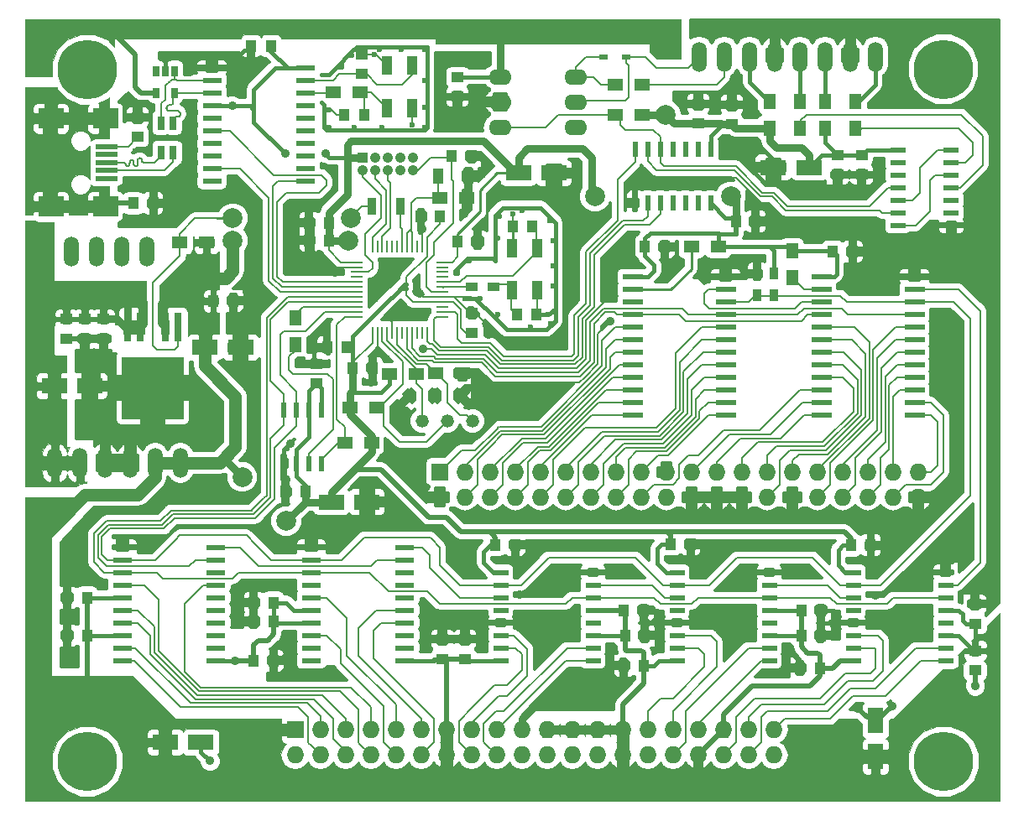
<source format=gbl>
G04 #@! TF.FileFunction,Copper,L4,Bot,Signal*
%FSLAX46Y46*%
G04 Gerber Fmt 4.6, Leading zero omitted, Abs format (unit mm)*
G04 Created by KiCad (PCBNEW 4.0.2-4+6225~38~ubuntu15.04.1-stable) date So 06 Mär 2016 00:32:30 CET*
%MOMM*%
G01*
G04 APERTURE LIST*
%ADD10C,0.150000*%
%ADD11C,0.200000*%
%ADD12R,2.301240X0.500380*%
%ADD13R,2.499360X1.998980*%
%ADD14R,1.000000X1.250000*%
%ADD15R,1.000000X1.600000*%
%ADD16R,0.600000X1.550000*%
%ADD17O,1.506220X3.014980*%
%ADD18R,2.000000X0.600000*%
%ADD19R,1.950000X0.600000*%
%ADD20R,2.600960X1.600200*%
%ADD21R,1.600200X2.600960*%
%ADD22R,0.800000X3.000000*%
%ADD23R,6.300000X6.300000*%
%ADD24R,1.100000X1.900000*%
%ADD25R,1.500000X0.600000*%
%ADD26R,0.600000X1.500000*%
%ADD27O,2.286000X1.574800*%
%ADD28R,1.300000X0.250000*%
%ADD29R,0.250000X1.300000*%
%ADD30C,6.000000*%
%ADD31R,1.250000X1.000000*%
%ADD32R,1.727200X1.727200*%
%ADD33O,1.727200X1.727200*%
%ADD34R,1.050000X1.050000*%
%ADD35C,1.050000*%
%ADD36R,0.650000X1.060000*%
%ADD37R,0.800000X1.400000*%
%ADD38R,1.200000X0.900000*%
%ADD39R,1.500000X1.300000*%
%ADD40R,1.300000X1.500000*%
%ADD41R,0.200000X0.200000*%
%ADD42R,0.900000X0.600000*%
%ADD43R,0.900000X1.700000*%
%ADD44R,0.900000X1.200000*%
%ADD45C,1.320800*%
%ADD46C,2.000000*%
%ADD47C,0.889000*%
%ADD48C,0.600000*%
%ADD49C,0.400000*%
%ADD50C,0.762000*%
%ADD51C,0.508000*%
%ADD52C,0.254000*%
%ADD53C,1.270000*%
%ADD54C,0.512000*%
%ADD55C,0.100000*%
%ADD56C,0.300000*%
G04 APERTURE END LIST*
D10*
D11*
X44100800Y-28702000D02*
X44900800Y-28702000D01*
D12*
X8910320Y-16713200D03*
X8910320Y-15913100D03*
X8910320Y-15113000D03*
X8910320Y-14312900D03*
X8910320Y-13512800D03*
D13*
X8811260Y-19563080D03*
X3312160Y-19563080D03*
X8811260Y-10662920D03*
X3312160Y-10662920D03*
D14*
X84013800Y-53771800D03*
X86013800Y-53771800D03*
D15*
X42391200Y-16510000D03*
X45391200Y-16510000D03*
D14*
X42579800Y-20548600D03*
X40579800Y-20548600D03*
D16*
X30608000Y-45499000D03*
X29338000Y-45499000D03*
X28068000Y-45499000D03*
X26798000Y-45499000D03*
X26798000Y-40099000D03*
X28068000Y-40099000D03*
X29338000Y-40099000D03*
X30608000Y-40099000D03*
D17*
X86488000Y-4445000D03*
X83948000Y-4445000D03*
X68708000Y-4445000D03*
X71248000Y-4445000D03*
X73788000Y-4445000D03*
X76328000Y-4445000D03*
X78868000Y-4445000D03*
X81408000Y-4445000D03*
X5335000Y-24130000D03*
X7875000Y-24130000D03*
X10415000Y-24130000D03*
X12955000Y-24130000D03*
D18*
X90426000Y-26670000D03*
X90426000Y-27940000D03*
X90426000Y-29210000D03*
X90426000Y-30480000D03*
X90426000Y-31750000D03*
X90426000Y-33020000D03*
X90426000Y-34290000D03*
X90426000Y-35560000D03*
X90426000Y-36830000D03*
X90426000Y-38100000D03*
X90426000Y-39370000D03*
X90426000Y-40640000D03*
X81026000Y-40640000D03*
X81026000Y-39370000D03*
X81026000Y-38100000D03*
X81026000Y-36830000D03*
X81026000Y-35560000D03*
X81026000Y-34290000D03*
X81026000Y-33020000D03*
X81026000Y-31750000D03*
X81026000Y-30480000D03*
X81026000Y-29210000D03*
X81026000Y-27940000D03*
X81026000Y-26670000D03*
D19*
X29591000Y-65405000D03*
X29591000Y-64135000D03*
X29591000Y-62865000D03*
X29591000Y-61595000D03*
X29591000Y-60325000D03*
X29591000Y-59055000D03*
X29591000Y-57785000D03*
X29591000Y-56515000D03*
X29591000Y-55245000D03*
X29591000Y-53975000D03*
X38991000Y-53975000D03*
X38991000Y-55245000D03*
X38991000Y-56515000D03*
X38991000Y-57785000D03*
X38991000Y-59055000D03*
X38991000Y-60325000D03*
X38991000Y-61595000D03*
X38991000Y-62865000D03*
X38991000Y-64135000D03*
X38991000Y-65405000D03*
D20*
X31601140Y-49403000D03*
X35202860Y-49403000D03*
D21*
X86487000Y-75079860D03*
X86487000Y-71478140D03*
D20*
X79779860Y-15621000D03*
X76178140Y-15621000D03*
X50460640Y-16192500D03*
X54062360Y-16192500D03*
X18849340Y-33807400D03*
X22451060Y-33807400D03*
D17*
X3684000Y-45466000D03*
X6224000Y-45466000D03*
X8764000Y-45466000D03*
X11304000Y-45466000D03*
X13844000Y-45466000D03*
X16384000Y-45466000D03*
D22*
X11049000Y-31750000D03*
X12319000Y-31750000D03*
X14859000Y-31750000D03*
D23*
X13589000Y-37877000D03*
D22*
X16129000Y-31750000D03*
D24*
X49785000Y-23774400D03*
X52325000Y-28041600D03*
X49785000Y-28041600D03*
X52325000Y-23774400D03*
D19*
X10541000Y-65405000D03*
X10541000Y-64135000D03*
X10541000Y-62865000D03*
X10541000Y-61595000D03*
X10541000Y-60325000D03*
X10541000Y-59055000D03*
X10541000Y-57785000D03*
X10541000Y-56515000D03*
X10541000Y-55245000D03*
X10541000Y-53975000D03*
X19941000Y-53975000D03*
X19941000Y-55245000D03*
X19941000Y-56515000D03*
X19941000Y-57785000D03*
X19941000Y-59055000D03*
X19941000Y-60325000D03*
X19941000Y-61595000D03*
X19941000Y-62865000D03*
X19941000Y-64135000D03*
X19941000Y-65405000D03*
D25*
X57991000Y-56515000D03*
X57991000Y-57785000D03*
X57991000Y-59055000D03*
X57991000Y-60325000D03*
X57991000Y-61595000D03*
X57991000Y-62865000D03*
X57991000Y-64135000D03*
X57991000Y-65405000D03*
X48691000Y-65405000D03*
X48691000Y-64135000D03*
X48691000Y-62865000D03*
X48691000Y-61595000D03*
X48691000Y-60325000D03*
X48691000Y-59055000D03*
X48691000Y-57785000D03*
X48691000Y-56515000D03*
X75771000Y-56515000D03*
X75771000Y-57785000D03*
X75771000Y-59055000D03*
X75771000Y-60325000D03*
X75771000Y-61595000D03*
X75771000Y-62865000D03*
X75771000Y-64135000D03*
X75771000Y-65405000D03*
X66471000Y-65405000D03*
X66471000Y-64135000D03*
X66471000Y-62865000D03*
X66471000Y-61595000D03*
X66471000Y-60325000D03*
X66471000Y-59055000D03*
X66471000Y-57785000D03*
X66471000Y-56515000D03*
X93551000Y-56515000D03*
X93551000Y-57785000D03*
X93551000Y-59055000D03*
X93551000Y-60325000D03*
X93551000Y-61595000D03*
X93551000Y-62865000D03*
X93551000Y-64135000D03*
X93551000Y-65405000D03*
X84251000Y-65405000D03*
X84251000Y-64135000D03*
X84251000Y-62865000D03*
X84251000Y-61595000D03*
X84251000Y-60325000D03*
X84251000Y-59055000D03*
X84251000Y-57785000D03*
X84251000Y-56515000D03*
D26*
X69851000Y-19210000D03*
X68581000Y-19210000D03*
X67311000Y-19210000D03*
X66041000Y-19210000D03*
X64771000Y-19210000D03*
X63501000Y-19210000D03*
X62231000Y-19210000D03*
X62231000Y-13810000D03*
X63501000Y-13810000D03*
X64771000Y-13810000D03*
X66041000Y-13810000D03*
X67311000Y-13810000D03*
X68581000Y-13810000D03*
X69851000Y-13810000D03*
D19*
X28958000Y-5588000D03*
X28958000Y-6858000D03*
X28958000Y-8128000D03*
X28958000Y-9398000D03*
X28958000Y-10668000D03*
X28958000Y-11938000D03*
X28958000Y-13208000D03*
X28958000Y-14478000D03*
X28958000Y-15748000D03*
X28958000Y-17018000D03*
X19558000Y-17018000D03*
X19558000Y-15748000D03*
X19558000Y-14478000D03*
X19558000Y-13208000D03*
X19558000Y-11938000D03*
X19558000Y-10668000D03*
X19558000Y-9398000D03*
X19558000Y-8128000D03*
X19558000Y-6858000D03*
X19558000Y-5588000D03*
D27*
X56262000Y-6477000D03*
X56262000Y-9017000D03*
X56262000Y-11557000D03*
X48642000Y-11557000D03*
X48642000Y-9017000D03*
X48642000Y-6477000D03*
D18*
X71376000Y-26670000D03*
X71376000Y-27940000D03*
X71376000Y-29210000D03*
X71376000Y-30480000D03*
X71376000Y-31750000D03*
X71376000Y-33020000D03*
X71376000Y-34290000D03*
X71376000Y-35560000D03*
X71376000Y-36830000D03*
X71376000Y-38100000D03*
X71376000Y-39370000D03*
X71376000Y-40640000D03*
X61976000Y-40640000D03*
X61976000Y-39370000D03*
X61976000Y-38100000D03*
X61976000Y-36830000D03*
X61976000Y-35560000D03*
X61976000Y-34290000D03*
X61976000Y-33020000D03*
X61976000Y-31750000D03*
X61976000Y-30480000D03*
X61976000Y-29210000D03*
X61976000Y-27940000D03*
X61976000Y-26670000D03*
D24*
X37212000Y-5359400D03*
X39752000Y-9626600D03*
X37212000Y-9626600D03*
X39752000Y-5359400D03*
D28*
X42832000Y-25190000D03*
X42832000Y-25690000D03*
X42832000Y-26190000D03*
X42832000Y-26690000D03*
X42832000Y-27190000D03*
X42832000Y-27690000D03*
X42832000Y-28190000D03*
X42832000Y-28690000D03*
X42832000Y-29190000D03*
X42832000Y-29690000D03*
X42832000Y-30190000D03*
X42832000Y-30690000D03*
D29*
X41232000Y-32290000D03*
X40732000Y-32290000D03*
X40232000Y-32290000D03*
X39732000Y-32290000D03*
X39232000Y-32290000D03*
X38732000Y-32290000D03*
X38232000Y-32290000D03*
X37732000Y-32290000D03*
X37232000Y-32290000D03*
X36732000Y-32290000D03*
X36232000Y-32290000D03*
X35732000Y-32290000D03*
D28*
X34132000Y-30690000D03*
X34132000Y-30190000D03*
X34132000Y-29690000D03*
X34132000Y-29190000D03*
X34132000Y-28690000D03*
X34132000Y-28190000D03*
X34132000Y-27690000D03*
X34132000Y-27190000D03*
X34132000Y-26690000D03*
X34132000Y-26190000D03*
X34132000Y-25690000D03*
X34132000Y-25190000D03*
D29*
X35732000Y-23590000D03*
X36232000Y-23590000D03*
X36732000Y-23590000D03*
X37232000Y-23590000D03*
X37732000Y-23590000D03*
X38232000Y-23590000D03*
X38732000Y-23590000D03*
X39232000Y-23590000D03*
X39732000Y-23590000D03*
X40232000Y-23590000D03*
X40732000Y-23590000D03*
X41232000Y-23590000D03*
D30*
X6986000Y-5715000D03*
X93346000Y-5715000D03*
X93345000Y-75565000D03*
X6985000Y-75565000D03*
D14*
X29354000Y-22987000D03*
X31354000Y-22987000D03*
D31*
X34672000Y-6207000D03*
X34672000Y-4207000D03*
D14*
X34910000Y-10287000D03*
X32910000Y-10287000D03*
D31*
X96520000Y-66405000D03*
X96520000Y-64405000D03*
D14*
X78884000Y-66167000D03*
X80884000Y-66167000D03*
D31*
X85091000Y-16367000D03*
X85091000Y-14367000D03*
D14*
X49889900Y-21539200D03*
X51889900Y-21539200D03*
X52309000Y-30480000D03*
X50309000Y-30480000D03*
D31*
X72010000Y-11287000D03*
X72010000Y-9287000D03*
X44324000Y-8493000D03*
X44324000Y-6493000D03*
X96520000Y-61706000D03*
X96520000Y-59706000D03*
D14*
X82185000Y-24130000D03*
X84185000Y-24130000D03*
X33773600Y-35864800D03*
X35773600Y-35864800D03*
X63104000Y-65913000D03*
X61104000Y-65913000D03*
X79011000Y-60325000D03*
X81011000Y-60325000D03*
X61104000Y-60325000D03*
X63104000Y-60325000D03*
D31*
X45796200Y-30318200D03*
X45796200Y-32318200D03*
D14*
X79011000Y-62865000D03*
X81011000Y-62865000D03*
D31*
X45086000Y-63262000D03*
X45086000Y-65262000D03*
D14*
X48149000Y-53721000D03*
X50149000Y-53721000D03*
D31*
X30100000Y-37449000D03*
X30100000Y-35449000D03*
D14*
X61231000Y-62865000D03*
X63231000Y-62865000D03*
X72407000Y-21082000D03*
X74407000Y-21082000D03*
X6970000Y-59055000D03*
X4970000Y-59055000D03*
X44340000Y-23114000D03*
X46340000Y-23114000D03*
D31*
X42800000Y-65262000D03*
X42800000Y-63262000D03*
D14*
X25765000Y-61468000D03*
X23765000Y-61468000D03*
X6970000Y-62865000D03*
X4970000Y-62865000D03*
X23766000Y-65405000D03*
X25766000Y-65405000D03*
X63237600Y-23647400D03*
X65237600Y-23647400D03*
X65827400Y-53670200D03*
X67827400Y-53670200D03*
D32*
X27941000Y-72390000D03*
D33*
X27941000Y-74930000D03*
X30481000Y-72390000D03*
X30481000Y-74930000D03*
X33021000Y-72390000D03*
X33021000Y-74930000D03*
X35561000Y-72390000D03*
X35561000Y-74930000D03*
X38101000Y-72390000D03*
X38101000Y-74930000D03*
X40641000Y-72390000D03*
X40641000Y-74930000D03*
X43181000Y-72390000D03*
X43181000Y-74930000D03*
X45721000Y-72390000D03*
X45721000Y-74930000D03*
X48261000Y-72390000D03*
X48261000Y-74930000D03*
X50801000Y-72390000D03*
X50801000Y-74930000D03*
X53341000Y-72390000D03*
X53341000Y-74930000D03*
X55881000Y-72390000D03*
X55881000Y-74930000D03*
X58421000Y-72390000D03*
X58421000Y-74930000D03*
X60961000Y-72390000D03*
X60961000Y-74930000D03*
X63501000Y-72390000D03*
X63501000Y-74930000D03*
X66041000Y-72390000D03*
X66041000Y-74930000D03*
X68581000Y-72390000D03*
X68581000Y-74930000D03*
X71121000Y-72390000D03*
X71121000Y-74930000D03*
X73661000Y-72390000D03*
X73661000Y-74930000D03*
X76201000Y-72390000D03*
X76201000Y-74930000D03*
D32*
X42546000Y-46355000D03*
D33*
X42546000Y-48895000D03*
X45086000Y-46355000D03*
X45086000Y-48895000D03*
X47626000Y-46355000D03*
X47626000Y-48895000D03*
X50166000Y-46355000D03*
X50166000Y-48895000D03*
X52706000Y-46355000D03*
X52706000Y-48895000D03*
X55246000Y-46355000D03*
X55246000Y-48895000D03*
X57786000Y-46355000D03*
X57786000Y-48895000D03*
X60326000Y-46355000D03*
X60326000Y-48895000D03*
X62866000Y-46355000D03*
X62866000Y-48895000D03*
X65406000Y-46355000D03*
X65406000Y-48895000D03*
X67946000Y-46355000D03*
X67946000Y-48895000D03*
X70486000Y-46355000D03*
X70486000Y-48895000D03*
X73026000Y-46355000D03*
X73026000Y-48895000D03*
X75566000Y-46355000D03*
X75566000Y-48895000D03*
X78106000Y-46355000D03*
X78106000Y-48895000D03*
X80646000Y-46355000D03*
X80646000Y-48895000D03*
X83186000Y-46355000D03*
X83186000Y-48895000D03*
X85726000Y-46355000D03*
X85726000Y-48895000D03*
X88266000Y-46355000D03*
X88266000Y-48895000D03*
X90806000Y-46355000D03*
X90806000Y-48895000D03*
D34*
X34722800Y-14605000D03*
D35*
X35992800Y-14605000D03*
X37262800Y-14605000D03*
X38532800Y-14605000D03*
X39802800Y-14605000D03*
X35992800Y-15875000D03*
X37262800Y-15875000D03*
X38532800Y-15875000D03*
X39802800Y-15875000D03*
X34722800Y-15875000D03*
D31*
X4851400Y-32927800D03*
X4851400Y-30927800D03*
D20*
X3634740Y-37693600D03*
X7236460Y-37693600D03*
D14*
X13637500Y-19240500D03*
X11637500Y-19240500D03*
D31*
X12066000Y-12557000D03*
X12066000Y-10557000D03*
D36*
X13910000Y-5885000D03*
X14860000Y-5885000D03*
X15810000Y-5885000D03*
X15810000Y-8085000D03*
X13910000Y-8085000D03*
D37*
X15650500Y-14136500D03*
X14450500Y-11136500D03*
X14450500Y-14136500D03*
X15650500Y-11136500D03*
D38*
X45764000Y-27686000D03*
X47964000Y-27686000D03*
D31*
X6731000Y-32927800D03*
X6731000Y-30927800D03*
X8610600Y-32927800D03*
X8610600Y-30927800D03*
D14*
X31354000Y-21209000D03*
X29354000Y-21209000D03*
X19701000Y-29083000D03*
X21701000Y-29083000D03*
D39*
X16303000Y-23190200D03*
X19003000Y-23190200D03*
X31798000Y-8001000D03*
X34498000Y-8001000D03*
X40148500Y-36512500D03*
X37448500Y-36512500D03*
X36148000Y-39878000D03*
X33448000Y-39878000D03*
X42084000Y-36385500D03*
X44784000Y-36385500D03*
X62946000Y-7239000D03*
X60246000Y-7239000D03*
X42566600Y-18694400D03*
X45266600Y-18694400D03*
X60246000Y-10287000D03*
X62946000Y-10287000D03*
D40*
X78868000Y-8937000D03*
X78868000Y-11637000D03*
X84456000Y-8937000D03*
X84456000Y-11637000D03*
X75820000Y-8937000D03*
X75820000Y-11637000D03*
X81408000Y-8937000D03*
X81408000Y-11637000D03*
X27941000Y-30781000D03*
X27941000Y-33481000D03*
D39*
X70616800Y-23647400D03*
X67916800Y-23647400D03*
D40*
X78105000Y-24050000D03*
X78105000Y-26750000D03*
D41*
X44100800Y-28702000D03*
X44900800Y-28702000D03*
D39*
X32941000Y-43434000D03*
X35641000Y-43434000D03*
D42*
X61342000Y-4445000D03*
X59056000Y-4445000D03*
D25*
X94141000Y-13843000D03*
X94141000Y-15113000D03*
X94141000Y-16383000D03*
X94141000Y-17653000D03*
X94141000Y-18923000D03*
X94141000Y-20193000D03*
X94141000Y-21463000D03*
X88741000Y-21463000D03*
X88741000Y-20193000D03*
X88741000Y-18923000D03*
X88741000Y-17653000D03*
X88741000Y-16383000D03*
X88741000Y-15113000D03*
X88741000Y-13843000D03*
D14*
X43729400Y-14452600D03*
X45729400Y-14452600D03*
D31*
X82678000Y-14367000D03*
X82678000Y-16367000D03*
X68606400Y-9185400D03*
X68606400Y-11185400D03*
D43*
X35660400Y-19532600D03*
X38560400Y-19532600D03*
D14*
X25485600Y-3378200D03*
X23485600Y-3378200D03*
X25765000Y-59563000D03*
X23765000Y-59563000D03*
D44*
X76200000Y-26332000D03*
X76200000Y-28532000D03*
X74549000Y-28532000D03*
X74549000Y-26332000D03*
D14*
X33156400Y-33807400D03*
X31156400Y-33807400D03*
X26990800Y-48361600D03*
X28990800Y-48361600D03*
D20*
X14836140Y-73660000D03*
X18437860Y-73660000D03*
D45*
X39497000Y-38671500D03*
X40767000Y-41211500D03*
X42037000Y-38671500D03*
X43307000Y-41211500D03*
X44577000Y-38671500D03*
X45847000Y-41211500D03*
D46*
X33275000Y-22987000D03*
X21654500Y-22987000D03*
X22607000Y-46863000D03*
X27052000Y-51308000D03*
D47*
X21590000Y-9398000D03*
D46*
X71883000Y-18542000D03*
X58192400Y-18567400D03*
D47*
X21844000Y-71882000D03*
X21844000Y-65405000D03*
X26924000Y-14224000D03*
X30988000Y-14224000D03*
X96456500Y-58293000D03*
X93599000Y-55118000D03*
X37528500Y-44577000D03*
X19354800Y-75539600D03*
X27457400Y-43484800D03*
X80200500Y-56642000D03*
X81280000Y-53949600D03*
X67843400Y-55397400D03*
X50241200Y-55270400D03*
X73761600Y-56540400D03*
X55880000Y-56515000D03*
X23317200Y-5537200D03*
X47421800Y-32461200D03*
X46786800Y-16357600D03*
X44958000Y-20320000D03*
X40792400Y-21793200D03*
X47117000Y-15163800D03*
X17272000Y-9271000D03*
X13525500Y-20891500D03*
D48*
X11811000Y-13970000D03*
D47*
X31940500Y-26225500D03*
X29337000Y-24765000D03*
X31686500Y-15875000D03*
X35179000Y-51181000D03*
X45148500Y-56515000D03*
X59436000Y-69659500D03*
X96267000Y-21717000D03*
X97028000Y-9461500D03*
X8864600Y-39649400D03*
X7696200Y-35026600D03*
X29845000Y-33883600D03*
X30886400Y-32080200D03*
X82678000Y-17907000D03*
X86804500Y-15240000D03*
X59753500Y-64198500D03*
X56007000Y-61023500D03*
X52514500Y-65024000D03*
X50546000Y-58737500D03*
X22225000Y-60833000D03*
X27368500Y-57848500D03*
X27052000Y-63817500D03*
X31686500Y-66802000D03*
X92964000Y-30607000D03*
X71310500Y-13525500D03*
X69977000Y-1968500D03*
X44323000Y-11239500D03*
X66738500Y-8572500D03*
X40895000Y-30353000D03*
X40830500Y-33909000D03*
X61849000Y-22479000D03*
X59690000Y-31115000D03*
X59817000Y-28448000D03*
X75870800Y-20040600D03*
X41084500Y-59880500D03*
X88138000Y-69977000D03*
X85598000Y-24384000D03*
X73914000Y-9779000D03*
X53975000Y-18288000D03*
X46609000Y-21590000D03*
X49657000Y-33528000D03*
X59309000Y-20320000D03*
X72898000Y-25146000D03*
X38989000Y-25273000D03*
X35941000Y-28829000D03*
X88328500Y-64706500D03*
X84709000Y-70231000D03*
X96520000Y-67945000D03*
X22580600Y-31826200D03*
X23698200Y-30099000D03*
X23698200Y-28321000D03*
X23698200Y-26492200D03*
X23698200Y-24765000D03*
X11049000Y-42595800D03*
X13843000Y-42595800D03*
X16535400Y-42545000D03*
X19481800Y-42595800D03*
X19431000Y-40208200D03*
X18110200Y-38227000D03*
X69088000Y-26670000D03*
X5080000Y-64897000D03*
X13970000Y-49657000D03*
X8255000Y-57658000D03*
X91694000Y-60198000D03*
X71882000Y-64135000D03*
X73787000Y-60325000D03*
X71501000Y-57785000D03*
X37720000Y-30607000D03*
X38482000Y-51054000D03*
X28322000Y-35433000D03*
X46102000Y-9017000D03*
X46610000Y-4953000D03*
X14859000Y-4445000D03*
X11050000Y-8763000D03*
X74042000Y-15621000D03*
X61722000Y-17335500D03*
X65430400Y-25425400D03*
X91695000Y-22098000D03*
X35561000Y-37338000D03*
X92838000Y-26543000D03*
X37147500Y-34925000D03*
X40514000Y-28321000D03*
X95948500Y-50482500D03*
X86488000Y-58801000D03*
X87579200Y-53670200D03*
X46559200Y-61595000D03*
X12574000Y-53848000D03*
X26899600Y-53517800D03*
X64644000Y-61595000D03*
X62103000Y-56515000D03*
X77852000Y-64389000D03*
X82281000Y-61595000D03*
X8699500Y-1651000D03*
X5461000Y-1651000D03*
X2667000Y-2476500D03*
X2667000Y-3810000D03*
X2667000Y-5207000D03*
D46*
X65342500Y-10350500D03*
X65406000Y-3429000D03*
X33529000Y-20701000D03*
X21667200Y-20751800D03*
D48*
X45086000Y-28829000D03*
X48134000Y-24892000D03*
X48388000Y-22733000D03*
X53722000Y-31369000D03*
X48388000Y-30480000D03*
X51690000Y-31750000D03*
X53468000Y-30480000D03*
X53976000Y-27559000D03*
X53976000Y-25527000D03*
X53976000Y-22987000D03*
X53595000Y-20955000D03*
X50801000Y-19939000D03*
X48515000Y-20574000D03*
X45467000Y-25019000D03*
X44324000Y-26162000D03*
X46610000Y-28829000D03*
X49912000Y-20320000D03*
X33656000Y-4318000D03*
X36450000Y-3683000D03*
X35942000Y-4191000D03*
X38609000Y-3683000D03*
X31370000Y-9779000D03*
X41022000Y-6858000D03*
X41022000Y-9525000D03*
X41022000Y-11557000D03*
X33910000Y-11557000D03*
X31370000Y-11557000D03*
X36704000Y-11557000D03*
X41022000Y-3683000D03*
X32640000Y-5334000D03*
X39752000Y-11303000D03*
D49*
X96520000Y-61706000D02*
X96520000Y-64405000D01*
X93551000Y-60325000D02*
X94869000Y-60325000D01*
X95615000Y-61706000D02*
X96520000Y-61706000D01*
X95250000Y-61341000D02*
X95615000Y-61706000D01*
X95250000Y-60706000D02*
X95250000Y-61341000D01*
X94869000Y-60325000D02*
X95250000Y-60706000D01*
D50*
X35641000Y-43434000D02*
X35641000Y-42753000D01*
X33448000Y-40560000D02*
X33448000Y-39878000D01*
X35641000Y-42753000D02*
X33448000Y-40560000D01*
X33448000Y-39878000D02*
X33448000Y-38434000D01*
X33448000Y-38434000D02*
X33773600Y-38108400D01*
X33773600Y-38108400D02*
X33773600Y-35864800D01*
D49*
X37436800Y-36753800D02*
X37436800Y-37493200D01*
X36576000Y-38354000D02*
X33782000Y-38354000D01*
X37436800Y-37493200D02*
X36576000Y-38354000D01*
X28068000Y-45499000D02*
X28068000Y-44118800D01*
X29338000Y-42848800D02*
X29338000Y-40099000D01*
X28068000Y-44118800D02*
X29338000Y-42848800D01*
X25765000Y-61468000D02*
X25765000Y-59563000D01*
X48691000Y-56515000D02*
X47929800Y-56515000D01*
X47625000Y-53721000D02*
X48149000Y-53721000D01*
X46939200Y-54406800D02*
X47625000Y-53721000D01*
X46939200Y-55524400D02*
X46939200Y-54406800D01*
X47929800Y-56515000D02*
X46939200Y-55524400D01*
D51*
X48149000Y-53949600D02*
X48149000Y-52949600D01*
X48149000Y-52949600D02*
X47599600Y-52400200D01*
X65827400Y-53670200D02*
X65827400Y-52746400D01*
X65827400Y-52746400D02*
X65481200Y-52400200D01*
X44324000Y-52070000D02*
X44348400Y-52070000D01*
X44082200Y-51828200D02*
X43181000Y-50927000D01*
X44324000Y-52070000D02*
X44082200Y-51828200D01*
X43181000Y-50927000D02*
X41403000Y-50927000D01*
X41403000Y-50927000D02*
X36577000Y-46101000D01*
X33910000Y-46101000D02*
X36577000Y-46101000D01*
X44678600Y-52400200D02*
X47599600Y-52400200D01*
X44348400Y-52070000D02*
X44678600Y-52400200D01*
X47599600Y-52400200D02*
X65481200Y-52400200D01*
X84013800Y-53102000D02*
X84013800Y-53771800D01*
X65481200Y-52400200D02*
X83312000Y-52400200D01*
X83312000Y-52400200D02*
X84013800Y-53102000D01*
D49*
X66471000Y-56515000D02*
X65379600Y-56515000D01*
X64897000Y-53670200D02*
X65827400Y-53670200D01*
X64490600Y-54076600D02*
X64897000Y-53670200D01*
X64490600Y-55626000D02*
X64490600Y-54076600D01*
X65379600Y-56515000D02*
X64490600Y-55626000D01*
X84251000Y-56515000D02*
X83439000Y-56515000D01*
X83439000Y-56515000D02*
X82727800Y-55803800D01*
X82727800Y-55803800D02*
X82727800Y-54229000D01*
X82727800Y-54229000D02*
X83185000Y-53771800D01*
X83185000Y-53771800D02*
X84013800Y-53771800D01*
X61976000Y-26670000D02*
X63550800Y-26670000D01*
X63237600Y-24578800D02*
X63237600Y-23647400D01*
X64160400Y-25501600D02*
X63237600Y-24578800D01*
X64160400Y-26060400D02*
X64160400Y-25501600D01*
X63550800Y-26670000D02*
X64160400Y-26060400D01*
X28958000Y-5588000D02*
X27178000Y-5588000D01*
X27178000Y-5588000D02*
X25460200Y-3870200D01*
X25460200Y-3870200D02*
X25460200Y-3759200D01*
D11*
X45796200Y-32318200D02*
X45196000Y-32318200D01*
X45196000Y-32318200D02*
X44697602Y-31819802D01*
X44697602Y-31819802D02*
X44697602Y-29991002D01*
X44697602Y-29991002D02*
X43896600Y-29190000D01*
X43896600Y-29190000D02*
X42832000Y-29190000D01*
X41232000Y-23590000D02*
X41232000Y-22674400D01*
X42579800Y-21326600D02*
X42579800Y-20548600D01*
X41232000Y-22674400D02*
X42579800Y-21326600D01*
D49*
X37846500Y-28575500D02*
X37846500Y-28574500D01*
X39014400Y-27406600D02*
X39142400Y-27406600D01*
X37846500Y-28574500D02*
X39014400Y-27406600D01*
D11*
X41232000Y-23590000D02*
X41232000Y-24598912D01*
X42832000Y-25190000D02*
X43771000Y-25190000D01*
X44340000Y-24621000D02*
X44340000Y-23114000D01*
X43771000Y-25190000D02*
X44340000Y-24621000D01*
X33156400Y-33807400D02*
X33773600Y-33807400D01*
X33773600Y-33807400D02*
X33773600Y-35864800D01*
D50*
X28990800Y-48361600D02*
X28990800Y-49369200D01*
D49*
X28990800Y-49369200D02*
X28957000Y-49403000D01*
X28068000Y-45499000D02*
X28068000Y-46838600D01*
X29168600Y-47939200D02*
X29168600Y-48641000D01*
X28068000Y-46838600D02*
X29168600Y-47939200D01*
X63104000Y-65913000D02*
X64135000Y-65913000D01*
X64643000Y-65405000D02*
X66471000Y-65405000D01*
X64135000Y-65913000D02*
X64643000Y-65405000D01*
D52*
X44340000Y-23114000D02*
X44340000Y-22335000D01*
X44340000Y-22335000D02*
X46609000Y-20066000D01*
X46609000Y-20066000D02*
X46609000Y-17907000D01*
X46609000Y-17907000D02*
X48323500Y-16192500D01*
X48323500Y-16192500D02*
X50460640Y-16192500D01*
D49*
X76200000Y-26332000D02*
X76200000Y-24003000D01*
X76200000Y-24003000D02*
X75844400Y-23647400D01*
X70616800Y-23647400D02*
X75844400Y-23647400D01*
X75844400Y-23647400D02*
X77702400Y-23647400D01*
X77702400Y-23647400D02*
X78105000Y-24050000D01*
X78105000Y-24050000D02*
X82105000Y-24050000D01*
X82105000Y-24050000D02*
X82185000Y-24130000D01*
X81026000Y-26670000D02*
X82296000Y-26670000D01*
X82550000Y-26416000D02*
X82550000Y-24495000D01*
X82296000Y-26670000D02*
X82550000Y-26416000D01*
X82550000Y-24495000D02*
X82185000Y-24130000D01*
X29591000Y-60325000D02*
X27813000Y-60325000D01*
X27051000Y-59563000D02*
X25765000Y-59563000D01*
X27813000Y-60325000D02*
X27051000Y-59563000D01*
D51*
X6970000Y-62865000D02*
X6970000Y-67930000D01*
X6970000Y-67930000D02*
X6985000Y-67945000D01*
D49*
X93551000Y-62865000D02*
X94869000Y-62865000D01*
X96409000Y-64405000D02*
X97156000Y-64405000D01*
X94869000Y-62865000D02*
X96409000Y-64405000D01*
D53*
X21654500Y-22987000D02*
X21654500Y-26097500D01*
D50*
X31354000Y-22987000D02*
X33275000Y-22987000D01*
D53*
X17907000Y-26847800D02*
X17907000Y-29083000D01*
X17957800Y-26797000D02*
X17907000Y-26847800D01*
X20955000Y-26797000D02*
X17957800Y-26797000D01*
X21654500Y-26097500D02*
X20955000Y-26797000D01*
D50*
X19701000Y-29083000D02*
X17907000Y-29083000D01*
X17907000Y-29083000D02*
X14706600Y-29083000D01*
X14706600Y-29083000D02*
X14452600Y-29337000D01*
X14452600Y-29337000D02*
X14452600Y-31343600D01*
X14452600Y-31343600D02*
X14859000Y-31750000D01*
X22607000Y-46863000D02*
X20765500Y-45021500D01*
D53*
X18849340Y-33807400D02*
X18849340Y-35664140D01*
X20321000Y-45466000D02*
X16384000Y-45466000D01*
X21920200Y-43866800D02*
X20321000Y-45466000D01*
X21920200Y-38735000D02*
X21920200Y-43866800D01*
X18849340Y-35664140D02*
X21920200Y-38735000D01*
X13844000Y-45466000D02*
X16384000Y-45466000D01*
D49*
X28068000Y-50292000D02*
X27052000Y-51308000D01*
X25766000Y-61595000D02*
X29591000Y-61595000D01*
D51*
X42800000Y-65262000D02*
X45086000Y-65262000D01*
X43181000Y-72390000D02*
X43181000Y-65643000D01*
X43181000Y-65643000D02*
X42800000Y-65262000D01*
X63104000Y-65913000D02*
X63104000Y-67706000D01*
X60961000Y-69849000D02*
X60961000Y-72390000D01*
X63104000Y-67706000D02*
X60961000Y-69849000D01*
D49*
X34722800Y-14605000D02*
X31369000Y-14605000D01*
X31369000Y-14605000D02*
X30988000Y-14224000D01*
X19558000Y-9398000D02*
X21590000Y-9398000D01*
X23749000Y-9779000D02*
X23749000Y-7747000D01*
X23749000Y-7747000D02*
X25908000Y-5588000D01*
X25908000Y-5588000D02*
X28958000Y-5588000D01*
X23368000Y-9398000D02*
X19558000Y-9398000D01*
D50*
X31601140Y-49403000D02*
X28957000Y-49403000D01*
X28957000Y-49403000D02*
X27052000Y-51308000D01*
X35641000Y-43434000D02*
X35641000Y-44370000D01*
X35641000Y-44370000D02*
X33910000Y-46101000D01*
X33910000Y-46101000D02*
X31601140Y-48409860D01*
X31601140Y-48409860D02*
X31601140Y-49403000D01*
D49*
X29338000Y-42164000D02*
X29338000Y-40099000D01*
X30608000Y-40099000D02*
X30608000Y-37957000D01*
X30608000Y-37957000D02*
X30100000Y-37449000D01*
X29338000Y-40099000D02*
X29338000Y-38211000D01*
X29338000Y-38211000D02*
X30100000Y-37449000D01*
D11*
X34132000Y-25190000D02*
X32557000Y-25190000D01*
X31354000Y-23987000D02*
X31354000Y-22987000D01*
X32557000Y-25190000D02*
X31354000Y-23987000D01*
D50*
X31354000Y-21209000D02*
X31354000Y-22987000D01*
X33198800Y-15265400D02*
X33198800Y-18364200D01*
X31354000Y-20209000D02*
X31354000Y-21209000D01*
X33198800Y-18364200D02*
X31354000Y-20209000D01*
X72407000Y-21082000D02*
X72407000Y-19066000D01*
X56922400Y-13741400D02*
X57836800Y-14655800D01*
X57836800Y-14655800D02*
X57836800Y-15824200D01*
X57836800Y-18211800D02*
X57836800Y-15824200D01*
X58192400Y-18567400D02*
X57836800Y-18211800D01*
X56922400Y-13741400D02*
X53849000Y-13741400D01*
X72407000Y-19066000D02*
X71883000Y-18542000D01*
X33198800Y-15265400D02*
X33198800Y-14351000D01*
X33198800Y-14351000D02*
X33198800Y-13335000D01*
X33198800Y-13335000D02*
X33554400Y-12979400D01*
X33554400Y-12979400D02*
X46965600Y-12979400D01*
X46965600Y-12979400D02*
X50178700Y-16192500D01*
X50178700Y-16192500D02*
X50460640Y-16192500D01*
D49*
X37436800Y-36753800D02*
X37436800Y-37291000D01*
X72407000Y-22326600D02*
X70689200Y-22326600D01*
X70689200Y-22326600D02*
X70587600Y-22225000D01*
X72407000Y-20701000D02*
X71342000Y-20701000D01*
X71342000Y-20701000D02*
X69851000Y-19210000D01*
X63237600Y-23647400D02*
X63237600Y-22767800D01*
X63780400Y-22225000D02*
X70587600Y-22225000D01*
X63237600Y-22767800D02*
X63780400Y-22225000D01*
X70587600Y-22225000D02*
X70616800Y-22254200D01*
X70616800Y-22254200D02*
X70616800Y-23647400D01*
D50*
X50460640Y-14665960D02*
X50460640Y-16192500D01*
X53849000Y-13741400D02*
X51385200Y-13741400D01*
X51385200Y-13741400D02*
X50460640Y-14665960D01*
X55754000Y-13741400D02*
X53849000Y-13741400D01*
D51*
X72407000Y-20701000D02*
X72407000Y-21015200D01*
X72407000Y-22326600D02*
X72407000Y-20701000D01*
D11*
X39808200Y-29190000D02*
X42832000Y-29190000D01*
X39142400Y-28524200D02*
X39808200Y-29190000D01*
D50*
X34722800Y-14605000D02*
X33452800Y-14605000D01*
X33198800Y-14859000D02*
X33198800Y-15265400D01*
X33452800Y-14605000D02*
X33198800Y-14859000D01*
D53*
X13844000Y-45466000D02*
X13844000Y-46913800D01*
X13844000Y-46913800D02*
X12091400Y-48666400D01*
X6516100Y-48856900D02*
X2668000Y-52705000D01*
X2668000Y-52705000D02*
X2668000Y-57912000D01*
X2668000Y-65151000D02*
X2668000Y-57912000D01*
X12091400Y-48666400D02*
X6706600Y-48666400D01*
X6706600Y-48666400D02*
X6516100Y-48856900D01*
X13844000Y-45466000D02*
X13844000Y-46685200D01*
D49*
X37436800Y-36753800D02*
X37436800Y-36928800D01*
D11*
X35732000Y-32290000D02*
X35732000Y-33306200D01*
X35732000Y-33306200D02*
X33773600Y-35264600D01*
X33773600Y-35264600D02*
X33773600Y-35864800D01*
X61788000Y-26482000D02*
X61976000Y-26670000D01*
D54*
X61231000Y-62865000D02*
X61231000Y-60452000D01*
X61231000Y-60452000D02*
X61104000Y-60325000D01*
X57991000Y-60325000D02*
X61104000Y-60325000D01*
X63104000Y-65913000D02*
X63104000Y-64627000D01*
X61231000Y-64278000D02*
X61231000Y-62865000D01*
X61342000Y-64389000D02*
X61231000Y-64278000D01*
X62866000Y-64389000D02*
X61342000Y-64389000D01*
X63104000Y-64627000D02*
X62866000Y-64389000D01*
X80884000Y-66167000D02*
X80884000Y-66945000D01*
X71121000Y-70866000D02*
X71121000Y-72390000D01*
X74042000Y-67945000D02*
X71121000Y-70866000D01*
X79884000Y-67945000D02*
X74042000Y-67945000D01*
X80884000Y-66945000D02*
X79884000Y-67945000D01*
X79011000Y-62865000D02*
X79011000Y-64024000D01*
X80884000Y-64881000D02*
X80884000Y-66167000D01*
X80646000Y-64643000D02*
X80884000Y-64881000D01*
X79630000Y-64643000D02*
X80646000Y-64643000D01*
X79011000Y-64024000D02*
X79630000Y-64643000D01*
X84251000Y-65405000D02*
X82932000Y-65405000D01*
X82932000Y-65405000D02*
X82170000Y-66167000D01*
X82170000Y-66167000D02*
X80884000Y-66167000D01*
X79011000Y-60325000D02*
X79011000Y-62865000D01*
X71121000Y-72390000D02*
X68581000Y-74930000D01*
X68581000Y-74930000D02*
X68581000Y-76200000D01*
X68581000Y-76200000D02*
X67311000Y-77470000D01*
X67311000Y-77470000D02*
X60326000Y-77470000D01*
D53*
X60961000Y-72390000D02*
X60961000Y-74930000D01*
X60961000Y-74930000D02*
X60961000Y-76835000D01*
X60961000Y-76835000D02*
X60326000Y-77470000D01*
X60326000Y-77470000D02*
X41911000Y-77470000D01*
X43181000Y-72390000D02*
X43181000Y-76200000D01*
X21591000Y-74295000D02*
X21591000Y-72390000D01*
X24766000Y-77470000D02*
X21591000Y-74295000D01*
X41911000Y-77470000D02*
X24766000Y-77470000D01*
X43181000Y-76200000D02*
X41911000Y-77470000D01*
D49*
X10541000Y-59055000D02*
X6970000Y-59055000D01*
X10541000Y-62865000D02*
X6970000Y-62865000D01*
X19941000Y-65405000D02*
X23766000Y-65405000D01*
X38991000Y-65405000D02*
X41911000Y-65405000D01*
X41911000Y-65405000D02*
X41911000Y-65262000D01*
X48691000Y-65405000D02*
X45229000Y-65405000D01*
X45229000Y-65405000D02*
X45086000Y-65262000D01*
X75771000Y-62865000D02*
X79011000Y-62865000D01*
X75771000Y-60325000D02*
X79011000Y-60325000D01*
D51*
X96791000Y-64405000D02*
X97156000Y-64405000D01*
D11*
X96791000Y-64405000D02*
X97156000Y-64405000D01*
D54*
X43181000Y-74930000D02*
X43181000Y-72390000D01*
D49*
X41911000Y-65262000D02*
X42800000Y-65262000D01*
D11*
X38991000Y-65405000D02*
X42657000Y-65405000D01*
X42657000Y-65405000D02*
X42800000Y-65262000D01*
X45229000Y-65405000D02*
X45086000Y-65262000D01*
D53*
X27941000Y-72390000D02*
X21591000Y-72390000D01*
D54*
X6970000Y-59055000D02*
X6970000Y-62865000D01*
X23766000Y-65405000D02*
X23496000Y-65405000D01*
X23496000Y-65405000D02*
X21844000Y-65405000D01*
X22734000Y-72390000D02*
X27941000Y-72390000D01*
X21844000Y-71882000D02*
X22734000Y-72390000D01*
X23766000Y-63865000D02*
X23766000Y-65405000D01*
D11*
X23385000Y-65405000D02*
X19941000Y-65405000D01*
X6970000Y-62865000D02*
X8129000Y-62865000D01*
X10541000Y-62865000D02*
X7351000Y-62865000D01*
D49*
X57991000Y-62865000D02*
X61231000Y-62865000D01*
D54*
X24258000Y-63373000D02*
X23766000Y-63865000D01*
X25147000Y-63373000D02*
X24258000Y-63373000D01*
X25766000Y-62754000D02*
X25147000Y-63373000D01*
X25766000Y-61595000D02*
X25766000Y-62754000D01*
D49*
X37466000Y-28956000D02*
X37846500Y-28575500D01*
X37846500Y-28575500D02*
X38609000Y-27813000D01*
X39142400Y-27813000D02*
X39117000Y-27838400D01*
X38609000Y-27813000D02*
X39142400Y-27813000D01*
D11*
X39142400Y-26688512D02*
X39142400Y-27406600D01*
D49*
X33773600Y-32648400D02*
X37466000Y-28956000D01*
X33773600Y-32648400D02*
X33773600Y-35864800D01*
D11*
X39142400Y-27406600D02*
X37974000Y-28575000D01*
X39142400Y-27940000D02*
X39142400Y-28524200D01*
X39142400Y-26688512D02*
X39142400Y-27940000D01*
X41232000Y-24598912D02*
X39142400Y-26688512D01*
D49*
X23749000Y-11049000D02*
X23749000Y-9779000D01*
X26924000Y-14224000D02*
X23749000Y-11049000D01*
X23749000Y-9779000D02*
X23368000Y-9398000D01*
D11*
X88741000Y-17653000D02*
X87758000Y-17653000D01*
X64771000Y-15113000D02*
X64771000Y-13810000D01*
X65152000Y-15494000D02*
X64771000Y-15113000D01*
X72391000Y-15494000D02*
X65152000Y-15494000D01*
X75058000Y-18161000D02*
X72391000Y-15494000D01*
X76201000Y-18161000D02*
X75058000Y-18161000D01*
X77598000Y-19558000D02*
X76201000Y-18161000D01*
X85853000Y-19558000D02*
X77598000Y-19558000D01*
X87758000Y-17653000D02*
X85853000Y-19558000D01*
X57405000Y-10287000D02*
X60246000Y-10287000D01*
X60246000Y-10287000D02*
X60707000Y-10748000D01*
X60707000Y-10748000D02*
X60707000Y-11303000D01*
X60707000Y-11303000D02*
X61215000Y-11811000D01*
X61215000Y-11811000D02*
X64085200Y-11811000D01*
X64771000Y-12496800D02*
X64771000Y-13810000D01*
X64085200Y-11811000D02*
X64771000Y-12496800D01*
X48642000Y-11557000D02*
X53214000Y-11557000D01*
X54484000Y-10287000D02*
X57405000Y-10287000D01*
X53214000Y-11557000D02*
X54484000Y-10287000D01*
X63501000Y-13810000D02*
X63501000Y-14986000D01*
X87123000Y-20193000D02*
X88741000Y-20193000D01*
X86888002Y-19958002D02*
X87123000Y-20193000D01*
X77432314Y-19958002D02*
X86888002Y-19958002D01*
X76035314Y-18561002D02*
X77432314Y-19958002D01*
X74892314Y-18561002D02*
X76035314Y-18561002D01*
X72225314Y-15894002D02*
X74892314Y-18561002D01*
X64409002Y-15894002D02*
X72225314Y-15894002D01*
X63501000Y-14986000D02*
X64409002Y-15894002D01*
X42391200Y-16510000D02*
X42391200Y-18519000D01*
X42391200Y-18519000D02*
X42566600Y-18694400D01*
X42566600Y-18694400D02*
X40132000Y-18694400D01*
X39624000Y-19202400D02*
X39624000Y-20015200D01*
X40132000Y-18694400D02*
X39624000Y-19202400D01*
X39232000Y-22237000D02*
X39232000Y-22236000D01*
X39232000Y-23590000D02*
X39232000Y-22237000D01*
X39232000Y-22236000D02*
X39624000Y-21844000D01*
X39732000Y-23590000D02*
X39732000Y-22206000D01*
X39624000Y-22098000D02*
X39624000Y-21844000D01*
X39624000Y-21844000D02*
X39624000Y-20015200D01*
X39624000Y-20015200D02*
X39624000Y-19940000D01*
X39732000Y-22206000D02*
X39624000Y-22098000D01*
X25064498Y-40767000D02*
X25064498Y-30816502D01*
X27191000Y-28690000D02*
X25147000Y-30734000D01*
X27191000Y-28690000D02*
X34132000Y-28690000D01*
X25064498Y-30816502D02*
X25147000Y-30734000D01*
X15417628Y-50253996D02*
X14376228Y-51295396D01*
X14376228Y-51295396D02*
X8922116Y-51295396D01*
X8922116Y-51295396D02*
X7659196Y-52558316D01*
X7659196Y-52558316D02*
X7659196Y-55460996D01*
X7659196Y-55460996D02*
X8713200Y-56515000D01*
X8713200Y-56515000D02*
X10541000Y-56515000D01*
X24676562Y-49123062D02*
X23565312Y-50234312D01*
X24766000Y-49033624D02*
X24676562Y-49123062D01*
X23565312Y-50234312D02*
X23545628Y-50253996D01*
X23545628Y-50253996D02*
X15417628Y-50253996D01*
X25064498Y-48735126D02*
X24766000Y-49033624D01*
X25064498Y-40767000D02*
X25064498Y-48735126D01*
X75771000Y-59055000D02*
X68581000Y-59055000D01*
X64136000Y-59055000D02*
X57991000Y-59055000D01*
X64771000Y-59690000D02*
X64136000Y-59055000D01*
X67946000Y-59690000D02*
X64771000Y-59690000D01*
X68581000Y-59055000D02*
X67946000Y-59690000D01*
X93551000Y-59055000D02*
X88266000Y-59055000D01*
X81916000Y-59055000D02*
X75771000Y-59055000D01*
X82551000Y-59690000D02*
X81916000Y-59055000D01*
X87631000Y-59690000D02*
X82551000Y-59690000D01*
X88266000Y-59055000D02*
X87631000Y-59690000D01*
X29591000Y-56515000D02*
X35434000Y-56515000D01*
X35434000Y-56515000D02*
X37339000Y-58420000D01*
X37339000Y-58420000D02*
X41276000Y-58420000D01*
X41276000Y-58420000D02*
X42546000Y-59690000D01*
X42546000Y-59690000D02*
X55246000Y-59690000D01*
X55246000Y-59690000D02*
X55881000Y-59055000D01*
X55881000Y-59055000D02*
X57991000Y-59055000D01*
X29591000Y-56515000D02*
X22226000Y-56515000D01*
X22226000Y-56515000D02*
X21591000Y-57150000D01*
X21591000Y-57150000D02*
X14606000Y-57150000D01*
X14606000Y-57150000D02*
X13971000Y-56515000D01*
X13971000Y-56515000D02*
X10541000Y-56515000D01*
X41225200Y-25322800D02*
X41225200Y-25195800D01*
X42832000Y-28190000D02*
X41703800Y-28190000D01*
X41225200Y-27711400D02*
X41225200Y-25322800D01*
X41703800Y-28190000D02*
X41225200Y-27711400D01*
X41960800Y-24460200D02*
X41960800Y-24333200D01*
X41225200Y-25195800D02*
X41960800Y-24460200D01*
X43729400Y-16830800D02*
X43916600Y-17018000D01*
X43916600Y-17018000D02*
X43916600Y-21209000D01*
X43916600Y-21209000D02*
X41960800Y-23164800D01*
X41960800Y-23164800D02*
X41960800Y-24333200D01*
X43729400Y-14452600D02*
X43729400Y-16830800D01*
X39802800Y-15875000D02*
X40310800Y-15875000D01*
X40310800Y-15875000D02*
X41580800Y-14605000D01*
X41580800Y-14605000D02*
X43578000Y-14605000D01*
X96520000Y-58356500D02*
X96520000Y-59706000D01*
X96456500Y-58293000D02*
X96520000Y-58356500D01*
D54*
X93551000Y-56515000D02*
X93548200Y-55168800D01*
X93548200Y-55168800D02*
X93599000Y-55118000D01*
X96520000Y-67945000D02*
X96520000Y-66405000D01*
D11*
X44451000Y-38989000D02*
X46609000Y-38989000D01*
X37655500Y-44450000D02*
X37528500Y-44577000D01*
X43434000Y-44450000D02*
X37655500Y-44450000D01*
X44958000Y-42926000D02*
X43434000Y-44450000D01*
X46482000Y-42926000D02*
X44958000Y-42926000D01*
X48260000Y-41148000D02*
X46482000Y-42926000D01*
X48260000Y-40640000D02*
X48260000Y-41148000D01*
X46609000Y-38989000D02*
X48260000Y-40640000D01*
D49*
X18437860Y-73660000D02*
X18437860Y-74622660D01*
X18437860Y-74622660D02*
X19354800Y-75539600D01*
X26798000Y-45499000D02*
X26798000Y-44144200D01*
X26798000Y-44144200D02*
X27457400Y-43484800D01*
D11*
X75771000Y-56515000D02*
X80200500Y-56642000D01*
D51*
X67827400Y-53670200D02*
X67827400Y-55152800D01*
X67818000Y-55397400D02*
X67843400Y-55397400D01*
X67827400Y-55152800D02*
X67818000Y-55397400D01*
X50149000Y-53949600D02*
X49971200Y-55330600D01*
X49971200Y-55330600D02*
X50241200Y-55270400D01*
D49*
X75771000Y-56515000D02*
X73787000Y-56515000D01*
X73787000Y-56515000D02*
X73761600Y-56540400D01*
X57991000Y-56515000D02*
X55880000Y-56515000D01*
X19558000Y-5588000D02*
X21666200Y-5588000D01*
X21717000Y-5638800D02*
X23317200Y-5537200D01*
X21666200Y-5588000D02*
X21717000Y-5638800D01*
X23460200Y-3759200D02*
X22834600Y-3759200D01*
X21005800Y-5588000D02*
X19558000Y-5588000D01*
X22834600Y-3759200D02*
X21005800Y-5588000D01*
X19558000Y-5588000D02*
X21591000Y-5588000D01*
X21718000Y-5715000D02*
X21718000Y-5714000D01*
X23419800Y-3759200D02*
X23460200Y-3759200D01*
D11*
X45796200Y-30318200D02*
X46117000Y-30318200D01*
X46117000Y-30318200D02*
X47421800Y-31623000D01*
X47421800Y-31623000D02*
X47421800Y-32461200D01*
X45796200Y-30318200D02*
X45590488Y-30318200D01*
X45590488Y-30318200D02*
X43962288Y-28690000D01*
X43962288Y-28690000D02*
X43796300Y-28690000D01*
X45394893Y-30661893D02*
X45902893Y-30661893D01*
D51*
X45729400Y-14452600D02*
X46405800Y-14452600D01*
X46405800Y-14452600D02*
X47117000Y-15163800D01*
X45266600Y-18694400D02*
X45266600Y-16634600D01*
X45266600Y-16634600D02*
X45543600Y-16357600D01*
X45543600Y-16357600D02*
X46786800Y-16357600D01*
X45266600Y-18694400D02*
X45266600Y-20011400D01*
X45266600Y-20011400D02*
X44958000Y-20320000D01*
D11*
X40732000Y-23590000D02*
X40732000Y-21853600D01*
X40732000Y-21853600D02*
X40792400Y-21793200D01*
X40792400Y-20761200D02*
X40792400Y-21793200D01*
X40792400Y-20761200D02*
X40579800Y-20548600D01*
X45526200Y-14452600D02*
X46405800Y-14452600D01*
X46405800Y-14452600D02*
X47117000Y-15163800D01*
D49*
X13637500Y-19240500D02*
X13637500Y-20779500D01*
X13637500Y-20779500D02*
X13525500Y-20891500D01*
X29337000Y-24765000D02*
X29337000Y-19812000D01*
X32004000Y-16192500D02*
X31686500Y-15875000D01*
X32004000Y-17716500D02*
X32004000Y-16192500D01*
X30480000Y-19240500D02*
X32004000Y-17716500D01*
X29908500Y-19240500D02*
X30480000Y-19240500D01*
X29337000Y-19812000D02*
X29908500Y-19240500D01*
X35202860Y-49403000D02*
X35202860Y-51157140D01*
X35202860Y-51157140D02*
X35179000Y-51181000D01*
D50*
X50801000Y-72390000D02*
X50801000Y-71310500D01*
X50801000Y-71310500D02*
X52261500Y-69850000D01*
D49*
X50801000Y-71310500D02*
X52261500Y-69850000D01*
D11*
X50801000Y-70865000D02*
X50801000Y-72390000D01*
X52133500Y-69532500D02*
X50801000Y-70865000D01*
X59309000Y-69532500D02*
X52133500Y-69532500D01*
X59436000Y-69659500D02*
X59309000Y-69532500D01*
X96267000Y-21717000D02*
X96267000Y-21208000D01*
D49*
X96013000Y-21463000D02*
X96267000Y-21717000D01*
X94141000Y-21463000D02*
X96013000Y-21463000D01*
D11*
X98488500Y-10922000D02*
X97028000Y-9461500D01*
X98488500Y-18986500D02*
X98488500Y-10922000D01*
X96267000Y-21208000D02*
X98488500Y-18986500D01*
D53*
X7642860Y-35079940D02*
X7642860Y-37211000D01*
X7642860Y-35079940D02*
X7696200Y-35026600D01*
D49*
X27152600Y-48555400D02*
X26965400Y-48742600D01*
X29845000Y-33883600D02*
X29845000Y-35194000D01*
X29845000Y-35194000D02*
X30100000Y-35449000D01*
X29921200Y-33807400D02*
X29845000Y-33883600D01*
X31156400Y-33807400D02*
X29921200Y-33807400D01*
X74042000Y-15621000D02*
X74042000Y-15939500D01*
D11*
X82678000Y-17907000D02*
X82678000Y-16367000D01*
D49*
X82297000Y-18288000D02*
X82678000Y-17907000D01*
X79057500Y-18288000D02*
X82297000Y-18288000D01*
X78105000Y-17335500D02*
X79057500Y-18288000D01*
X75438000Y-17335500D02*
X78105000Y-17335500D01*
X74042000Y-15939500D02*
X75438000Y-17335500D01*
X85091000Y-16367000D02*
X86566500Y-16367000D01*
X86804500Y-16129000D02*
X86804500Y-15240000D01*
X86566500Y-16367000D02*
X86804500Y-16129000D01*
X82281000Y-61595000D02*
X81026000Y-61595000D01*
X81011000Y-61610000D02*
X81011000Y-62865000D01*
X81026000Y-61595000D02*
X81011000Y-61610000D01*
X81011000Y-60325000D02*
X82232500Y-60325000D01*
X82281000Y-60373500D02*
X82281000Y-61595000D01*
X82232500Y-60325000D02*
X82281000Y-60373500D01*
X59753500Y-64198500D02*
X59753500Y-65595500D01*
X60071000Y-65913000D02*
X61104000Y-65913000D01*
X59753500Y-65595500D02*
X60071000Y-65913000D01*
X56007000Y-61531500D02*
X56007000Y-61023500D01*
X52514500Y-65024000D02*
X56007000Y-61531500D01*
X62103000Y-56515000D02*
X55499000Y-56515000D01*
X53276500Y-58737500D02*
X50546000Y-58737500D01*
X55499000Y-56515000D02*
X53276500Y-58737500D01*
X22733000Y-59563000D02*
X22225000Y-60071000D01*
X22225000Y-60071000D02*
X22225000Y-60833000D01*
X23765000Y-59563000D02*
X22733000Y-59563000D01*
X27052000Y-63817500D02*
X27052000Y-66801000D01*
X27052000Y-66801000D02*
X26797000Y-67056000D01*
X27052000Y-64706500D02*
X27052000Y-63817500D01*
X26353500Y-65405000D02*
X27052000Y-64706500D01*
X25766000Y-65405000D02*
X26353500Y-65405000D01*
D11*
X90806000Y-48895000D02*
X92646500Y-48895000D01*
X93853000Y-30607000D02*
X92964000Y-30607000D01*
X94678500Y-31432500D02*
X93853000Y-30607000D01*
X94678500Y-46863000D02*
X94678500Y-31432500D01*
X92646500Y-48895000D02*
X94678500Y-46863000D01*
D49*
X71310500Y-13525500D02*
X73406000Y-13525500D01*
D50*
X73788000Y-15113000D02*
X71310500Y-13525500D01*
X74042000Y-15621000D02*
X73788000Y-15113000D01*
D49*
X74358500Y-13017500D02*
X73914000Y-13017500D01*
X73914000Y-13017500D02*
X73723500Y-13208000D01*
X74358500Y-13017500D02*
X76178140Y-14837140D01*
X73406000Y-13525500D02*
X73723500Y-13208000D01*
D11*
X76328000Y-4445000D02*
X76328000Y-1779000D01*
X70231000Y-1714500D02*
X69977000Y-1968500D01*
X76263500Y-1714500D02*
X70231000Y-1714500D01*
X76328000Y-1779000D02*
X76263500Y-1714500D01*
X46102000Y-9017000D02*
X46102000Y-9460500D01*
X46102000Y-9460500D02*
X44323000Y-11239500D01*
X68606400Y-9185400D02*
X67351400Y-9185400D01*
X67351400Y-9185400D02*
X66738500Y-8572500D01*
X59817000Y-28448000D02*
X59817000Y-28518312D01*
X41696176Y-33909000D02*
X40830500Y-33909000D01*
X42318572Y-34531396D02*
X41696176Y-33909000D01*
X47093772Y-34531396D02*
X42318572Y-34531396D01*
X48465372Y-35902996D02*
X47093772Y-34531396D01*
X56369748Y-35902996D02*
X48465372Y-35902996D01*
X57290796Y-34981948D02*
X56369748Y-35902996D01*
X57290796Y-31044516D02*
X57290796Y-34981948D01*
X59817000Y-28518312D02*
X57290796Y-31044516D01*
X57144904Y-36824904D02*
X56605154Y-37364654D01*
X59690000Y-31185802D02*
X58490994Y-32384808D01*
X58490994Y-32384808D02*
X58490994Y-35478814D01*
X58490994Y-35478814D02*
X57144904Y-36824904D01*
D49*
X58928000Y-27559000D02*
X59817000Y-28448000D01*
X61849000Y-22479000D02*
X61341000Y-22479000D01*
X61341000Y-22479000D02*
X58928000Y-24892000D01*
X58928000Y-24892000D02*
X58928000Y-27559000D01*
D11*
X59690000Y-31115000D02*
X59690000Y-31185802D01*
X47155100Y-36677600D02*
X45851800Y-36677600D01*
X47842154Y-37364654D02*
X47155100Y-36677600D01*
X56605154Y-37364654D02*
X47842154Y-37364654D01*
D49*
X75870800Y-20040600D02*
X75666600Y-20040600D01*
X74930000Y-19431000D02*
X73533000Y-18034000D01*
X75057000Y-19431000D02*
X74930000Y-19431000D01*
X75666600Y-20040600D02*
X75057000Y-19431000D01*
X46559200Y-61595000D02*
X42545000Y-61595000D01*
X42545000Y-61595000D02*
X41084500Y-59880500D01*
X48691000Y-61595000D02*
X46559200Y-61595000D01*
X46559200Y-61595000D02*
X46432200Y-61722000D01*
X46432200Y-61722000D02*
X44197000Y-61722000D01*
D51*
X84709000Y-70231000D02*
X85598000Y-71120000D01*
X85598000Y-71120000D02*
X86128860Y-71120000D01*
X86128860Y-71120000D02*
X86487000Y-71478140D01*
X86487000Y-71478140D02*
X86636860Y-71478140D01*
X86636860Y-71478140D02*
X88138000Y-69977000D01*
X86255860Y-71247000D02*
X86487000Y-71478140D01*
D49*
X45851800Y-36677600D02*
X45851800Y-38858200D01*
X45851800Y-38858200D02*
X45721000Y-38989000D01*
D11*
X45721000Y-36808400D02*
X45851800Y-36677600D01*
D49*
X84185000Y-24130000D02*
X85344000Y-24130000D01*
X85344000Y-24130000D02*
X85598000Y-24384000D01*
D52*
X72010000Y-9287000D02*
X73422000Y-9287000D01*
X73422000Y-9287000D02*
X73914000Y-9779000D01*
X53975000Y-18288000D02*
X53975000Y-18415000D01*
X56388000Y-20828000D02*
X59309000Y-20320000D01*
X53975000Y-18415000D02*
X56388000Y-20828000D01*
X46609000Y-21590000D02*
X46609000Y-21082000D01*
X47244000Y-18542000D02*
X47625000Y-18161000D01*
X47244000Y-20447000D02*
X47244000Y-18542000D01*
X46609000Y-21082000D02*
X47244000Y-20447000D01*
D49*
X46340000Y-21859000D02*
X46609000Y-21590000D01*
X46340000Y-23114000D02*
X46340000Y-21859000D01*
X74549000Y-26332000D02*
X74549000Y-25019000D01*
X73406000Y-24638000D02*
X72898000Y-25146000D01*
X74168000Y-24638000D02*
X73406000Y-24638000D01*
X74549000Y-25019000D02*
X74168000Y-24638000D01*
D11*
X38989000Y-25273000D02*
X38989000Y-25781000D01*
X38989000Y-25781000D02*
X35941000Y-28829000D01*
D49*
X84940140Y-70462140D02*
X84709000Y-70231000D01*
D54*
X96520000Y-67945000D02*
X96418400Y-67843400D01*
D50*
X22451060Y-31955740D02*
X22451060Y-33807400D01*
X22580600Y-31826200D02*
X22451060Y-31955740D01*
X23698200Y-28321000D02*
X23698200Y-30099000D01*
X23698200Y-24765000D02*
X23698200Y-26492200D01*
D51*
X4851400Y-32927800D02*
X6731000Y-32927800D01*
D53*
X13589000Y-37877000D02*
X17760200Y-37877000D01*
X11304000Y-42850800D02*
X11304000Y-45466000D01*
X11049000Y-42595800D02*
X11304000Y-42850800D01*
X16484600Y-42595800D02*
X13843000Y-42595800D01*
X16535400Y-42545000D02*
X16484600Y-42595800D01*
X19481800Y-40259000D02*
X19481800Y-42595800D01*
X19431000Y-40208200D02*
X19481800Y-40259000D01*
X17760200Y-37877000D02*
X18110200Y-38227000D01*
D49*
X69088000Y-26670000D02*
X71376000Y-26670000D01*
D51*
X4970000Y-64787000D02*
X5080000Y-64897000D01*
X4970000Y-62865000D02*
X4970000Y-64787000D01*
X13462000Y-50165000D02*
X13970000Y-49657000D01*
X8001000Y-50165000D02*
X13462000Y-50165000D01*
X6096000Y-52070000D02*
X8001000Y-50165000D01*
X6096000Y-55499000D02*
X6096000Y-52070000D01*
X8255000Y-57658000D02*
X6096000Y-55499000D01*
X84251000Y-61595000D02*
X90297000Y-61595000D01*
X89662000Y-62230000D02*
X91694000Y-60198000D01*
X90297000Y-61595000D02*
X89662000Y-62230000D01*
X71882000Y-64135000D02*
X73787000Y-62230000D01*
X73787000Y-62230000D02*
X73787000Y-60325000D01*
D11*
X37732000Y-32290000D02*
X37732000Y-30619000D01*
X37732000Y-30619000D02*
X37720000Y-30607000D01*
D51*
X35202860Y-49403000D02*
X36831000Y-49403000D01*
X36831000Y-49403000D02*
X38482000Y-51054000D01*
D49*
X30100000Y-35449000D02*
X28338000Y-35449000D01*
X28338000Y-35449000D02*
X28322000Y-35433000D01*
D11*
X32803000Y-25690000D02*
X31533000Y-25690000D01*
X31940500Y-26225500D02*
X31370000Y-25527000D01*
X32803000Y-25690000D02*
X34132000Y-25690000D01*
X31533000Y-25690000D02*
X31370000Y-25527000D01*
X75870800Y-20040600D02*
X75806224Y-20040600D01*
X75210400Y-20701000D02*
X75870800Y-20040600D01*
X74407000Y-20701000D02*
X75210400Y-20701000D01*
X72402624Y-16637000D02*
X71756000Y-16637000D01*
X75806224Y-20040600D02*
X72402624Y-16637000D01*
D50*
X48642000Y-9017000D02*
X46102000Y-9017000D01*
D49*
X14860000Y-5885000D02*
X14859000Y-4445000D01*
X12066000Y-9525000D02*
X12066000Y-10557000D01*
X11050000Y-8763000D02*
X11558000Y-9271000D01*
X11558000Y-9271000D02*
X12320000Y-9271000D01*
X12320000Y-9271000D02*
X12066000Y-9525000D01*
D11*
X61722000Y-17335500D02*
X64847200Y-17246600D01*
X65253600Y-16840200D02*
X70994000Y-16840200D01*
X64847200Y-17246600D02*
X65253600Y-16840200D01*
D49*
X62231000Y-19210000D02*
X62231000Y-17881600D01*
X62231000Y-17881600D02*
X61722000Y-17335500D01*
X65237600Y-23647400D02*
X65312800Y-25307800D01*
X65312800Y-25307800D02*
X65430400Y-25425400D01*
X94141000Y-21463000D02*
X92330000Y-21463000D01*
X92330000Y-21463000D02*
X91695000Y-22098000D01*
D11*
X35773600Y-35864800D02*
X35773600Y-37125400D01*
X35773600Y-37125400D02*
X35561000Y-37338000D01*
D49*
X90426000Y-26670000D02*
X92711000Y-26670000D01*
X92711000Y-26670000D02*
X92838000Y-26543000D01*
D11*
X29862000Y-21209000D02*
X29862000Y-24019000D01*
X29862000Y-24019000D02*
X31940500Y-26225500D01*
X36053000Y-34391600D02*
X36932600Y-34836100D01*
X36932600Y-34836100D02*
X37147500Y-34925000D01*
X36053000Y-34366200D02*
X36053000Y-34391600D01*
X36053000Y-34391600D02*
X36053000Y-35585400D01*
X36053000Y-35585400D02*
X35773600Y-35864800D01*
X36053000Y-35026600D02*
X36053000Y-34366200D01*
X36053000Y-34366200D02*
X36053000Y-33925000D01*
X36232000Y-33746000D02*
X36232000Y-32290000D01*
X36053000Y-33925000D02*
X36232000Y-33746000D01*
X42832000Y-28690000D02*
X43796300Y-28690000D01*
X43796300Y-28690000D02*
X43797000Y-28689300D01*
X42832000Y-28690000D02*
X40883000Y-28690000D01*
X40883000Y-28690000D02*
X40514000Y-28321000D01*
X88266000Y-57912000D02*
X95948500Y-50482500D01*
X88012000Y-57912000D02*
X88266000Y-57912000D01*
X87123000Y-58801000D02*
X88012000Y-57912000D01*
X86488000Y-58801000D02*
X87123000Y-58801000D01*
X87461600Y-53787800D02*
X87579200Y-53670200D01*
D54*
X10541000Y-53975000D02*
X12472400Y-53975000D01*
X12472400Y-53975000D02*
X12574000Y-53848000D01*
X29591000Y-53975000D02*
X27356800Y-53975000D01*
X27356800Y-53975000D02*
X26899600Y-53517800D01*
D49*
X57991000Y-56515000D02*
X62103000Y-56515000D01*
D54*
X63628000Y-61595000D02*
X63374000Y-61849000D01*
X63374000Y-61849000D02*
X63374000Y-62722000D01*
X63374000Y-62722000D02*
X63231000Y-62865000D01*
X64644000Y-61595000D02*
X63628000Y-61595000D01*
X66471000Y-61595000D02*
X64644000Y-61595000D01*
X63104000Y-61071000D02*
X63104000Y-60325000D01*
X63628000Y-61595000D02*
X63104000Y-61071000D01*
X78884000Y-66167000D02*
X78884000Y-65421000D01*
X78884000Y-65421000D02*
X77852000Y-64389000D01*
X84251000Y-61595000D02*
X82281000Y-61595000D01*
X61104000Y-65913000D02*
X60834000Y-65913000D01*
X63231000Y-60452000D02*
X63104000Y-60325000D01*
D49*
X44197000Y-61722000D02*
X44006500Y-61912500D01*
D54*
X45086000Y-63262000D02*
X45086000Y-61976000D01*
X42800000Y-62039500D02*
X42800000Y-63262000D01*
X42927000Y-61912500D02*
X42800000Y-62039500D01*
X45022500Y-61912500D02*
X44006500Y-61912500D01*
X44006500Y-61912500D02*
X42927000Y-61912500D01*
X45086000Y-61976000D02*
X45022500Y-61912500D01*
D11*
X45086000Y-63262000D02*
X45165500Y-63182500D01*
X45165500Y-63182500D02*
X45086000Y-63262000D01*
X38989000Y-38481000D02*
X38989000Y-41147000D01*
X38989000Y-41147000D02*
X39371000Y-41529000D01*
X39142400Y-41300400D02*
X39371000Y-41529000D01*
X32151002Y-39370000D02*
X32151002Y-41041002D01*
X32941000Y-41831000D02*
X32941000Y-43434000D01*
X32151002Y-41041002D02*
X32941000Y-41831000D01*
X32941000Y-43434000D02*
X32258000Y-43434000D01*
X32258000Y-43434000D02*
X30608000Y-45084000D01*
X30608000Y-45084000D02*
X30608000Y-45499000D01*
X32938000Y-30690000D02*
X34132000Y-30690000D01*
X32151002Y-31476998D02*
X32938000Y-30690000D01*
X32151002Y-39497000D02*
X32151002Y-39370000D01*
X32151002Y-39370000D02*
X32151002Y-31476998D01*
X41232000Y-32290000D02*
X41232000Y-33160198D01*
X58090992Y-29678632D02*
X56890794Y-30878830D01*
X64771000Y-20320000D02*
X64771000Y-19210000D01*
X61152086Y-21405802D02*
X58090992Y-24466896D01*
X63685198Y-21405802D02*
X61152086Y-21405802D01*
X64771000Y-20320000D02*
X63685198Y-21405802D01*
X58090992Y-24466896D02*
X58090992Y-29678632D01*
X56890794Y-34816262D02*
X56890794Y-30878830D01*
X56204062Y-35502994D02*
X56890794Y-34816262D01*
X48631058Y-35502994D02*
X56204062Y-35502994D01*
X47259458Y-34131394D02*
X48631058Y-35502994D01*
X42484258Y-34131394D02*
X47259458Y-34131394D01*
X41804664Y-33451800D02*
X42484258Y-34131394D01*
X41523602Y-33451800D02*
X41804664Y-33451800D01*
X41232000Y-33160198D02*
X41523602Y-33451800D01*
X42832000Y-30190000D02*
X44058400Y-30190000D01*
X47590830Y-33331390D02*
X48341220Y-34081780D01*
X44704000Y-33331390D02*
X47590830Y-33331390D01*
X44297600Y-32924990D02*
X44704000Y-33331390D01*
X44297600Y-30429200D02*
X44297600Y-32924990D01*
X44058400Y-30190000D02*
X44297600Y-30429200D01*
X60478400Y-19685000D02*
X60478400Y-20948112D01*
X48962430Y-34702990D02*
X48341220Y-34081780D01*
X48341220Y-34081780D02*
X48235600Y-33976160D01*
X48235600Y-33976160D02*
X48227420Y-33967980D01*
X55872690Y-34702990D02*
X48962430Y-34702990D01*
X56090790Y-34484890D02*
X55872690Y-34702990D01*
X56090790Y-30547458D02*
X56090790Y-34484890D01*
X57290988Y-29347260D02*
X56090790Y-30547458D01*
X57290988Y-24135524D02*
X57290988Y-29347260D01*
X60478400Y-20948112D02*
X57290988Y-24135524D01*
X62231000Y-13810000D02*
X62231000Y-15087600D01*
X60478400Y-16840200D02*
X60478400Y-19685000D01*
X60478400Y-19685000D02*
X60478400Y-19989800D01*
X62231000Y-15087600D02*
X60478400Y-16840200D01*
X42832000Y-30690000D02*
X42209000Y-30690000D01*
X42209000Y-30690000D02*
X41987200Y-30911800D01*
X41987200Y-30911800D02*
X41987200Y-33068648D01*
X41987200Y-33068648D02*
X42649944Y-33731392D01*
X42649944Y-33731392D02*
X47425144Y-33731392D01*
X47425144Y-33731392D02*
X48796744Y-35102992D01*
X48796744Y-35102992D02*
X56038376Y-35102992D01*
X56038376Y-35102992D02*
X56490792Y-34650576D01*
X56490792Y-34650576D02*
X56490792Y-30713144D01*
X56490792Y-30713144D02*
X57690990Y-29512946D01*
X57690990Y-29512946D02*
X57690990Y-24301210D01*
X57690990Y-24301210D02*
X59005200Y-22987000D01*
X63501000Y-19210000D02*
X63501000Y-20574000D01*
X60986400Y-21005800D02*
X59284600Y-22707600D01*
X59284600Y-22707600D02*
X59005200Y-22987000D01*
X63069200Y-21005800D02*
X60986400Y-21005800D01*
X63501000Y-20574000D02*
X63069200Y-21005800D01*
X34132000Y-29690000D02*
X28731000Y-29690000D01*
X28731000Y-29690000D02*
X28322000Y-30099000D01*
X26798000Y-40099000D02*
X26798000Y-41656000D01*
X26798000Y-41656000D02*
X25464500Y-42989500D01*
X34132000Y-29190000D02*
X27256688Y-29190000D01*
X26798000Y-38481000D02*
X26798000Y-40099000D01*
X25464500Y-37147500D02*
X26798000Y-38481000D01*
X25464500Y-30982188D02*
X25464500Y-37147500D01*
X27256688Y-29190000D02*
X25464500Y-30982188D01*
X25464500Y-47688500D02*
X25464500Y-42989500D01*
X23711314Y-50653998D02*
X15583314Y-50653998D01*
X25464500Y-48900812D02*
X23711314Y-50653998D01*
X25464500Y-47688500D02*
X25464500Y-48900812D01*
X17882600Y-55245000D02*
X19941000Y-55245000D01*
X17247600Y-55880000D02*
X17882600Y-55245000D01*
X8891000Y-55880000D02*
X17247600Y-55880000D01*
X8059198Y-55048198D02*
X8891000Y-55880000D01*
X8059198Y-52724002D02*
X8059198Y-55048198D01*
X9087802Y-51695398D02*
X8059198Y-52724002D01*
X14541914Y-51695398D02*
X9087802Y-51695398D01*
X15583314Y-50653998D02*
X14541914Y-51695398D01*
X25464500Y-48514000D02*
X25464500Y-47688500D01*
X42084000Y-36385500D02*
X42164000Y-36385500D01*
X42164000Y-36385500D02*
X43307000Y-37528500D01*
X45275500Y-40640000D02*
X45847000Y-41211500D01*
X44577000Y-40640000D02*
X45275500Y-40640000D01*
X43307000Y-39370000D02*
X44577000Y-40640000D01*
X43307000Y-37528500D02*
X43307000Y-39370000D01*
X38232000Y-32290000D02*
X38232000Y-33513488D01*
X41182300Y-35483800D02*
X42084000Y-36385500D01*
X40202312Y-35483800D02*
X41182300Y-35483800D01*
X38232000Y-33513488D02*
X40202312Y-35483800D01*
X45339000Y-41529000D02*
X45721000Y-41529000D01*
X25864502Y-49066498D02*
X25337500Y-49593500D01*
X15749000Y-51054000D02*
X14707600Y-52095400D01*
X14707600Y-52095400D02*
X9272000Y-52095400D01*
X9272000Y-52095400D02*
X8459200Y-52908200D01*
X8459200Y-52908200D02*
X8459200Y-54686200D01*
X8459200Y-54686200D02*
X9018000Y-55245000D01*
X10541000Y-55245000D02*
X9018000Y-55245000D01*
X25337500Y-49593500D02*
X24131000Y-50800000D01*
X24131000Y-50800000D02*
X23927800Y-51003200D01*
X23927800Y-51003200D02*
X23877000Y-51054000D01*
X23877000Y-51054000D02*
X15749000Y-51054000D01*
X25864502Y-43942000D02*
X25864502Y-49066498D01*
X28068000Y-41738502D02*
X25864502Y-43942000D01*
X28068000Y-41738502D02*
X28068000Y-40099000D01*
X26417000Y-35052000D02*
X26417000Y-36576000D01*
X26417000Y-36576000D02*
X28068000Y-38227000D01*
X28068000Y-38227000D02*
X28068000Y-40099000D01*
X34132000Y-30190000D02*
X30898000Y-30190000D01*
X26417000Y-32512000D02*
X26417000Y-35052000D01*
X26798000Y-32131000D02*
X26417000Y-32512000D01*
X28957000Y-32131000D02*
X26798000Y-32131000D01*
X30898000Y-30190000D02*
X28957000Y-32131000D01*
X34938700Y-52946300D02*
X41517300Y-52946300D01*
X41517300Y-52946300D02*
X41657000Y-53086000D01*
X15863300Y-53225700D02*
X16333200Y-52755800D01*
X23038800Y-52755800D02*
X23953200Y-53670200D01*
X16333200Y-52755800D02*
X23038800Y-52755800D01*
X29591000Y-55245000D02*
X25528000Y-55245000D01*
X25528000Y-55245000D02*
X23953200Y-53670200D01*
X15863300Y-53225700D02*
X13844000Y-55245000D01*
X13844000Y-55245000D02*
X10541000Y-55245000D01*
X90426000Y-29210000D02*
X94362000Y-29210000D01*
X86996000Y-57785000D02*
X84251000Y-57785000D01*
X96013000Y-48768000D02*
X86996000Y-57785000D01*
X96013000Y-30861000D02*
X96013000Y-48768000D01*
X94362000Y-29210000D02*
X96013000Y-30861000D01*
X90426000Y-29210000D02*
X83567000Y-29210000D01*
X73661000Y-29210000D02*
X71376000Y-29210000D01*
X74296000Y-28575000D02*
X73661000Y-29210000D01*
X82932000Y-28575000D02*
X74296000Y-28575000D01*
X83567000Y-29210000D02*
X82932000Y-28575000D01*
X66471000Y-57785000D02*
X65050400Y-57785000D01*
X50724800Y-57785000D02*
X48691000Y-57785000D01*
X53518800Y-54991000D02*
X50724800Y-57785000D01*
X62256400Y-54991000D02*
X53518800Y-54991000D01*
X65050400Y-57785000D02*
X62256400Y-54991000D01*
X82932000Y-57785000D02*
X80138000Y-54991000D01*
X82932000Y-57785000D02*
X84251000Y-57785000D01*
X66471000Y-57785000D02*
X69724000Y-57785000D01*
X72518000Y-54991000D02*
X69724000Y-57785000D01*
X80138000Y-54991000D02*
X72518000Y-54991000D01*
X48691000Y-57785000D02*
X44578000Y-57785000D01*
X42546000Y-53975000D02*
X41657000Y-53086000D01*
X42546000Y-55753000D02*
X42546000Y-53975000D01*
X44578000Y-57785000D02*
X42546000Y-55753000D01*
X34938700Y-52946300D02*
X32640000Y-55245000D01*
X32640000Y-55245000D02*
X29591000Y-55245000D01*
X40767000Y-41211500D02*
X40767000Y-38036500D01*
X40148500Y-37418000D02*
X40148500Y-36512500D01*
X40767000Y-38036500D02*
X40148500Y-37418000D01*
X37232000Y-32290000D02*
X37232000Y-33079176D01*
X37232000Y-33079176D02*
X40148500Y-35995676D01*
X40148500Y-35995676D02*
X40148500Y-36512500D01*
X40148500Y-36211500D02*
X40148500Y-36385500D01*
X40136800Y-36224200D02*
X40136800Y-36753800D01*
X36732000Y-32290000D02*
X36732000Y-33144864D01*
X38798500Y-37528500D02*
X36893500Y-39433500D01*
X38798500Y-35211364D02*
X38798500Y-37528500D01*
X36732000Y-33144864D02*
X38798500Y-35211364D01*
X36893500Y-39433500D02*
X36893500Y-41719500D01*
X36893500Y-41719500D02*
X38481000Y-43307000D01*
X38481000Y-43307000D02*
X41211500Y-43307000D01*
X41211500Y-43307000D02*
X43307000Y-41211500D01*
X43307000Y-41211500D02*
X43307000Y-41402000D01*
X43181000Y-41529000D02*
X43181000Y-41655000D01*
X35732000Y-23590000D02*
X35732000Y-22689000D01*
X35992800Y-16789400D02*
X35992800Y-15875000D01*
X37110400Y-17907000D02*
X35992800Y-16789400D01*
X37110400Y-21310600D02*
X37110400Y-17907000D01*
X35732000Y-22689000D02*
X37110400Y-21310600D01*
X34132000Y-26190000D02*
X35380600Y-26190000D01*
X34722800Y-16586200D02*
X34722800Y-15875000D01*
X36602400Y-18465800D02*
X34722800Y-16586200D01*
X36602400Y-20701000D02*
X36602400Y-18465800D01*
X34976800Y-22326600D02*
X36602400Y-20701000D01*
X34976800Y-24460200D02*
X34976800Y-22326600D01*
X35738800Y-25222200D02*
X34976800Y-24460200D01*
X35738800Y-25831800D02*
X35738800Y-25222200D01*
X35380600Y-26190000D02*
X35738800Y-25831800D01*
X36732000Y-22603400D02*
X36732000Y-22552600D01*
X36732000Y-23590000D02*
X36732000Y-22603400D01*
X37262800Y-16941800D02*
X37262800Y-15875000D01*
X37510402Y-17189402D02*
X37262800Y-16941800D01*
X37510402Y-21774198D02*
X37510402Y-17189402D01*
X36732000Y-22552600D02*
X37510402Y-21774198D01*
X37212000Y-15925800D02*
X37262800Y-15875000D01*
X30607000Y-16383000D02*
X25781000Y-16383000D01*
X31116000Y-17145000D02*
X31116000Y-17399000D01*
X31116000Y-17399000D02*
X30354000Y-18161000D01*
X30354000Y-18161000D02*
X27052000Y-18161000D01*
X27052000Y-18161000D02*
X26118502Y-19094498D01*
X26118502Y-19094498D02*
X26118502Y-26631314D01*
X26118502Y-26631314D02*
X26677188Y-27190000D01*
X34132000Y-27190000D02*
X26677188Y-27190000D01*
X30607000Y-16383000D02*
X31115000Y-16891000D01*
X31115000Y-16891000D02*
X31115000Y-17145000D01*
X31115000Y-17145000D02*
X31116000Y-17145000D01*
X21336000Y-11938000D02*
X19558000Y-11938000D01*
X25781000Y-16383000D02*
X21336000Y-11938000D01*
X25718500Y-17653000D02*
X25718500Y-17462500D01*
X26163000Y-17018000D02*
X25782000Y-17399000D01*
X26163000Y-17018000D02*
X28958000Y-17018000D01*
X25718500Y-17462500D02*
X25782000Y-17399000D01*
X34132000Y-27690000D02*
X26611500Y-27690000D01*
X25718500Y-26797000D02*
X25718500Y-17653000D01*
X25718500Y-17653000D02*
X25718500Y-17526000D01*
X26611500Y-27690000D02*
X25718500Y-26797000D01*
X19558000Y-15748000D02*
X22353000Y-15748000D01*
X22353000Y-15748000D02*
X25274000Y-18669000D01*
X34132000Y-28190000D02*
X26413000Y-28190000D01*
X25274000Y-27051000D02*
X25274000Y-18669000D01*
X26413000Y-28190000D02*
X25274000Y-27051000D01*
D50*
X11049000Y-31750000D02*
X10795000Y-31750000D01*
X10795000Y-31750000D02*
X9972800Y-30927800D01*
X9972800Y-30927800D02*
X8610600Y-30927800D01*
X11049000Y-31750000D02*
X12319000Y-31750000D01*
X11049000Y-31750000D02*
X11049000Y-28879800D01*
X11049000Y-28879800D02*
X11379200Y-29210000D01*
X11430000Y-29210000D02*
X11430000Y-28879800D01*
X11379200Y-29210000D02*
X11430000Y-29210000D01*
D49*
X10160000Y-29210000D02*
X10160000Y-28879800D01*
X10718800Y-29210000D02*
X10160000Y-29210000D01*
X11049000Y-28879800D02*
X10718800Y-29210000D01*
D11*
X9938250Y-2317250D02*
X9873750Y-2317250D01*
X9207500Y-1651000D02*
X8699500Y-1651000D01*
X9873750Y-2317250D02*
X9207500Y-1651000D01*
X2667000Y-2476500D02*
X5461000Y-1651000D01*
X5461000Y-1651000D02*
X8699500Y-1651000D01*
D50*
X8610600Y-30927800D02*
X8610600Y-29133800D01*
X8610600Y-29133800D02*
X8864600Y-28879800D01*
X8864600Y-28879800D02*
X10160000Y-28879800D01*
X12674600Y-29235400D02*
X12674600Y-31394400D01*
X10160000Y-28879800D02*
X11430000Y-28879800D01*
X11430000Y-28879800D02*
X12319000Y-28879800D01*
X12319000Y-28879800D02*
X12674600Y-29235400D01*
X12674600Y-31394400D02*
X12319000Y-31750000D01*
D49*
X2667000Y-5207000D02*
X2667000Y-3810000D01*
X81408000Y-11637000D02*
X81408000Y-13097000D01*
X81408000Y-13097000D02*
X82678000Y-14367000D01*
X82678000Y-14367000D02*
X81033860Y-14367000D01*
X81033860Y-14367000D02*
X79779860Y-15621000D01*
X85091000Y-14367000D02*
X82678000Y-14367000D01*
D50*
X75820000Y-11637000D02*
X75820000Y-12954000D01*
X75820000Y-12954000D02*
X76455000Y-13589000D01*
X76455000Y-13589000D02*
X78995000Y-13589000D01*
X78995000Y-13589000D02*
X79779860Y-14373860D01*
X79779860Y-14373860D02*
X79779860Y-15621000D01*
X72010000Y-11287000D02*
X72010000Y-11303000D01*
X72010000Y-11303000D02*
X72344000Y-11637000D01*
X72344000Y-11637000D02*
X75820000Y-11637000D01*
X68606400Y-11185400D02*
X70876400Y-11185400D01*
X70978000Y-11287000D02*
X72010000Y-11287000D01*
X70876400Y-11185400D02*
X70978000Y-11287000D01*
X62946000Y-10287000D02*
X65279000Y-10287000D01*
X65279000Y-10287000D02*
X65342500Y-10350500D01*
X48642000Y-6477000D02*
X48642000Y-1905000D01*
X65406000Y-3429000D02*
X65152000Y-3175000D01*
X68606400Y-11185400D02*
X66177400Y-11185400D01*
X66177400Y-11185400D02*
X65342500Y-10350500D01*
X65342500Y-10350500D02*
X64851000Y-9859000D01*
D49*
X48642000Y-6477000D02*
X44340000Y-6477000D01*
X44340000Y-6477000D02*
X44324000Y-6493000D01*
D51*
X13910000Y-8085000D02*
X12404000Y-8085000D01*
X12404000Y-8085000D02*
X11812000Y-7493000D01*
X11812000Y-7493000D02*
X11812000Y-4191000D01*
X11812000Y-4191000D02*
X9938250Y-2317250D01*
X9938250Y-2317250D02*
X9780000Y-2159000D01*
D11*
X11812000Y-4191000D02*
X9780000Y-2159000D01*
X11812000Y-7493000D02*
X11812000Y-4191000D01*
X12404000Y-8085000D02*
X11812000Y-7493000D01*
D49*
X64851000Y-9652000D02*
X64851000Y-9859000D01*
X64851000Y-9859000D02*
X66215500Y-11223500D01*
X66215500Y-11223500D02*
X67819000Y-11223500D01*
X67819000Y-11223500D02*
X71946500Y-11223500D01*
X71946500Y-11223500D02*
X72010000Y-11287000D01*
X88741000Y-13843000D02*
X85615000Y-13843000D01*
X85615000Y-13843000D02*
X85091000Y-14367000D01*
X75820000Y-11637000D02*
X72360000Y-11637000D01*
X72360000Y-11637000D02*
X72026000Y-11303000D01*
X72026000Y-11303000D02*
X70994000Y-11303000D01*
X70994000Y-11303000D02*
X69851000Y-12446000D01*
X69851000Y-12446000D02*
X69851000Y-13810000D01*
X81408000Y-11637000D02*
X81408000Y-11557000D01*
X11049000Y-31750000D02*
X11049000Y-32740600D01*
D11*
X39752000Y-5359400D02*
X39752000Y-6223000D01*
X39752000Y-6223000D02*
X38736000Y-7239000D01*
X38736000Y-7239000D02*
X36196000Y-7239000D01*
X36196000Y-7239000D02*
X35164000Y-6207000D01*
X35164000Y-6207000D02*
X34672000Y-6207000D01*
X28958000Y-6858000D02*
X31751000Y-6858000D01*
X32402000Y-6207000D02*
X34672000Y-6207000D01*
X31751000Y-6858000D02*
X32402000Y-6207000D01*
X34498000Y-8001000D02*
X35586400Y-8001000D01*
X35586400Y-8001000D02*
X37212000Y-9626600D01*
X34910000Y-10287000D02*
X34910000Y-8413000D01*
X34910000Y-8413000D02*
X34498000Y-8001000D01*
X52325000Y-23774400D02*
X52325000Y-24130000D01*
X52325000Y-24130000D02*
X49912000Y-26543000D01*
X49912000Y-26543000D02*
X45213000Y-26543000D01*
X45213000Y-26543000D02*
X44566000Y-27190000D01*
X44566000Y-27190000D02*
X42832000Y-27190000D01*
X52312300Y-23990300D02*
X52312300Y-21961600D01*
X52312300Y-21961600D02*
X51889900Y-21539200D01*
X52248800Y-24561800D02*
X52248800Y-23190200D01*
X49772300Y-29943300D02*
X50309000Y-30480000D01*
X49772300Y-28257500D02*
X49772300Y-29943300D01*
X49708800Y-27457400D02*
X47509200Y-27457400D01*
X61342000Y-4445000D02*
X61342000Y-5080000D01*
X61215000Y-8890000D02*
X56389000Y-8890000D01*
X61596000Y-8509000D02*
X61215000Y-8890000D01*
X61596000Y-5334000D02*
X61596000Y-8509000D01*
X61342000Y-5080000D02*
X61596000Y-5334000D01*
X56389000Y-8890000D02*
X56262000Y-9017000D01*
X61342000Y-4445000D02*
X63247000Y-4445000D01*
X67565000Y-5588000D02*
X68708000Y-4445000D01*
X64390000Y-5588000D02*
X67565000Y-5588000D01*
X63247000Y-4445000D02*
X64390000Y-5588000D01*
X68708000Y-4445000D02*
X68708000Y-4572000D01*
X68708000Y-4445000D02*
X68708000Y-5207000D01*
X68454000Y-4191000D02*
X68708000Y-4445000D01*
X68708000Y-4445000D02*
X68708000Y-5715000D01*
X60246000Y-7239000D02*
X58802000Y-7239000D01*
X58040000Y-6477000D02*
X56262000Y-6477000D01*
X58802000Y-7239000D02*
X58040000Y-6477000D01*
X60754000Y-7493000D02*
X60072000Y-7493000D01*
X56262000Y-6477000D02*
X56262000Y-5461000D01*
X57278000Y-4445000D02*
X59056000Y-4445000D01*
X56262000Y-5461000D02*
X57278000Y-4445000D01*
X71248000Y-4445000D02*
X71248000Y-6477000D01*
X70486000Y-7239000D02*
X63454000Y-7239000D01*
X71248000Y-6477000D02*
X70486000Y-7239000D01*
X49784000Y-41783000D02*
X48526624Y-41783000D01*
X42546000Y-46355000D02*
X42546000Y-46354000D01*
X42546000Y-46354000D02*
X44704000Y-44196000D01*
X46113624Y-44196000D02*
X48260000Y-42049624D01*
X44704000Y-44196000D02*
X46113624Y-44196000D01*
X48260000Y-42049624D02*
X48507824Y-41801800D01*
X61976000Y-31750000D02*
X60199000Y-31750000D01*
X52752496Y-41783000D02*
X49784000Y-41783000D01*
X49784000Y-41783000D02*
X49022000Y-41783000D01*
X58890996Y-35644500D02*
X52752496Y-41783000D01*
X58890996Y-33058004D02*
X58890996Y-35644500D01*
X60199000Y-31750000D02*
X58890996Y-33058004D01*
X90426000Y-31750000D02*
X88520000Y-31750000D01*
X81916000Y-47625000D02*
X80646000Y-48895000D01*
X81916000Y-45466000D02*
X81916000Y-47625000D01*
X86265990Y-41116010D02*
X81916000Y-45466000D01*
X86265990Y-34004010D02*
X86265990Y-41116010D01*
X88520000Y-31750000D02*
X86265990Y-34004010D01*
X61976000Y-33020000D02*
X60199000Y-33020000D01*
X52899382Y-42201802D02*
X59290998Y-35810186D01*
X59290998Y-35810186D02*
X59290998Y-33928002D01*
X59290998Y-33928002D02*
X60199000Y-33020000D01*
X48673510Y-42201802D02*
X45086000Y-45789312D01*
X48673510Y-42201802D02*
X51563000Y-42201802D01*
X51563000Y-42201802D02*
X52899382Y-42201802D01*
X45086000Y-46355000D02*
X45086000Y-45789312D01*
X83186000Y-46355000D02*
X83186000Y-45662312D01*
X83186000Y-45662312D02*
X86665992Y-42182320D01*
X86665992Y-42182320D02*
X86665992Y-34874008D01*
X86665992Y-34874008D02*
X88520000Y-33020000D01*
X88520000Y-33020000D02*
X90426000Y-33020000D01*
X51563000Y-42601804D02*
X48839196Y-42601804D01*
X48839196Y-42601804D02*
X47683688Y-43757312D01*
X45086000Y-48895000D02*
X46229000Y-47752000D01*
X60199000Y-34290000D02*
X61976000Y-34290000D01*
X59691000Y-34798000D02*
X60199000Y-34290000D01*
X59691000Y-35975872D02*
X59691000Y-34798000D01*
X53065068Y-42601804D02*
X59691000Y-35975872D01*
X51563000Y-42601804D02*
X53065068Y-42601804D01*
X46356000Y-45085000D02*
X47683688Y-43757312D01*
X46356000Y-47625000D02*
X46356000Y-45085000D01*
X46229000Y-47752000D02*
X46356000Y-47625000D01*
X90426000Y-34290000D02*
X88647000Y-34290000D01*
X84456000Y-47625000D02*
X83186000Y-48895000D01*
X84456000Y-44958000D02*
X84456000Y-47625000D01*
X87065994Y-42348006D02*
X84456000Y-44958000D01*
X87065994Y-35871006D02*
X87065994Y-42348006D01*
X88647000Y-34290000D02*
X87065994Y-35871006D01*
X47626000Y-46355000D02*
X47626000Y-46170312D01*
X47626000Y-46170312D02*
X50794506Y-43001806D01*
X50794506Y-43001806D02*
X53230754Y-43001806D01*
X53230754Y-43001806D02*
X60672560Y-35560000D01*
X60672560Y-35560000D02*
X61976000Y-35560000D01*
X85726000Y-46355000D02*
X85726000Y-45085000D01*
X88647000Y-35560000D02*
X90426000Y-35560000D01*
X87465996Y-36741004D02*
X88647000Y-35560000D01*
X87465996Y-43345004D02*
X87465996Y-36741004D01*
X85726000Y-45085000D02*
X87465996Y-43345004D01*
X47626000Y-48895000D02*
X48896000Y-47625000D01*
X59968248Y-36830000D02*
X61976000Y-36830000D01*
X53396440Y-43401808D02*
X59968248Y-36830000D01*
X50960192Y-43401808D02*
X53396440Y-43401808D01*
X48896000Y-45466000D02*
X50960192Y-43401808D01*
X48896000Y-47625000D02*
X48896000Y-45466000D01*
X90426000Y-36830000D02*
X88647000Y-36830000D01*
X86996000Y-47625000D02*
X85726000Y-48895000D01*
X86996000Y-44958000D02*
X86996000Y-47625000D01*
X87865998Y-44088002D02*
X86996000Y-44958000D01*
X87865998Y-37611002D02*
X87865998Y-44088002D01*
X88647000Y-36830000D02*
X87865998Y-37611002D01*
X50166000Y-46355000D02*
X50166000Y-46043312D01*
X50166000Y-46043312D02*
X52407502Y-43801810D01*
X52407502Y-43801810D02*
X53562126Y-43801810D01*
X53562126Y-43801810D02*
X59263936Y-38100000D01*
X59263936Y-38100000D02*
X61976000Y-38100000D01*
X88266000Y-46355000D02*
X88266000Y-38735000D01*
X88901000Y-38100000D02*
X90426000Y-38100000D01*
X88266000Y-38735000D02*
X88901000Y-38100000D01*
X50166000Y-48895000D02*
X51309000Y-47752000D01*
X58559624Y-39370000D02*
X61976000Y-39370000D01*
X53727812Y-44201812D02*
X58559624Y-39370000D01*
X52573188Y-44201812D02*
X53727812Y-44201812D01*
X51436000Y-45339000D02*
X52573188Y-44201812D01*
X51436000Y-47625000D02*
X51436000Y-45339000D01*
X51309000Y-47752000D02*
X51436000Y-47625000D01*
X90426000Y-39370000D02*
X92076000Y-39370000D01*
X89536000Y-47625000D02*
X88266000Y-48895000D01*
X92076000Y-47625000D02*
X89536000Y-47625000D01*
X93346000Y-46355000D02*
X92076000Y-47625000D01*
X93346000Y-40640000D02*
X93346000Y-46355000D01*
X92076000Y-39370000D02*
X93346000Y-40640000D01*
X61976000Y-40640000D02*
X57855312Y-40640000D01*
X57855312Y-40640000D02*
X52706000Y-45789312D01*
X52706000Y-45789312D02*
X52706000Y-46355000D01*
X90426000Y-40640000D02*
X92076000Y-40640000D01*
X92076000Y-46355000D02*
X90806000Y-46355000D01*
X92711000Y-45720000D02*
X92076000Y-46355000D01*
X92711000Y-44450000D02*
X92711000Y-45720000D01*
X92711000Y-41275000D02*
X92711000Y-44450000D01*
X92076000Y-40640000D02*
X92711000Y-41275000D01*
X62866000Y-46355000D02*
X64263000Y-44958000D01*
X69597000Y-40640000D02*
X71376000Y-40640000D01*
X65533000Y-44704000D02*
X69597000Y-40640000D01*
X64517000Y-44704000D02*
X65533000Y-44704000D01*
X64263000Y-44958000D02*
X64517000Y-44704000D01*
X81026000Y-40640000D02*
X79249000Y-40640000D01*
X70486000Y-45339000D02*
X70486000Y-46355000D01*
X72848008Y-42976992D02*
X70486000Y-45339000D01*
X76912008Y-42976992D02*
X72848008Y-42976992D01*
X79249000Y-40640000D02*
X76912008Y-42976992D01*
X71376000Y-39370000D02*
X69597000Y-39370000D01*
X68742656Y-40928656D02*
X65367314Y-44303998D01*
X68742656Y-40224344D02*
X68742656Y-40928656D01*
X69597000Y-39370000D02*
X68742656Y-40224344D01*
X65367314Y-44303998D02*
X64771000Y-44303998D01*
X61596000Y-47625000D02*
X60326000Y-48895000D01*
X61596000Y-45085000D02*
X61596000Y-47625000D01*
X62377002Y-44303998D02*
X61596000Y-45085000D01*
X65367314Y-44303998D02*
X64771000Y-44303998D01*
X64771000Y-44303998D02*
X62377002Y-44303998D01*
X81026000Y-39370000D02*
X79122000Y-39370000D01*
X71724010Y-42576990D02*
X67946000Y-46355000D01*
X75915010Y-42576990D02*
X71724010Y-42576990D01*
X79122000Y-39370000D02*
X75915010Y-42576990D01*
X28958000Y-8128000D02*
X31671000Y-8128000D01*
X31671000Y-8128000D02*
X31798000Y-8001000D01*
X42832000Y-27690000D02*
X45480600Y-27690000D01*
X45480600Y-27690000D02*
X45510000Y-27660600D01*
D52*
X42836000Y-27686000D02*
X42832000Y-27690000D01*
D11*
X16303000Y-23190200D02*
X16303000Y-24540200D01*
X16129000Y-33655000D02*
X16129000Y-31750000D01*
X15773400Y-34010600D02*
X16129000Y-33655000D01*
X13995400Y-34010600D02*
X15773400Y-34010600D01*
X13589000Y-33604200D02*
X13995400Y-34010600D01*
X13589000Y-27254200D02*
X13589000Y-33604200D01*
X16303000Y-24540200D02*
X13589000Y-27254200D01*
X21667200Y-20751800D02*
X17856200Y-20751800D01*
X16303000Y-22305000D02*
X16303000Y-23190200D01*
X17856200Y-20751800D02*
X16303000Y-22305000D01*
X34697400Y-19532600D02*
X33529000Y-20701000D01*
X35180000Y-19532600D02*
X34697400Y-19532600D01*
D52*
X21667200Y-20751800D02*
X20016200Y-20751800D01*
D11*
X35660400Y-19532600D02*
X35180000Y-19532600D01*
X35180000Y-19532600D02*
X35027600Y-19532600D01*
X94141000Y-17653000D02*
X94997000Y-17653000D01*
X79503000Y-10287000D02*
X78868000Y-10922000D01*
X95124000Y-10287000D02*
X79503000Y-10287000D01*
X97283000Y-12446000D02*
X95124000Y-10287000D01*
X97283000Y-15367000D02*
X97283000Y-12446000D01*
X94997000Y-17653000D02*
X97283000Y-15367000D01*
X78868000Y-10922000D02*
X78868000Y-11637000D01*
X94141000Y-15113000D02*
X95505000Y-15113000D01*
X94823000Y-11637000D02*
X84456000Y-11637000D01*
X96267000Y-13081000D02*
X94823000Y-11637000D01*
X96267000Y-14351000D02*
X96267000Y-13081000D01*
X95505000Y-15113000D02*
X96267000Y-14351000D01*
D49*
X84456000Y-11637000D02*
X84884000Y-11637000D01*
D11*
X74041000Y-31115000D02*
X78994000Y-31115000D01*
X79629000Y-30480000D02*
X81026000Y-30480000D01*
X78994000Y-31115000D02*
X79629000Y-30480000D01*
X42800000Y-35331400D02*
X41987200Y-35331400D01*
X48134000Y-36703000D02*
X46762400Y-35331400D01*
X46762400Y-35331400D02*
X42800000Y-35331400D01*
X58090800Y-31724600D02*
X58090800Y-31375888D01*
X58090800Y-31724600D02*
X58090800Y-35313320D01*
X58090800Y-35313320D02*
X56701120Y-36703000D01*
X56701120Y-36703000D02*
X48438800Y-36703000D01*
X61976000Y-30480000D02*
X60402200Y-30480000D01*
X60167202Y-30245002D02*
X60402200Y-30480000D01*
X59221686Y-30245002D02*
X60167202Y-30245002D01*
X58090800Y-31375888D02*
X59221686Y-30245002D01*
X48438800Y-36703000D02*
X48134000Y-36703000D01*
X39232000Y-33947800D02*
X39232000Y-32290000D01*
X40367998Y-35083798D02*
X39232000Y-33947800D01*
X41739598Y-35083798D02*
X40367998Y-35083798D01*
X41987200Y-35331400D02*
X41739598Y-35083798D01*
X66676000Y-30480000D02*
X61976000Y-30480000D01*
X67311000Y-31115000D02*
X66676000Y-30480000D01*
X74550000Y-31115000D02*
X74041000Y-31115000D01*
X74041000Y-31115000D02*
X67311000Y-31115000D01*
X73660000Y-30480000D02*
X78613000Y-30480000D01*
X78613000Y-30480000D02*
X79248000Y-29845000D01*
X42965686Y-34931398D02*
X42152886Y-34931398D01*
X48299686Y-36302998D02*
X46928086Y-34931398D01*
X46928086Y-34931398D02*
X42965686Y-34931398D01*
X57690798Y-32385000D02*
X57690798Y-35147634D01*
X59056000Y-29845000D02*
X57690798Y-31210202D01*
X57690798Y-31210202D02*
X57690798Y-32385000D01*
X60732400Y-29845000D02*
X59056000Y-29845000D01*
X56535434Y-36302998D02*
X48604486Y-36302998D01*
X57690798Y-35147634D02*
X56535434Y-36302998D01*
X48604486Y-36302998D02*
X48299686Y-36302998D01*
X39732000Y-33882112D02*
X39732000Y-32290000D01*
X40533684Y-34683796D02*
X39732000Y-33882112D01*
X41905284Y-34683796D02*
X40533684Y-34683796D01*
X42152886Y-34931398D02*
X41905284Y-34683796D01*
X71376000Y-30480000D02*
X67615800Y-30480000D01*
X66980800Y-29845000D02*
X60732400Y-29845000D01*
X60732400Y-29845000D02*
X60376800Y-29845000D01*
X67615800Y-30480000D02*
X66980800Y-29845000D01*
X90426000Y-30480000D02*
X83694000Y-30480000D01*
X83059000Y-29845000D02*
X79248000Y-29845000D01*
X83694000Y-30480000D02*
X83059000Y-29845000D01*
X73660000Y-30480000D02*
X71376000Y-30480000D01*
X52706000Y-48895000D02*
X53595000Y-48006000D01*
X68962000Y-31750000D02*
X71376000Y-31750000D01*
X66326990Y-34385010D02*
X68962000Y-31750000D01*
X66326990Y-39950194D02*
X66326990Y-34385010D01*
X64373198Y-41903986D02*
X66326990Y-39950194D01*
X57157014Y-41903986D02*
X64373198Y-41903986D01*
X53976000Y-45085000D02*
X57157014Y-41903986D01*
X53976000Y-47625000D02*
X53976000Y-45085000D01*
X53849000Y-47752000D02*
X53976000Y-47625000D01*
X53595000Y-48006000D02*
X53849000Y-47752000D01*
X55246000Y-46355000D02*
X55246000Y-45974000D01*
X55246000Y-45974000D02*
X58916012Y-42303988D01*
X58916012Y-42303988D02*
X64538884Y-42303988D01*
X64538884Y-42303988D02*
X66726992Y-40115880D01*
X66726992Y-40115880D02*
X66726992Y-35255008D01*
X66726992Y-35255008D02*
X68962000Y-33020000D01*
X68962000Y-33020000D02*
X71376000Y-33020000D01*
X55246000Y-48895000D02*
X56262000Y-47879000D01*
X69089000Y-34290000D02*
X71376000Y-34290000D01*
X67126994Y-36252006D02*
X69089000Y-34290000D01*
X67126994Y-40281566D02*
X67126994Y-36252006D01*
X64704570Y-42703990D02*
X67126994Y-40281566D01*
X59151010Y-42703990D02*
X64704570Y-42703990D01*
X56516000Y-45339000D02*
X59151010Y-42703990D01*
X56516000Y-47625000D02*
X56516000Y-45339000D01*
X56389000Y-47752000D02*
X56516000Y-47625000D01*
X56262000Y-47879000D02*
X56389000Y-47752000D01*
X57786000Y-46355000D02*
X57786000Y-45593000D01*
X57786000Y-45593000D02*
X60275008Y-43103992D01*
X60275008Y-43103992D02*
X64870256Y-43103992D01*
X64870256Y-43103992D02*
X67526996Y-40447252D01*
X67526996Y-40447252D02*
X67526996Y-36995004D01*
X67526996Y-36995004D02*
X68962000Y-35560000D01*
X68962000Y-35560000D02*
X71376000Y-35560000D01*
X57786000Y-48895000D02*
X59056000Y-47625000D01*
X69216000Y-36830000D02*
X71376000Y-36830000D01*
X67926998Y-38119002D02*
X69216000Y-36830000D01*
X67926998Y-40612938D02*
X67926998Y-38119002D01*
X65035942Y-43503994D02*
X67926998Y-40612938D01*
X61087318Y-43503994D02*
X65035942Y-43503994D01*
X59056000Y-45535312D02*
X61087318Y-43503994D01*
X59056000Y-47625000D02*
X59056000Y-45535312D01*
X71376000Y-38100000D02*
X69216000Y-38100000D01*
X60326000Y-44831000D02*
X60326000Y-46355000D01*
X61253004Y-43903996D02*
X60326000Y-44831000D01*
X65201628Y-43903996D02*
X61253004Y-43903996D01*
X68327000Y-40778624D02*
X65201628Y-43903996D01*
X68327000Y-38989000D02*
X68327000Y-40778624D01*
X69216000Y-38100000D02*
X68327000Y-38989000D01*
X81026000Y-38100000D02*
X78868000Y-38100000D01*
X74804000Y-42164000D02*
X74677000Y-42164000D01*
X78868000Y-38100000D02*
X74804000Y-42164000D01*
X66041000Y-47625000D02*
X64136000Y-47625000D01*
X74677000Y-42164000D02*
X71121000Y-42164000D01*
X71121000Y-42164000D02*
X68581000Y-44704000D01*
X68581000Y-44704000D02*
X67565000Y-44704000D01*
X67565000Y-44704000D02*
X66676000Y-45593000D01*
X66676000Y-45593000D02*
X66676000Y-46990000D01*
X66676000Y-46990000D02*
X66041000Y-47625000D01*
X64136000Y-47625000D02*
X62866000Y-48895000D01*
X81026000Y-36830000D02*
X83186000Y-36830000D01*
X73026000Y-44958000D02*
X73026000Y-46355000D01*
X74607006Y-43376994D02*
X73026000Y-44958000D01*
X81176566Y-43376994D02*
X74607006Y-43376994D01*
X84265980Y-40287580D02*
X81176566Y-43376994D01*
X84265980Y-37909980D02*
X84265980Y-40287580D01*
X83186000Y-36830000D02*
X84265980Y-37909980D01*
X81026000Y-35560000D02*
X83186000Y-35560000D01*
X75566000Y-44704000D02*
X75566000Y-46355000D01*
X76493004Y-43776996D02*
X75566000Y-44704000D01*
X81342252Y-43776996D02*
X76493004Y-43776996D01*
X84665982Y-40453266D02*
X81342252Y-43776996D01*
X84665982Y-37039982D02*
X84665982Y-40453266D01*
X83186000Y-35560000D02*
X84665982Y-37039982D01*
X81026000Y-34290000D02*
X83287984Y-34290000D01*
X76836000Y-47625000D02*
X75566000Y-48895000D01*
X76836000Y-45212000D02*
X76836000Y-47625000D01*
X77871002Y-44176998D02*
X76836000Y-45212000D01*
X81507938Y-44176998D02*
X77871002Y-44176998D01*
X85065984Y-40618952D02*
X81507938Y-44176998D01*
X85065984Y-36068000D02*
X85065984Y-40618952D01*
X83287984Y-34290000D02*
X85065984Y-36068000D01*
X81026000Y-33020000D02*
X84068986Y-33020000D01*
X78106000Y-45212000D02*
X78106000Y-46355000D01*
X78741000Y-44577000D02*
X78106000Y-45212000D01*
X81673624Y-44577000D02*
X78741000Y-44577000D01*
X85465986Y-40784638D02*
X81673624Y-44577000D01*
X85465986Y-34417000D02*
X85465986Y-40784638D01*
X84068986Y-33020000D02*
X85465986Y-34417000D01*
X80646000Y-46355000D02*
X80646000Y-46170312D01*
X80646000Y-46170312D02*
X85865988Y-40950324D01*
X85865988Y-40950324D02*
X85865988Y-33286988D01*
X85865988Y-33286988D02*
X84329000Y-31750000D01*
X84329000Y-31750000D02*
X81026000Y-31750000D01*
D52*
X67916800Y-23647400D02*
X67916800Y-25861000D01*
X65837800Y-27940000D02*
X61976000Y-27940000D01*
X67916800Y-25861000D02*
X65837800Y-27940000D01*
D11*
X81026000Y-27940000D02*
X79295000Y-27940000D01*
X79295000Y-27940000D02*
X78105000Y-26750000D01*
X19941000Y-53975000D02*
X22353000Y-53975000D01*
X36196000Y-55245000D02*
X38991000Y-55245000D01*
X35561000Y-55880000D02*
X36196000Y-55245000D01*
X24258000Y-55880000D02*
X35561000Y-55880000D01*
X22353000Y-53975000D02*
X24258000Y-55880000D01*
X38991000Y-53975000D02*
X40768000Y-53975000D01*
X44578000Y-59055000D02*
X48691000Y-59055000D01*
X41530000Y-56007000D02*
X44578000Y-59055000D01*
X41530000Y-54737000D02*
X41530000Y-56007000D01*
X40768000Y-53975000D02*
X41530000Y-54737000D01*
X66471000Y-59055000D02*
X65202800Y-59055000D01*
X63932800Y-57785000D02*
X57991000Y-57785000D01*
X65202800Y-59055000D02*
X63932800Y-57785000D01*
X84251000Y-59055000D02*
X82932000Y-59055000D01*
X81662000Y-57785000D02*
X75771000Y-57785000D01*
X82932000Y-59055000D02*
X81662000Y-57785000D01*
X73152000Y-29845000D02*
X78359000Y-29845000D01*
X78359000Y-29845000D02*
X78994000Y-29210000D01*
X81026000Y-29210000D02*
X78994000Y-29210000D01*
X69597000Y-27940000D02*
X71376000Y-27940000D01*
X69216000Y-28321000D02*
X69597000Y-27940000D01*
X69216000Y-29337000D02*
X69216000Y-28321000D01*
X69724000Y-29845000D02*
X69216000Y-29337000D01*
X73152000Y-29845000D02*
X69724000Y-29845000D01*
X93551000Y-57785000D02*
X94742000Y-57785000D01*
X97028000Y-53276500D02*
X97029000Y-53276500D01*
X97028000Y-55499000D02*
X97028000Y-53276500D01*
X94742000Y-57785000D02*
X97028000Y-55499000D01*
X94870000Y-27940000D02*
X90426000Y-27940000D01*
X97029000Y-30099000D02*
X94870000Y-27940000D01*
X97029000Y-53276500D02*
X97029000Y-30099000D01*
X30481000Y-74930000D02*
X29465000Y-73914000D01*
X11685000Y-65405000D02*
X10541000Y-65405000D01*
X16384000Y-70104000D02*
X11685000Y-65405000D01*
X28195000Y-70104000D02*
X16384000Y-70104000D01*
X29211000Y-71120000D02*
X28195000Y-70104000D01*
X29211000Y-73660000D02*
X29211000Y-71120000D01*
X29338000Y-73787000D02*
X29211000Y-73660000D01*
X29465000Y-73914000D02*
X29338000Y-73787000D01*
X10541000Y-64135000D02*
X11812000Y-64135000D01*
X17380998Y-69703998D02*
X17527000Y-69703998D01*
X11812000Y-64135000D02*
X17380998Y-69703998D01*
X10541000Y-64135000D02*
X10980688Y-64135000D01*
X17527000Y-69703998D02*
X29191998Y-69703998D01*
X30481000Y-70993000D02*
X30481000Y-72390000D01*
X29191998Y-69703998D02*
X30481000Y-70993000D01*
X33021000Y-74930000D02*
X33021000Y-74549000D01*
X33021000Y-74549000D02*
X31751000Y-73279000D01*
X31751000Y-73279000D02*
X31751000Y-71247000D01*
X31751000Y-71247000D02*
X29807996Y-69303996D01*
X29807996Y-69303996D02*
X17869996Y-69303996D01*
X17869996Y-69303996D02*
X13336000Y-64770000D01*
X13336000Y-64770000D02*
X13336000Y-62865000D01*
X13336000Y-62865000D02*
X12066000Y-61595000D01*
X12066000Y-61595000D02*
X10541000Y-61595000D01*
X10541000Y-60325000D02*
X12066000Y-60325000D01*
X33021000Y-71247000D02*
X33021000Y-72390000D01*
X30677994Y-68903994D02*
X33021000Y-71247000D01*
X18035682Y-68903994D02*
X30677994Y-68903994D01*
X13736002Y-64604314D02*
X18035682Y-68903994D01*
X13736002Y-61995002D02*
X13736002Y-64604314D01*
X12066000Y-60325000D02*
X13736002Y-61995002D01*
X35561000Y-74930000D02*
X34418000Y-73787000D01*
X12701000Y-57785000D02*
X10541000Y-57785000D01*
X14136004Y-59220004D02*
X12701000Y-57785000D01*
X14136004Y-64438628D02*
X14136004Y-59220004D01*
X18201368Y-68503992D02*
X14136004Y-64438628D01*
X32436992Y-68503992D02*
X18201368Y-68503992D01*
X34291000Y-70358000D02*
X32436992Y-68503992D01*
X34291000Y-73660000D02*
X34291000Y-70358000D01*
X34418000Y-73787000D02*
X34291000Y-73660000D01*
X19941000Y-57785000D02*
X18670000Y-57785000D01*
X35561000Y-70104000D02*
X35561000Y-72390000D01*
X33560990Y-68103990D02*
X35561000Y-70104000D01*
X18367054Y-68103990D02*
X33560990Y-68103990D01*
X16765000Y-66501936D02*
X18367054Y-68103990D01*
X16765000Y-59690000D02*
X16765000Y-66501936D01*
X18670000Y-57785000D02*
X16765000Y-59690000D01*
X38101000Y-74930000D02*
X36831000Y-73660000D01*
X31116000Y-62865000D02*
X29591000Y-62865000D01*
X32513000Y-64262000D02*
X31116000Y-62865000D01*
X32513000Y-65659000D02*
X32513000Y-64262000D01*
X36831000Y-69977000D02*
X32513000Y-65659000D01*
X36831000Y-73660000D02*
X36831000Y-69977000D01*
X33148000Y-64389000D02*
X33148000Y-64897000D01*
X38101000Y-69850000D02*
X38101000Y-71374000D01*
X33148000Y-64897000D02*
X38101000Y-69850000D01*
X29591000Y-59055000D02*
X31116000Y-59055000D01*
X38101000Y-71374000D02*
X38101000Y-72390000D01*
X33148000Y-61087000D02*
X33148000Y-64389000D01*
X31116000Y-59055000D02*
X33148000Y-61087000D01*
X34291000Y-64262000D02*
X34291000Y-64897000D01*
X34291000Y-64897000D02*
X39117000Y-69723000D01*
X38991000Y-60325000D02*
X36069000Y-60325000D01*
X40641000Y-71247000D02*
X40641000Y-72390000D01*
X39117000Y-69723000D02*
X40641000Y-71247000D01*
X34291000Y-62103000D02*
X34291000Y-64262000D01*
X36069000Y-60325000D02*
X34291000Y-62103000D01*
X35815000Y-65151000D02*
X36196000Y-65532000D01*
X40133000Y-69469000D02*
X36196000Y-65532000D01*
X36196000Y-65532000D02*
X35942000Y-65278000D01*
X38991000Y-61595000D02*
X36577000Y-61595000D01*
X41911000Y-73660000D02*
X40641000Y-74930000D01*
X41911000Y-71247000D02*
X41911000Y-73660000D01*
X40133000Y-69469000D02*
X41911000Y-71247000D01*
X35815000Y-62357000D02*
X35815000Y-65151000D01*
X36577000Y-61595000D02*
X35815000Y-62357000D01*
X51372500Y-66738500D02*
X51372500Y-66929000D01*
X49975500Y-62865000D02*
X51372500Y-64262000D01*
X51372500Y-64262000D02*
X51372500Y-66738500D01*
X48691000Y-62865000D02*
X49975500Y-62865000D01*
X48451500Y-68961000D02*
X45721000Y-71691500D01*
X49340500Y-68961000D02*
X48451500Y-68961000D01*
X51372500Y-66929000D02*
X49340500Y-68961000D01*
X45721000Y-71691500D02*
X45721000Y-72390000D01*
X50801000Y-66357500D02*
X49277000Y-67881500D01*
X50166000Y-64135000D02*
X50801000Y-64770000D01*
X50801000Y-64770000D02*
X50801000Y-66357500D01*
X48691000Y-64135000D02*
X50166000Y-64135000D01*
X48070500Y-67881500D02*
X45848000Y-70104000D01*
X49277000Y-67881500D02*
X48070500Y-67881500D01*
X44451000Y-73660000D02*
X45721000Y-74930000D01*
X44451000Y-71501000D02*
X44451000Y-73660000D01*
X45848000Y-70104000D02*
X44451000Y-71501000D01*
X57991000Y-65405000D02*
X55246000Y-65405000D01*
X55246000Y-65405000D02*
X48261000Y-72390000D01*
X48261000Y-74930000D02*
X47054500Y-73723500D01*
X55373000Y-64135000D02*
X57991000Y-64135000D01*
X48959500Y-70548500D02*
X55373000Y-64135000D01*
X48197500Y-70548500D02*
X48959500Y-70548500D01*
X46927500Y-71818500D02*
X48197500Y-70548500D01*
X46927500Y-73596500D02*
X46927500Y-71818500D01*
X47054500Y-73723500D02*
X46927500Y-73596500D01*
X66041000Y-72390000D02*
X66041000Y-70485000D01*
X69851000Y-62865000D02*
X66471000Y-62865000D01*
X70486000Y-63500000D02*
X69851000Y-62865000D01*
X70486000Y-66040000D02*
X70486000Y-63500000D01*
X66041000Y-70485000D02*
X70486000Y-66040000D01*
X63501000Y-72390000D02*
X63501000Y-70485000D01*
X68581000Y-64135000D02*
X69216000Y-64770000D01*
X69216000Y-64770000D02*
X69216000Y-66040000D01*
X69216000Y-66040000D02*
X66041000Y-69215000D01*
X66041000Y-69215000D02*
X64771000Y-69215000D01*
X64771000Y-69215000D02*
X63501000Y-70485000D01*
X68581000Y-64135000D02*
X66471000Y-64135000D01*
X75771000Y-65405000D02*
X74931000Y-65405000D01*
X74931000Y-65405000D02*
X68581000Y-71755000D01*
X68581000Y-71755000D02*
X68581000Y-72390000D01*
X67311000Y-73660000D02*
X66041000Y-74930000D01*
X67311000Y-70485000D02*
X67311000Y-73660000D01*
X75771000Y-64135000D02*
X73661000Y-64135000D01*
X73661000Y-64135000D02*
X67311000Y-70485000D01*
X78867000Y-69850000D02*
X81280000Y-69850000D01*
X87249000Y-63373000D02*
X86741000Y-62865000D01*
X87249000Y-66421000D02*
X87249000Y-63373000D01*
X86233000Y-67437000D02*
X87249000Y-66421000D01*
X83693000Y-67437000D02*
X86233000Y-67437000D01*
X81280000Y-69850000D02*
X83693000Y-67437000D01*
X73661000Y-72390000D02*
X73661000Y-71120000D01*
X86741000Y-62865000D02*
X84251000Y-62865000D01*
X74931000Y-69850000D02*
X78867000Y-69850000D01*
X73661000Y-71120000D02*
X74931000Y-69850000D01*
X79375000Y-69215000D02*
X80899000Y-69215000D01*
X86487000Y-66167000D02*
X86487000Y-64261000D01*
X85979000Y-66675000D02*
X86487000Y-66167000D01*
X83439000Y-66675000D02*
X85979000Y-66675000D01*
X80899000Y-69215000D02*
X83439000Y-66675000D01*
X84251000Y-64135000D02*
X86361000Y-64135000D01*
X86361000Y-64135000D02*
X86487000Y-64261000D01*
X72391000Y-73660000D02*
X71121000Y-74930000D01*
X72391000Y-71120000D02*
X72391000Y-73660000D01*
X74296000Y-69215000D02*
X72391000Y-71120000D01*
X79375000Y-69215000D02*
X74296000Y-69215000D01*
X79121000Y-71247500D02*
X81914500Y-71247500D01*
X91059000Y-65405000D02*
X93551000Y-65405000D01*
X87503000Y-68961000D02*
X91059000Y-65405000D01*
X84201000Y-68961000D02*
X87503000Y-68961000D01*
X81914500Y-71247500D02*
X84201000Y-68961000D01*
X79121000Y-71247500D02*
X77343500Y-71247500D01*
X77343500Y-71247500D02*
X76201000Y-72390000D01*
X79629000Y-70485000D02*
X81661000Y-70485000D01*
X90551000Y-64135000D02*
X93551000Y-64135000D01*
X86487000Y-68199000D02*
X90551000Y-64135000D01*
X83947000Y-68199000D02*
X86487000Y-68199000D01*
X81661000Y-70485000D02*
X83947000Y-68199000D01*
X77343000Y-70485000D02*
X79629000Y-70485000D01*
X74931000Y-73660000D02*
X73661000Y-74930000D01*
X74931000Y-71120000D02*
X74931000Y-73660000D01*
X75566000Y-70485000D02*
X74931000Y-71120000D01*
X77343000Y-70485000D02*
X75566000Y-70485000D01*
X8910320Y-13512800D02*
X11110200Y-13512800D01*
X11110200Y-13512800D02*
X12066000Y-12557000D01*
X44597000Y-28689300D02*
X44946300Y-28689300D01*
D49*
X45340000Y-28829000D02*
X45086000Y-28829000D01*
D11*
X45340000Y-28829000D02*
X45086000Y-28829000D01*
X44946300Y-28689300D02*
X45086000Y-28829000D01*
X52325000Y-28041600D02*
X52325000Y-30464000D01*
X52325000Y-30464000D02*
X52309000Y-30480000D01*
X48134000Y-22733000D02*
X48388000Y-22733000D01*
X54230000Y-31115000D02*
X53976000Y-31115000D01*
X53976000Y-31115000D02*
X53722000Y-31369000D01*
D49*
X48007000Y-30734000D02*
X48134000Y-30734000D01*
X48134000Y-30734000D02*
X48388000Y-30480000D01*
X51690000Y-32011998D02*
X51690000Y-31750000D01*
X54230000Y-30099000D02*
X53976000Y-30099000D01*
X53976000Y-30099000D02*
X53468000Y-30480000D01*
X54230000Y-27559000D02*
X53976000Y-27559000D01*
X54230000Y-25527000D02*
X53976000Y-25527000D01*
X54230000Y-22987000D02*
X53976000Y-22987000D01*
X53976000Y-20955000D02*
X53595000Y-20955000D01*
X50674000Y-19685000D02*
X50674000Y-19812000D01*
X50674000Y-19812000D02*
X50801000Y-19939000D01*
X48261000Y-20320000D02*
X48515000Y-20574000D01*
X48134000Y-24892000D02*
X48134000Y-25019000D01*
X44070000Y-26289000D02*
X44324000Y-26289000D01*
X54230000Y-29591000D02*
X54230000Y-27559000D01*
X54230000Y-27559000D02*
X54230000Y-25527000D01*
X54230000Y-25527000D02*
X54230000Y-22987000D01*
X54230000Y-22987000D02*
X54230000Y-21209000D01*
X54230000Y-21209000D02*
X53976000Y-20955000D01*
X53976000Y-20955000D02*
X52706000Y-19685000D01*
X52706000Y-19685000D02*
X50674000Y-19685000D01*
X50674000Y-19685000D02*
X48896000Y-19685000D01*
X48896000Y-19685000D02*
X48261000Y-20320000D01*
X48261000Y-20320000D02*
X48134000Y-20447000D01*
X48134000Y-20447000D02*
X48134000Y-22733000D01*
X48134000Y-22733000D02*
X48134000Y-24765000D01*
X48134000Y-24765000D02*
X45340000Y-24765000D01*
X45340000Y-24765000D02*
X44070000Y-26035000D01*
X44070000Y-26035000D02*
X44070000Y-26289000D01*
X44324000Y-26289000D02*
X44324000Y-26162000D01*
X45340000Y-28829000D02*
X46610000Y-28829000D01*
X54230000Y-29591000D02*
X54230000Y-30099000D01*
X54230000Y-30099000D02*
X54230000Y-31115000D01*
X46102000Y-28829000D02*
X45340000Y-28829000D01*
X49284998Y-32011998D02*
X48007000Y-30734000D01*
X48007000Y-30734000D02*
X46102000Y-28829000D01*
X53333002Y-32011998D02*
X51690000Y-32011998D01*
X51690000Y-32011998D02*
X49284998Y-32011998D01*
X54230000Y-31115000D02*
X53333002Y-32011998D01*
X52309000Y-30480000D02*
X53468000Y-30480000D01*
X54230000Y-29845000D02*
X54230000Y-29591000D01*
X53468000Y-30480000D02*
X54230000Y-29845000D01*
D52*
X49889900Y-21539200D02*
X49889900Y-23669500D01*
X49889900Y-23669500D02*
X49785000Y-23774400D01*
X52325000Y-30464000D02*
X52309000Y-30480000D01*
D11*
X49889900Y-23872700D02*
X49772300Y-23990300D01*
X52309000Y-28260800D02*
X52312300Y-28257500D01*
X49889900Y-21539200D02*
X49889900Y-20342100D01*
X49889900Y-20342100D02*
X49912000Y-20320000D01*
X45721000Y-28702000D02*
X45721000Y-28689300D01*
X45721000Y-28689300D02*
X45721000Y-28702000D01*
X45721000Y-28702000D02*
X45721000Y-28689300D01*
X44597000Y-28689300D02*
X45721000Y-28689300D01*
X33592500Y-4000500D02*
X33592500Y-4254500D01*
X33592500Y-4254500D02*
X33656000Y-4318000D01*
X34672000Y-4207000D02*
X35926000Y-4207000D01*
X36094400Y-4343400D02*
X35942000Y-4191000D01*
X36196000Y-4343400D02*
X37212000Y-5359400D01*
X36196000Y-4343400D02*
X36094400Y-4343400D01*
X35926000Y-4207000D02*
X35942000Y-4191000D01*
D49*
X35180000Y-3429000D02*
X36450000Y-3429000D01*
X36450000Y-3429000D02*
X36704000Y-3429000D01*
X36704000Y-3429000D02*
X38101000Y-3429000D01*
X35180000Y-3429000D02*
X35307000Y-3429000D01*
D11*
X38609000Y-3429000D02*
X38609000Y-3683000D01*
D49*
X38482000Y-3429000D02*
X38101000Y-3429000D01*
X38101000Y-3429000D02*
X36704000Y-3429000D01*
X38609000Y-3429000D02*
X38482000Y-3429000D01*
D11*
X31243000Y-6223000D02*
X31370000Y-6223000D01*
X30862000Y-9652000D02*
X31243000Y-9652000D01*
X32132000Y-10287000D02*
X31624000Y-9779000D01*
X31624000Y-9779000D02*
X31370000Y-9779000D01*
X32132000Y-10287000D02*
X32910000Y-10287000D01*
X31243000Y-9652000D02*
X31370000Y-9779000D01*
X41276000Y-6731000D02*
X41149000Y-6731000D01*
X41149000Y-6731000D02*
X41022000Y-6858000D01*
D49*
X41022000Y-11557000D02*
X41022000Y-11811000D01*
X41022000Y-11557000D02*
X41022000Y-11557000D01*
D11*
X40920400Y-9626600D02*
X41022000Y-9525000D01*
D49*
X33656000Y-11811000D02*
X33910000Y-11557000D01*
X31370000Y-11811000D02*
X31370000Y-11557000D01*
X31370000Y-11557000D02*
X31370000Y-11557000D01*
X36704000Y-11811000D02*
X36704000Y-11557000D01*
X41022000Y-3429000D02*
X41022000Y-3683000D01*
X41022000Y-3683000D02*
X41022000Y-3683000D01*
X32132000Y-5461000D02*
X32640000Y-5461000D01*
X32640000Y-5461000D02*
X32640000Y-5334000D01*
X31243000Y-6223000D02*
X30608000Y-6223000D01*
X34164000Y-3429000D02*
X33592500Y-4000500D01*
X33592500Y-4000500D02*
X32132000Y-5461000D01*
X32132000Y-5461000D02*
X31370000Y-6223000D01*
X35688000Y-3429000D02*
X35180000Y-3429000D01*
X35180000Y-3429000D02*
X34164000Y-3429000D01*
X41276000Y-3429000D02*
X41022000Y-3429000D01*
X41276000Y-3429000D02*
X41276000Y-6731000D01*
X41276000Y-6731000D02*
X41276000Y-11557000D01*
X41276000Y-11557000D02*
X41022000Y-11811000D01*
X41022000Y-3429000D02*
X38609000Y-3429000D01*
X36704000Y-3429000D02*
X36450000Y-3429000D01*
X30862000Y-9271000D02*
X30608000Y-9017000D01*
X30862000Y-11557000D02*
X30862000Y-9652000D01*
X30862000Y-9652000D02*
X30862000Y-9271000D01*
X31116000Y-11811000D02*
X30862000Y-11557000D01*
X31878000Y-11811000D02*
X31370000Y-11811000D01*
X31370000Y-11811000D02*
X31116000Y-11811000D01*
X41022000Y-11811000D02*
X36704000Y-11811000D01*
X36704000Y-11811000D02*
X33656000Y-11811000D01*
X33656000Y-11811000D02*
X31878000Y-11811000D01*
D11*
X39752000Y-9626600D02*
X39752000Y-10033000D01*
X39752000Y-10033000D02*
X39752000Y-11303000D01*
X34672000Y-4207000D02*
X35672000Y-4207000D01*
D49*
X84456000Y-8937000D02*
X84790000Y-8937000D01*
X84790000Y-8937000D02*
X86488000Y-7239000D01*
X86488000Y-7239000D02*
X86488000Y-4445000D01*
X75820000Y-8937000D02*
X75740000Y-8937000D01*
X75740000Y-8937000D02*
X73788000Y-6985000D01*
X73788000Y-6985000D02*
X73788000Y-4445000D01*
X78868000Y-4445000D02*
X78868000Y-8937000D01*
X81408000Y-4445000D02*
X81408000Y-8937000D01*
D11*
X94141000Y-16383000D02*
X92457000Y-16383000D01*
X90552000Y-21463000D02*
X88741000Y-21463000D01*
X91949000Y-20066000D02*
X90552000Y-21463000D01*
X91949000Y-16891000D02*
X91949000Y-20066000D01*
X92457000Y-16383000D02*
X91949000Y-16891000D01*
X94141000Y-13843000D02*
X92711000Y-13843000D01*
X90171000Y-18923000D02*
X88741000Y-18923000D01*
X90933000Y-18161000D02*
X90171000Y-18923000D01*
X90933000Y-15621000D02*
X90933000Y-18161000D01*
X92711000Y-13843000D02*
X90933000Y-15621000D01*
X38560400Y-19532600D02*
X38560400Y-21643000D01*
X38732000Y-21814600D02*
X38732000Y-23590000D01*
X38560400Y-21643000D02*
X38732000Y-21814600D01*
X29338000Y-45499000D02*
X29338000Y-44525200D01*
X31775400Y-41249600D02*
X31751000Y-41249600D01*
X31775400Y-42087800D02*
X31775400Y-41249600D01*
X29338000Y-44525200D02*
X31775400Y-42087800D01*
X31751000Y-37085000D02*
X31751000Y-36983400D01*
X31751000Y-41249600D02*
X31751000Y-37085000D01*
X27305000Y-34734500D02*
X27305000Y-36068000D01*
X27305000Y-36068000D02*
X27622500Y-36385500D01*
X27305000Y-34734500D02*
X27941000Y-34098500D01*
X27686000Y-36449000D02*
X27622500Y-36385500D01*
X31216600Y-36449000D02*
X27686000Y-36449000D01*
X31751000Y-36983400D02*
X31216600Y-36449000D01*
X27941000Y-33481000D02*
X27941000Y-34098500D01*
D51*
X11637500Y-19240500D02*
X8880840Y-19240500D01*
X8880840Y-19240500D02*
X8685260Y-19436080D01*
D53*
X3059160Y-10662920D02*
X3059160Y-19563080D01*
X8558260Y-19563080D02*
X3059160Y-19563080D01*
X8558260Y-10662920D02*
X3059160Y-10662920D01*
D11*
X15650500Y-14136500D02*
X15650500Y-15036500D01*
X15650500Y-15036500D02*
X14773900Y-15913100D01*
X14773900Y-15913100D02*
X8910320Y-15913100D01*
X8910320Y-15113000D02*
X10668000Y-15113000D01*
X10832786Y-15244412D02*
X10841261Y-15319636D01*
X10668000Y-15113000D02*
X10705611Y-15117237D01*
X10741336Y-15129738D02*
X10773384Y-15149875D01*
X10705611Y-15117237D02*
X10741336Y-15129738D01*
X11972312Y-15434310D02*
X12004360Y-15414173D01*
X11731639Y-15414173D02*
X11763687Y-15434310D01*
X10773384Y-15149875D02*
X10800148Y-15176639D01*
X10932711Y-15434310D02*
X10968436Y-15446811D01*
X10800148Y-15176639D02*
X10820285Y-15208687D01*
X10820285Y-15208687D02*
X10832786Y-15244412D01*
X10853762Y-15355361D02*
X10873899Y-15387409D01*
X11105611Y-15446811D02*
X11141336Y-15434310D01*
X12668000Y-15113000D02*
X13774000Y-15113000D01*
X11141336Y-15434310D02*
X11173384Y-15414173D01*
X10900663Y-15414173D02*
X10932711Y-15434310D01*
X10841261Y-15319636D02*
X10853762Y-15355361D01*
X10873899Y-15387409D02*
X10900663Y-15414173D01*
X11799412Y-15446811D02*
X11837024Y-15451049D01*
X10968436Y-15446811D02*
X11006048Y-15451049D01*
X11006048Y-15451049D02*
X11068000Y-15451049D01*
X11068000Y-15451049D02*
X11105611Y-15446811D01*
X11335381Y-14886739D02*
X11360538Y-14877936D01*
X12051261Y-15355361D02*
X12063762Y-15319636D01*
X11668000Y-14993975D02*
X11668000Y-15282025D01*
X11173384Y-15414173D02*
X11200148Y-15387409D01*
X11232786Y-15319636D02*
X11237024Y-15282024D01*
X12462985Y-14830447D02*
X12468000Y-14874951D01*
X11268000Y-14993975D02*
X11270984Y-14967490D01*
X11200148Y-15387409D02*
X11220285Y-15355361D01*
X11268000Y-15113000D02*
X11268000Y-14993975D01*
X11763687Y-15434310D02*
X11799412Y-15446811D01*
X11220285Y-15355361D02*
X11232786Y-15319636D01*
X11312813Y-14900919D02*
X11335381Y-14886739D01*
X11237024Y-15282024D02*
X11237024Y-15113000D01*
X12223495Y-14679966D02*
X12268000Y-14674951D01*
X12354776Y-14694758D02*
X12392697Y-14718585D01*
X11270984Y-14967490D02*
X11279787Y-14942333D01*
X11237024Y-15113000D02*
X11268000Y-15113000D01*
X11600618Y-14886739D02*
X11623186Y-14900919D01*
X11279787Y-14942333D02*
X11293967Y-14919765D01*
X11293967Y-14919765D02*
X11312813Y-14900919D01*
X11360538Y-14877936D02*
X11387024Y-14874951D01*
X11665015Y-14967490D02*
X11668000Y-14993975D01*
X11668000Y-15282025D02*
X11672237Y-15319636D01*
X11387024Y-14874951D02*
X11548976Y-14874951D01*
X12543302Y-15069367D02*
X12581223Y-15093194D01*
X11548976Y-14874951D02*
X11575461Y-14877936D01*
X13774000Y-15113000D02*
X14450500Y-14436500D01*
X11575461Y-14877936D02*
X11600618Y-14886739D01*
X11623186Y-14900919D02*
X11642032Y-14919765D01*
X11936587Y-15446811D02*
X11972312Y-15434310D01*
X11642032Y-14919765D02*
X11656212Y-14942333D01*
X12073014Y-14830447D02*
X12087806Y-14788175D01*
X11656212Y-14942333D02*
X11665015Y-14967490D01*
X11672237Y-15319636D02*
X11684738Y-15355361D01*
X11684738Y-15355361D02*
X11704875Y-15387409D01*
X11704875Y-15387409D02*
X11731639Y-15414173D01*
X12063762Y-15319636D02*
X12068000Y-15282025D01*
X12487806Y-14999777D02*
X12511633Y-15037698D01*
X12581223Y-15093194D02*
X12623495Y-15107986D01*
X11837024Y-15451049D02*
X11898976Y-15451049D01*
X11898976Y-15451049D02*
X11936587Y-15446811D01*
X12087806Y-14788175D02*
X12111633Y-14750254D01*
X12004360Y-15414173D02*
X12031124Y-15387409D01*
X12031124Y-15387409D02*
X12051261Y-15355361D01*
X12468000Y-14874951D02*
X12468000Y-14913000D01*
X12623495Y-15107986D02*
X12668000Y-15113000D01*
X12068000Y-15282025D02*
X12068000Y-14874951D01*
X12068000Y-14874951D02*
X12073014Y-14830447D01*
X12268000Y-14674951D02*
X12312504Y-14679966D01*
X12111633Y-14750254D02*
X12143302Y-14718585D01*
X12143302Y-14718585D02*
X12181223Y-14694758D01*
X12181223Y-14694758D02*
X12223495Y-14679966D01*
X12312504Y-14679966D02*
X12354776Y-14694758D01*
X12392697Y-14718585D02*
X12424366Y-14750254D01*
X12424366Y-14750254D02*
X12448193Y-14788175D01*
X12448193Y-14788175D02*
X12462985Y-14830447D01*
X12468000Y-14913000D02*
X12473014Y-14957505D01*
X12473014Y-14957505D02*
X12487806Y-14999777D01*
X12511633Y-15037698D02*
X12543302Y-15069367D01*
X14450500Y-14436500D02*
X14450500Y-14136500D01*
X15853000Y-8128000D02*
X15650500Y-8330500D01*
X15537546Y-9251549D02*
X15480665Y-9287290D01*
X16138794Y-9924521D02*
X16202203Y-9946709D01*
X15650500Y-8330500D02*
X15650500Y-9017000D01*
X15950500Y-10517000D02*
X15883744Y-10524521D01*
X15650500Y-9017000D02*
X15642978Y-9083756D01*
X15642978Y-9083756D02*
X15620790Y-9147165D01*
X16259084Y-9982450D02*
X16306587Y-10029953D01*
X15658022Y-10750243D02*
X15650500Y-10817000D01*
X16072037Y-9917000D02*
X16138794Y-9924521D01*
X15620790Y-9147165D02*
X15585049Y-9204046D01*
X16202203Y-9946709D02*
X16259084Y-9982450D01*
X15585049Y-9204046D02*
X15537546Y-9251549D01*
X15212206Y-9909478D02*
X15278963Y-9917000D01*
X16364516Y-10150243D02*
X16372037Y-10217000D01*
X15480665Y-9287290D02*
X15417256Y-9309478D01*
X15417256Y-9309478D02*
X15350500Y-9317000D01*
X15148797Y-9887290D02*
X15212206Y-9909478D01*
X15350500Y-9317000D02*
X15278963Y-9317000D01*
X15148797Y-9346709D02*
X15091916Y-9382450D01*
X16202203Y-10487290D02*
X16138794Y-10509478D01*
X14978963Y-9617000D02*
X14986484Y-9683756D01*
X15008672Y-9486834D02*
X14986484Y-9550243D01*
X15278963Y-9317000D02*
X15212206Y-9324521D01*
X15278963Y-9917000D02*
X16072037Y-9917000D01*
X15212206Y-9324521D02*
X15148797Y-9346709D01*
X15091916Y-9382450D02*
X15044413Y-9429953D01*
X14986484Y-9550243D02*
X14978963Y-9617000D01*
X15820335Y-10546709D02*
X15763454Y-10582450D01*
X15091916Y-9851549D02*
X15148797Y-9887290D01*
X15044413Y-9429953D02*
X15008672Y-9486834D01*
X14986484Y-9683756D02*
X15008672Y-9747165D01*
X15008672Y-9747165D02*
X15044413Y-9804046D01*
X16342328Y-10086834D02*
X16364516Y-10150243D01*
X15044413Y-9804046D02*
X15091916Y-9851549D01*
X16306587Y-10029953D02*
X16342328Y-10086834D01*
X16372037Y-10217000D02*
X16364516Y-10283756D01*
X16364516Y-10283756D02*
X16342328Y-10347165D01*
X16342328Y-10347165D02*
X16306587Y-10404046D01*
X15680210Y-10686834D02*
X15658022Y-10750243D01*
X16306587Y-10404046D02*
X16259084Y-10451549D01*
X16259084Y-10451549D02*
X16202203Y-10487290D01*
X16138794Y-10509478D02*
X16072037Y-10517000D01*
X16072037Y-10517000D02*
X15950500Y-10517000D01*
X15650500Y-10817000D02*
X15650500Y-11136500D01*
X15883744Y-10524521D02*
X15820335Y-10546709D01*
X15763454Y-10582450D02*
X15715951Y-10629953D01*
X15715951Y-10629953D02*
X15680210Y-10686834D01*
X15853000Y-8128000D02*
X17626695Y-8128000D01*
X17626695Y-8128000D02*
X19558000Y-8128000D01*
X15810000Y-8085000D02*
X15650500Y-8244500D01*
X15853000Y-8128000D02*
X15810000Y-8085000D01*
X19515000Y-8085000D02*
X19558000Y-8128000D01*
X15494000Y-6731000D02*
X15748000Y-6731000D01*
X15113000Y-7112000D02*
X15494000Y-6731000D01*
X15875000Y-6731000D02*
X16002000Y-6858000D01*
X15748000Y-6731000D02*
X15875000Y-6731000D01*
X17907000Y-6858000D02*
X16002000Y-6858000D01*
X15810000Y-6669000D02*
X15813000Y-6669000D01*
X15813000Y-6669000D02*
X16002000Y-6858000D01*
X15810000Y-6669000D02*
X15810000Y-6542000D01*
X17780000Y-6858000D02*
X17907000Y-6858000D01*
X17907000Y-6858000D02*
X19558000Y-6858000D01*
X15810000Y-5885000D02*
X15810000Y-6477000D01*
X14450500Y-11136500D02*
X14450500Y-9171500D01*
X14450500Y-9171500D02*
X14859000Y-8763000D01*
X14859000Y-8763000D02*
X14859000Y-7366000D01*
X14859000Y-7366000D02*
X15113000Y-7112000D01*
X15113000Y-7112000D02*
X15240000Y-6985000D01*
X19431000Y-6731000D02*
X19558000Y-6858000D01*
X15853000Y-5842000D02*
X15876000Y-5865000D01*
X15876000Y-5865000D02*
X15876000Y-6223000D01*
X15853000Y-5842000D02*
X15810000Y-5885000D01*
D55*
G36*
X66880000Y-4649000D02*
X64381552Y-4649000D01*
X63712276Y-3979724D01*
X63678000Y-3956821D01*
X63678000Y-3175000D01*
X63674061Y-3155547D01*
X63662864Y-3139160D01*
X63646173Y-3128419D01*
X63628000Y-3125000D01*
X42088000Y-3125000D01*
X42088000Y-2667000D01*
X42084061Y-2647547D01*
X42072864Y-2631160D01*
X42056173Y-2620419D01*
X42038000Y-2617000D01*
X26528903Y-2617000D01*
X26515622Y-2546418D01*
X26393414Y-2356501D01*
X26206946Y-2229093D01*
X25985600Y-2184269D01*
X24985600Y-2184269D01*
X24778818Y-2223178D01*
X24588901Y-2345386D01*
X24484543Y-2498119D01*
X24393414Y-2356501D01*
X24206946Y-2229093D01*
X23985600Y-2184269D01*
X22985600Y-2184269D01*
X22778818Y-2223178D01*
X22588901Y-2345386D01*
X22461493Y-2531854D01*
X22444250Y-2617000D01*
X9779000Y-2617000D01*
X9759547Y-2620939D01*
X9743160Y-2632136D01*
X9732419Y-2648827D01*
X9729000Y-2667013D01*
X9729199Y-3426823D01*
X9004076Y-2700433D01*
X7696835Y-2157619D01*
X6281375Y-2156384D01*
X4973188Y-2696916D01*
X3971433Y-3696924D01*
X3428619Y-5004165D01*
X3427384Y-6419625D01*
X3430431Y-6427000D01*
X686000Y-6427000D01*
X686000Y-685000D01*
X66880000Y-685000D01*
X66880000Y-4649000D01*
X66880000Y-4649000D01*
G37*
X66880000Y-4649000D02*
X64381552Y-4649000D01*
X63712276Y-3979724D01*
X63678000Y-3956821D01*
X63678000Y-3175000D01*
X63674061Y-3155547D01*
X63662864Y-3139160D01*
X63646173Y-3128419D01*
X63628000Y-3125000D01*
X42088000Y-3125000D01*
X42088000Y-2667000D01*
X42084061Y-2647547D01*
X42072864Y-2631160D01*
X42056173Y-2620419D01*
X42038000Y-2617000D01*
X26528903Y-2617000D01*
X26515622Y-2546418D01*
X26393414Y-2356501D01*
X26206946Y-2229093D01*
X25985600Y-2184269D01*
X24985600Y-2184269D01*
X24778818Y-2223178D01*
X24588901Y-2345386D01*
X24484543Y-2498119D01*
X24393414Y-2356501D01*
X24206946Y-2229093D01*
X23985600Y-2184269D01*
X22985600Y-2184269D01*
X22778818Y-2223178D01*
X22588901Y-2345386D01*
X22461493Y-2531854D01*
X22444250Y-2617000D01*
X9779000Y-2617000D01*
X9759547Y-2620939D01*
X9743160Y-2632136D01*
X9732419Y-2648827D01*
X9729000Y-2667013D01*
X9729199Y-3426823D01*
X9004076Y-2700433D01*
X7696835Y-2157619D01*
X6281375Y-2156384D01*
X4973188Y-2696916D01*
X3971433Y-3696924D01*
X3428619Y-5004165D01*
X3427384Y-6419625D01*
X3430431Y-6427000D01*
X686000Y-6427000D01*
X686000Y-685000D01*
X66880000Y-685000D01*
X66880000Y-4649000D01*
G36*
X3967916Y-7727812D02*
X4967924Y-8729567D01*
X6275165Y-9272381D01*
X7162723Y-9273155D01*
X7088531Y-9347348D01*
X7003580Y-9552437D01*
X7003580Y-10023675D01*
X7143080Y-10163175D01*
X8186420Y-10163175D01*
X8186420Y-9244930D01*
X8061757Y-9120267D01*
X8998812Y-8733084D01*
X9221000Y-8511283D01*
X9221000Y-12693679D01*
X7759700Y-12693679D01*
X7552918Y-12732588D01*
X7363001Y-12854796D01*
X7319476Y-12918497D01*
X7319655Y-12713819D01*
X7166583Y-12343357D01*
X6883394Y-12059673D01*
X6513199Y-11905955D01*
X6112359Y-11905605D01*
X5741897Y-12058677D01*
X5458213Y-12341866D01*
X5304495Y-12712061D01*
X5304145Y-13112901D01*
X5457217Y-13483363D01*
X5740406Y-13767047D01*
X6110601Y-13920765D01*
X6511441Y-13921115D01*
X6881903Y-13768043D01*
X7165587Y-13484854D01*
X7190769Y-13424209D01*
X7190769Y-13762990D01*
X7220003Y-13918352D01*
X7190769Y-14062710D01*
X7190769Y-14563090D01*
X7220003Y-14718452D01*
X7190769Y-14862810D01*
X7190769Y-15363190D01*
X7220003Y-15518552D01*
X7190769Y-15662910D01*
X7190769Y-16163290D01*
X7220003Y-16318652D01*
X7190769Y-16463010D01*
X7190769Y-16801172D01*
X7166583Y-16742637D01*
X6883394Y-16458953D01*
X6513199Y-16305235D01*
X6112359Y-16304885D01*
X5741897Y-16457957D01*
X5458213Y-16741146D01*
X5304495Y-17111341D01*
X5304145Y-17512181D01*
X5457217Y-17882643D01*
X5740406Y-18166327D01*
X6110601Y-18320045D01*
X6511441Y-18320395D01*
X6881903Y-18167323D01*
X7165587Y-17884134D01*
X7319305Y-17513939D01*
X7319483Y-17309734D01*
X7351886Y-17360089D01*
X7538354Y-17487497D01*
X7759700Y-17532321D01*
X9221000Y-17532321D01*
X9221000Y-20283080D01*
X8186420Y-20283080D01*
X8186420Y-20062825D01*
X7143080Y-20062825D01*
X7003580Y-20202325D01*
X7003580Y-20397000D01*
X5119840Y-20397000D01*
X5119840Y-20202325D01*
X4980340Y-20062825D01*
X3937000Y-20062825D01*
X3937000Y-20283080D01*
X2687320Y-20283080D01*
X2687320Y-20062825D01*
X1643980Y-20062825D01*
X1504480Y-20202325D01*
X1504480Y-20397000D01*
X685000Y-20397000D01*
X685000Y-18452597D01*
X1504480Y-18452597D01*
X1504480Y-18923835D01*
X1643980Y-19063335D01*
X2687320Y-19063335D01*
X2687320Y-18145090D01*
X3937000Y-18145090D01*
X3937000Y-19063335D01*
X4980340Y-19063335D01*
X5119840Y-18923835D01*
X5119840Y-18452597D01*
X7003580Y-18452597D01*
X7003580Y-18923835D01*
X7143080Y-19063335D01*
X8186420Y-19063335D01*
X8186420Y-18145090D01*
X8046920Y-18005590D01*
X7450587Y-18005590D01*
X7245498Y-18090540D01*
X7088531Y-18247508D01*
X7003580Y-18452597D01*
X5119840Y-18452597D01*
X5034889Y-18247508D01*
X4877922Y-18090540D01*
X4672833Y-18005590D01*
X4076500Y-18005590D01*
X3937000Y-18145090D01*
X2687320Y-18145090D01*
X2547820Y-18005590D01*
X1951487Y-18005590D01*
X1746398Y-18090540D01*
X1589431Y-18247508D01*
X1504480Y-18452597D01*
X685000Y-18452597D01*
X685000Y-11302165D01*
X1504480Y-11302165D01*
X1504480Y-11773403D01*
X1589431Y-11978492D01*
X1746398Y-12135460D01*
X1951487Y-12220410D01*
X2547820Y-12220410D01*
X2687320Y-12080910D01*
X2687320Y-11162665D01*
X3937000Y-11162665D01*
X3937000Y-12080910D01*
X4076500Y-12220410D01*
X4672833Y-12220410D01*
X4877922Y-12135460D01*
X5034889Y-11978492D01*
X5119840Y-11773403D01*
X5119840Y-11302165D01*
X7003580Y-11302165D01*
X7003580Y-11773403D01*
X7088531Y-11978492D01*
X7245498Y-12135460D01*
X7450587Y-12220410D01*
X8046920Y-12220410D01*
X8186420Y-12080910D01*
X8186420Y-11162665D01*
X7143080Y-11162665D01*
X7003580Y-11302165D01*
X5119840Y-11302165D01*
X4980340Y-11162665D01*
X3937000Y-11162665D01*
X2687320Y-11162665D01*
X1643980Y-11162665D01*
X1504480Y-11302165D01*
X685000Y-11302165D01*
X685000Y-9552437D01*
X1504480Y-9552437D01*
X1504480Y-10023675D01*
X1643980Y-10163175D01*
X2687320Y-10163175D01*
X2687320Y-9244930D01*
X3937000Y-9244930D01*
X3937000Y-10163175D01*
X4980340Y-10163175D01*
X5119840Y-10023675D01*
X5119840Y-9552437D01*
X5034889Y-9347348D01*
X4877922Y-9190380D01*
X4672833Y-9105430D01*
X4076500Y-9105430D01*
X3937000Y-9244930D01*
X2687320Y-9244930D01*
X2547820Y-9105430D01*
X1951487Y-9105430D01*
X1746398Y-9190380D01*
X1589431Y-9347348D01*
X1504480Y-9552437D01*
X685000Y-9552437D01*
X685000Y-7543000D01*
X3891553Y-7543000D01*
X3967916Y-7727812D01*
X3967916Y-7727812D01*
G37*
X3967916Y-7727812D02*
X4967924Y-8729567D01*
X6275165Y-9272381D01*
X7162723Y-9273155D01*
X7088531Y-9347348D01*
X7003580Y-9552437D01*
X7003580Y-10023675D01*
X7143080Y-10163175D01*
X8186420Y-10163175D01*
X8186420Y-9244930D01*
X8061757Y-9120267D01*
X8998812Y-8733084D01*
X9221000Y-8511283D01*
X9221000Y-12693679D01*
X7759700Y-12693679D01*
X7552918Y-12732588D01*
X7363001Y-12854796D01*
X7319476Y-12918497D01*
X7319655Y-12713819D01*
X7166583Y-12343357D01*
X6883394Y-12059673D01*
X6513199Y-11905955D01*
X6112359Y-11905605D01*
X5741897Y-12058677D01*
X5458213Y-12341866D01*
X5304495Y-12712061D01*
X5304145Y-13112901D01*
X5457217Y-13483363D01*
X5740406Y-13767047D01*
X6110601Y-13920765D01*
X6511441Y-13921115D01*
X6881903Y-13768043D01*
X7165587Y-13484854D01*
X7190769Y-13424209D01*
X7190769Y-13762990D01*
X7220003Y-13918352D01*
X7190769Y-14062710D01*
X7190769Y-14563090D01*
X7220003Y-14718452D01*
X7190769Y-14862810D01*
X7190769Y-15363190D01*
X7220003Y-15518552D01*
X7190769Y-15662910D01*
X7190769Y-16163290D01*
X7220003Y-16318652D01*
X7190769Y-16463010D01*
X7190769Y-16801172D01*
X7166583Y-16742637D01*
X6883394Y-16458953D01*
X6513199Y-16305235D01*
X6112359Y-16304885D01*
X5741897Y-16457957D01*
X5458213Y-16741146D01*
X5304495Y-17111341D01*
X5304145Y-17512181D01*
X5457217Y-17882643D01*
X5740406Y-18166327D01*
X6110601Y-18320045D01*
X6511441Y-18320395D01*
X6881903Y-18167323D01*
X7165587Y-17884134D01*
X7319305Y-17513939D01*
X7319483Y-17309734D01*
X7351886Y-17360089D01*
X7538354Y-17487497D01*
X7759700Y-17532321D01*
X9221000Y-17532321D01*
X9221000Y-20283080D01*
X8186420Y-20283080D01*
X8186420Y-20062825D01*
X7143080Y-20062825D01*
X7003580Y-20202325D01*
X7003580Y-20397000D01*
X5119840Y-20397000D01*
X5119840Y-20202325D01*
X4980340Y-20062825D01*
X3937000Y-20062825D01*
X3937000Y-20283080D01*
X2687320Y-20283080D01*
X2687320Y-20062825D01*
X1643980Y-20062825D01*
X1504480Y-20202325D01*
X1504480Y-20397000D01*
X685000Y-20397000D01*
X685000Y-18452597D01*
X1504480Y-18452597D01*
X1504480Y-18923835D01*
X1643980Y-19063335D01*
X2687320Y-19063335D01*
X2687320Y-18145090D01*
X3937000Y-18145090D01*
X3937000Y-19063335D01*
X4980340Y-19063335D01*
X5119840Y-18923835D01*
X5119840Y-18452597D01*
X7003580Y-18452597D01*
X7003580Y-18923835D01*
X7143080Y-19063335D01*
X8186420Y-19063335D01*
X8186420Y-18145090D01*
X8046920Y-18005590D01*
X7450587Y-18005590D01*
X7245498Y-18090540D01*
X7088531Y-18247508D01*
X7003580Y-18452597D01*
X5119840Y-18452597D01*
X5034889Y-18247508D01*
X4877922Y-18090540D01*
X4672833Y-18005590D01*
X4076500Y-18005590D01*
X3937000Y-18145090D01*
X2687320Y-18145090D01*
X2547820Y-18005590D01*
X1951487Y-18005590D01*
X1746398Y-18090540D01*
X1589431Y-18247508D01*
X1504480Y-18452597D01*
X685000Y-18452597D01*
X685000Y-11302165D01*
X1504480Y-11302165D01*
X1504480Y-11773403D01*
X1589431Y-11978492D01*
X1746398Y-12135460D01*
X1951487Y-12220410D01*
X2547820Y-12220410D01*
X2687320Y-12080910D01*
X2687320Y-11162665D01*
X3937000Y-11162665D01*
X3937000Y-12080910D01*
X4076500Y-12220410D01*
X4672833Y-12220410D01*
X4877922Y-12135460D01*
X5034889Y-11978492D01*
X5119840Y-11773403D01*
X5119840Y-11302165D01*
X7003580Y-11302165D01*
X7003580Y-11773403D01*
X7088531Y-11978492D01*
X7245498Y-12135460D01*
X7450587Y-12220410D01*
X8046920Y-12220410D01*
X8186420Y-12080910D01*
X8186420Y-11162665D01*
X7143080Y-11162665D01*
X7003580Y-11302165D01*
X5119840Y-11302165D01*
X4980340Y-11162665D01*
X3937000Y-11162665D01*
X2687320Y-11162665D01*
X1643980Y-11162665D01*
X1504480Y-11302165D01*
X685000Y-11302165D01*
X685000Y-9552437D01*
X1504480Y-9552437D01*
X1504480Y-10023675D01*
X1643980Y-10163175D01*
X2687320Y-10163175D01*
X2687320Y-9244930D01*
X3937000Y-9244930D01*
X3937000Y-10163175D01*
X4980340Y-10163175D01*
X5119840Y-10023675D01*
X5119840Y-9552437D01*
X5034889Y-9347348D01*
X4877922Y-9190380D01*
X4672833Y-9105430D01*
X4076500Y-9105430D01*
X3937000Y-9244930D01*
X2687320Y-9244930D01*
X2547820Y-9105430D01*
X1951487Y-9105430D01*
X1746398Y-9190380D01*
X1589431Y-9347348D01*
X1504480Y-9552437D01*
X685000Y-9552437D01*
X685000Y-7543000D01*
X3891553Y-7543000D01*
X3967916Y-7727812D01*
D56*
G36*
X88294998Y-69997822D02*
X87949887Y-70335000D01*
X87945100Y-70335000D01*
X87945100Y-70046776D01*
X87844926Y-69804933D01*
X87719857Y-69679864D01*
X87794605Y-69664996D01*
X88002832Y-69525862D01*
X88294998Y-69997822D01*
X88294998Y-69997822D01*
G37*
X88294998Y-69997822D02*
X87949887Y-70335000D01*
X87945100Y-70335000D01*
X87945100Y-70046776D01*
X87844926Y-69804933D01*
X87719857Y-69679864D01*
X87794605Y-69664996D01*
X88002832Y-69525862D01*
X88294998Y-69997822D01*
G36*
X85129074Y-69804933D02*
X85028900Y-70046776D01*
X85028900Y-70335000D01*
X83904631Y-70335000D01*
X84516631Y-69723000D01*
X85211007Y-69723000D01*
X85129074Y-69804933D01*
X85129074Y-69804933D01*
G37*
X85129074Y-69804933D02*
X85028900Y-70046776D01*
X85028900Y-70335000D01*
X83904631Y-70335000D01*
X84516631Y-69723000D01*
X85211007Y-69723000D01*
X85129074Y-69804933D01*
G36*
X60102192Y-63735322D02*
X60247177Y-63960636D01*
X60313000Y-64005611D01*
X60313000Y-64278000D01*
X60382879Y-64629303D01*
X60383345Y-64630000D01*
X59983998Y-64630000D01*
X59983998Y-65065380D01*
X59946000Y-65157115D01*
X59946000Y-65436000D01*
X60110500Y-65600500D01*
X60854000Y-65600500D01*
X60854000Y-65288000D01*
X61246481Y-65288000D01*
X61342000Y-65307000D01*
X61354000Y-65307000D01*
X61354000Y-65600500D01*
X61604000Y-65600500D01*
X61604000Y-66225500D01*
X61354000Y-66225500D01*
X61354000Y-67031500D01*
X61518500Y-67196000D01*
X61734884Y-67196000D01*
X61976727Y-67095826D01*
X62039550Y-67033002D01*
X62155837Y-67033002D01*
X62188000Y-67054978D01*
X62188000Y-67326580D01*
X60313290Y-69201290D01*
X60114726Y-69498462D01*
X60045000Y-69849000D01*
X60045000Y-70335000D01*
X51393630Y-70335000D01*
X55338630Y-66390000D01*
X59946000Y-66390000D01*
X59946000Y-66668885D01*
X60046175Y-66910727D01*
X60231273Y-67095826D01*
X60473116Y-67196000D01*
X60689500Y-67196000D01*
X60854000Y-67031500D01*
X60854000Y-66225500D01*
X60110500Y-66225500D01*
X59946000Y-66390000D01*
X55338630Y-66390000D01*
X55561631Y-66167000D01*
X56751620Y-66167000D01*
X56757177Y-66175636D01*
X56978399Y-66326791D01*
X57241000Y-66379969D01*
X58741000Y-66379969D01*
X58986322Y-66333808D01*
X59211636Y-66188823D01*
X59362791Y-65967601D01*
X59415969Y-65705000D01*
X59415969Y-65105000D01*
X59369808Y-64859678D01*
X59312694Y-64770920D01*
X59362791Y-64697601D01*
X59415969Y-64435000D01*
X59415969Y-63835000D01*
X59395647Y-63727000D01*
X60100626Y-63727000D01*
X60102192Y-63735322D01*
X60102192Y-63735322D01*
G37*
X60102192Y-63735322D02*
X60247177Y-63960636D01*
X60313000Y-64005611D01*
X60313000Y-64278000D01*
X60382879Y-64629303D01*
X60383345Y-64630000D01*
X59983998Y-64630000D01*
X59983998Y-65065380D01*
X59946000Y-65157115D01*
X59946000Y-65436000D01*
X60110500Y-65600500D01*
X60854000Y-65600500D01*
X60854000Y-65288000D01*
X61246481Y-65288000D01*
X61342000Y-65307000D01*
X61354000Y-65307000D01*
X61354000Y-65600500D01*
X61604000Y-65600500D01*
X61604000Y-66225500D01*
X61354000Y-66225500D01*
X61354000Y-67031500D01*
X61518500Y-67196000D01*
X61734884Y-67196000D01*
X61976727Y-67095826D01*
X62039550Y-67033002D01*
X62155837Y-67033002D01*
X62188000Y-67054978D01*
X62188000Y-67326580D01*
X60313290Y-69201290D01*
X60114726Y-69498462D01*
X60045000Y-69849000D01*
X60045000Y-70335000D01*
X51393630Y-70335000D01*
X55338630Y-66390000D01*
X59946000Y-66390000D01*
X59946000Y-66668885D01*
X60046175Y-66910727D01*
X60231273Y-67095826D01*
X60473116Y-67196000D01*
X60689500Y-67196000D01*
X60854000Y-67031500D01*
X60854000Y-66225500D01*
X60110500Y-66225500D01*
X59946000Y-66390000D01*
X55338630Y-66390000D01*
X55561631Y-66167000D01*
X56751620Y-66167000D01*
X56757177Y-66175636D01*
X56978399Y-66326791D01*
X57241000Y-66379969D01*
X58741000Y-66379969D01*
X58986322Y-66333808D01*
X59211636Y-66188823D01*
X59362791Y-65967601D01*
X59415969Y-65705000D01*
X59415969Y-65105000D01*
X59369808Y-64859678D01*
X59312694Y-64770920D01*
X59362791Y-64697601D01*
X59415969Y-64435000D01*
X59415969Y-63835000D01*
X59395647Y-63727000D01*
X60100626Y-63727000D01*
X60102192Y-63735322D01*
G36*
X27941031Y-62565000D02*
X27941031Y-63165000D01*
X27987192Y-63410322D01*
X28044306Y-63499080D01*
X27994209Y-63572399D01*
X27941031Y-63835000D01*
X27941031Y-64435000D01*
X27987192Y-64680322D01*
X28044306Y-64769080D01*
X27994209Y-64842399D01*
X27941031Y-65105000D01*
X27941031Y-65705000D01*
X27987192Y-65950322D01*
X28132177Y-66175636D01*
X28353399Y-66326791D01*
X28616000Y-66379969D01*
X30566000Y-66379969D01*
X30811322Y-66333808D01*
X31036636Y-66188823D01*
X31157318Y-66012200D01*
X31850161Y-66012200D01*
X31914838Y-66108996D01*
X31974185Y-66197815D01*
X33118360Y-67341990D01*
X25143600Y-67341990D01*
X25143600Y-66688000D01*
X25351500Y-66688000D01*
X25516000Y-66523500D01*
X25516000Y-65717500D01*
X26016000Y-65717500D01*
X26016000Y-66523500D01*
X26180500Y-66688000D01*
X26396884Y-66688000D01*
X26638727Y-66587826D01*
X26823825Y-66402727D01*
X26924000Y-66160885D01*
X26924000Y-65882000D01*
X26759500Y-65717500D01*
X26016000Y-65717500D01*
X25516000Y-65717500D01*
X25266000Y-65717500D01*
X25266000Y-65092500D01*
X25516000Y-65092500D01*
X25516000Y-64286500D01*
X26016000Y-64286500D01*
X26016000Y-65092500D01*
X26759500Y-65092500D01*
X26924000Y-64928000D01*
X26924000Y-64649115D01*
X26823825Y-64407273D01*
X26638727Y-64222174D01*
X26396884Y-64122000D01*
X26180500Y-64122000D01*
X26016000Y-64286500D01*
X25516000Y-64286500D01*
X25458532Y-64229032D01*
X25498303Y-64221121D01*
X25796124Y-64022124D01*
X26415124Y-63403124D01*
X26614121Y-63105304D01*
X26684000Y-62754000D01*
X26684000Y-62610050D01*
X26735636Y-62576823D01*
X26817508Y-62457000D01*
X27962902Y-62457000D01*
X27941031Y-62565000D01*
X27941031Y-62565000D01*
G37*
X27941031Y-62565000D02*
X27941031Y-63165000D01*
X27987192Y-63410322D01*
X28044306Y-63499080D01*
X27994209Y-63572399D01*
X27941031Y-63835000D01*
X27941031Y-64435000D01*
X27987192Y-64680322D01*
X28044306Y-64769080D01*
X27994209Y-64842399D01*
X27941031Y-65105000D01*
X27941031Y-65705000D01*
X27987192Y-65950322D01*
X28132177Y-66175636D01*
X28353399Y-66326791D01*
X28616000Y-66379969D01*
X30566000Y-66379969D01*
X30811322Y-66333808D01*
X31036636Y-66188823D01*
X31157318Y-66012200D01*
X31850161Y-66012200D01*
X31914838Y-66108996D01*
X31974185Y-66197815D01*
X33118360Y-67341990D01*
X25143600Y-67341990D01*
X25143600Y-66688000D01*
X25351500Y-66688000D01*
X25516000Y-66523500D01*
X25516000Y-65717500D01*
X26016000Y-65717500D01*
X26016000Y-66523500D01*
X26180500Y-66688000D01*
X26396884Y-66688000D01*
X26638727Y-66587826D01*
X26823825Y-66402727D01*
X26924000Y-66160885D01*
X26924000Y-65882000D01*
X26759500Y-65717500D01*
X26016000Y-65717500D01*
X25516000Y-65717500D01*
X25266000Y-65717500D01*
X25266000Y-65092500D01*
X25516000Y-65092500D01*
X25516000Y-64286500D01*
X26016000Y-64286500D01*
X26016000Y-65092500D01*
X26759500Y-65092500D01*
X26924000Y-64928000D01*
X26924000Y-64649115D01*
X26823825Y-64407273D01*
X26638727Y-64222174D01*
X26396884Y-64122000D01*
X26180500Y-64122000D01*
X26016000Y-64286500D01*
X25516000Y-64286500D01*
X25458532Y-64229032D01*
X25498303Y-64221121D01*
X25796124Y-64022124D01*
X26415124Y-63403124D01*
X26614121Y-63105304D01*
X26684000Y-62754000D01*
X26684000Y-62610050D01*
X26735636Y-62576823D01*
X26817508Y-62457000D01*
X27962902Y-62457000D01*
X27941031Y-62565000D01*
G36*
X77882192Y-63735322D02*
X78027177Y-63960636D01*
X78093000Y-64005611D01*
X78093000Y-64024000D01*
X78162879Y-64375303D01*
X78361876Y-64673124D01*
X78572752Y-64884000D01*
X77763998Y-64884000D01*
X77763998Y-65319380D01*
X77726000Y-65411115D01*
X77726000Y-65690000D01*
X77890500Y-65854500D01*
X78634000Y-65854500D01*
X78634000Y-65542000D01*
X79134000Y-65542000D01*
X79134000Y-65854500D01*
X79384000Y-65854500D01*
X79384000Y-66479500D01*
X79134000Y-66479500D01*
X79134000Y-66792000D01*
X78634000Y-66792000D01*
X78634000Y-66479500D01*
X77890500Y-66479500D01*
X77726000Y-66644000D01*
X77726000Y-66922885D01*
X77763998Y-67014620D01*
X77763998Y-67027000D01*
X74386630Y-67027000D01*
X75033661Y-66379969D01*
X76521000Y-66379969D01*
X76766322Y-66333808D01*
X76991636Y-66188823D01*
X77142791Y-65967601D01*
X77195969Y-65705000D01*
X77195969Y-65105000D01*
X77149808Y-64859678D01*
X77092694Y-64770920D01*
X77142791Y-64697601D01*
X77195969Y-64435000D01*
X77195969Y-63835000D01*
X77175647Y-63727000D01*
X77880626Y-63727000D01*
X77882192Y-63735322D01*
X77882192Y-63735322D01*
G37*
X77882192Y-63735322D02*
X78027177Y-63960636D01*
X78093000Y-64005611D01*
X78093000Y-64024000D01*
X78162879Y-64375303D01*
X78361876Y-64673124D01*
X78572752Y-64884000D01*
X77763998Y-64884000D01*
X77763998Y-65319380D01*
X77726000Y-65411115D01*
X77726000Y-65690000D01*
X77890500Y-65854500D01*
X78634000Y-65854500D01*
X78634000Y-65542000D01*
X79134000Y-65542000D01*
X79134000Y-65854500D01*
X79384000Y-65854500D01*
X79384000Y-66479500D01*
X79134000Y-66479500D01*
X79134000Y-66792000D01*
X78634000Y-66792000D01*
X78634000Y-66479500D01*
X77890500Y-66479500D01*
X77726000Y-66644000D01*
X77726000Y-66922885D01*
X77763998Y-67014620D01*
X77763998Y-67027000D01*
X74386630Y-67027000D01*
X75033661Y-66379969D01*
X76521000Y-66379969D01*
X76766322Y-66333808D01*
X76991636Y-66188823D01*
X77142791Y-65967601D01*
X77195969Y-65705000D01*
X77195969Y-65105000D01*
X77149808Y-64859678D01*
X77092694Y-64770920D01*
X77142791Y-64697601D01*
X77195969Y-64435000D01*
X77195969Y-63835000D01*
X77175647Y-63727000D01*
X77880626Y-63727000D01*
X77882192Y-63735322D01*
G36*
X42007184Y-60228815D02*
X42227652Y-60376127D01*
X42254395Y-60393996D01*
X42546000Y-60452000D01*
X47266031Y-60452000D01*
X47266031Y-60625000D01*
X47312192Y-60870322D01*
X47368468Y-60957778D01*
X47283000Y-61164115D01*
X47283000Y-61280500D01*
X47447500Y-61445000D01*
X48316000Y-61445000D01*
X48316000Y-61299969D01*
X49066000Y-61299969D01*
X49066000Y-61445000D01*
X49934500Y-61445000D01*
X50099000Y-61280500D01*
X50099000Y-61164115D01*
X50014026Y-60958971D01*
X50062791Y-60887601D01*
X50115969Y-60625000D01*
X50115969Y-60452000D01*
X55246000Y-60452000D01*
X55537605Y-60393996D01*
X55784815Y-60228815D01*
X56196631Y-59817000D01*
X56608152Y-59817000D01*
X56566031Y-60025000D01*
X56566031Y-60625000D01*
X56612192Y-60870322D01*
X56669306Y-60959080D01*
X56619209Y-61032399D01*
X56566031Y-61295000D01*
X56566031Y-61895000D01*
X56612192Y-62140322D01*
X56669306Y-62229080D01*
X56619209Y-62302399D01*
X56566031Y-62565000D01*
X56566031Y-63165000D01*
X56605169Y-63373000D01*
X55373000Y-63373000D01*
X55081395Y-63431004D01*
X55021537Y-63471000D01*
X54834185Y-63596184D01*
X52134500Y-66295869D01*
X52134500Y-64262000D01*
X52076496Y-63970395D01*
X52029672Y-63900318D01*
X51911315Y-63723184D01*
X50514315Y-62326185D01*
X50455081Y-62286606D01*
X50267105Y-62161004D01*
X50060088Y-62119826D01*
X50099000Y-62025885D01*
X50099000Y-61909500D01*
X49934500Y-61745000D01*
X49066000Y-61745000D01*
X49066000Y-61890031D01*
X48316000Y-61890031D01*
X48316000Y-61745000D01*
X47447500Y-61745000D01*
X47283000Y-61909500D01*
X47283000Y-62025885D01*
X47367974Y-62231029D01*
X47319209Y-62302399D01*
X47266031Y-62565000D01*
X47266031Y-63165000D01*
X47312192Y-63410322D01*
X47369306Y-63499080D01*
X47319209Y-63572399D01*
X47266031Y-63835000D01*
X47266031Y-64435000D01*
X47286353Y-64543000D01*
X46344761Y-64543000D01*
X46339808Y-64516678D01*
X46206002Y-64308737D01*
X46206002Y-64197550D01*
X46268826Y-64134727D01*
X46369000Y-63892884D01*
X46369000Y-63676500D01*
X46204500Y-63512000D01*
X45398500Y-63512000D01*
X45398500Y-63762000D01*
X44773500Y-63762000D01*
X44773500Y-63512000D01*
X43967500Y-63512000D01*
X43943000Y-63536500D01*
X43918500Y-63512000D01*
X43112500Y-63512000D01*
X43112500Y-63762000D01*
X42487500Y-63762000D01*
X42487500Y-63512000D01*
X41681500Y-63512000D01*
X41517000Y-63676500D01*
X41517000Y-63892884D01*
X41617174Y-64134727D01*
X41679998Y-64197550D01*
X41679998Y-64313838D01*
X41572230Y-64471561D01*
X41465314Y-64543000D01*
X40619098Y-64543000D01*
X40640969Y-64435000D01*
X40640969Y-63835000D01*
X40594808Y-63589678D01*
X40537694Y-63500920D01*
X40587791Y-63427601D01*
X40640969Y-63165000D01*
X40640969Y-62631116D01*
X41517000Y-62631116D01*
X41517000Y-62847500D01*
X41681500Y-63012000D01*
X42487500Y-63012000D01*
X42487500Y-62268500D01*
X43112500Y-62268500D01*
X43112500Y-63012000D01*
X43918500Y-63012000D01*
X43943000Y-62987500D01*
X43967500Y-63012000D01*
X44773500Y-63012000D01*
X44773500Y-62268500D01*
X45398500Y-62268500D01*
X45398500Y-63012000D01*
X46204500Y-63012000D01*
X46369000Y-62847500D01*
X46369000Y-62631116D01*
X46268826Y-62389273D01*
X46083727Y-62204175D01*
X45841885Y-62104000D01*
X45563000Y-62104000D01*
X45398500Y-62268500D01*
X44773500Y-62268500D01*
X44609000Y-62104000D01*
X44330115Y-62104000D01*
X44088273Y-62204175D01*
X43943000Y-62349447D01*
X43797727Y-62204175D01*
X43555885Y-62104000D01*
X43277000Y-62104000D01*
X43112500Y-62268500D01*
X42487500Y-62268500D01*
X42323000Y-62104000D01*
X42044115Y-62104000D01*
X41802273Y-62204175D01*
X41617174Y-62389273D01*
X41517000Y-62631116D01*
X40640969Y-62631116D01*
X40640969Y-62565000D01*
X40594808Y-62319678D01*
X40537694Y-62230920D01*
X40587791Y-62157601D01*
X40640969Y-61895000D01*
X40640969Y-61295000D01*
X40594808Y-61049678D01*
X40537694Y-60960920D01*
X40587791Y-60887601D01*
X40640969Y-60625000D01*
X40640969Y-60025000D01*
X40594808Y-59779678D01*
X40537694Y-59690920D01*
X40587791Y-59617601D01*
X40640969Y-59355000D01*
X40640969Y-59182000D01*
X40960370Y-59182000D01*
X42007184Y-60228815D01*
X42007184Y-60228815D01*
G37*
X42007184Y-60228815D02*
X42227652Y-60376127D01*
X42254395Y-60393996D01*
X42546000Y-60452000D01*
X47266031Y-60452000D01*
X47266031Y-60625000D01*
X47312192Y-60870322D01*
X47368468Y-60957778D01*
X47283000Y-61164115D01*
X47283000Y-61280500D01*
X47447500Y-61445000D01*
X48316000Y-61445000D01*
X48316000Y-61299969D01*
X49066000Y-61299969D01*
X49066000Y-61445000D01*
X49934500Y-61445000D01*
X50099000Y-61280500D01*
X50099000Y-61164115D01*
X50014026Y-60958971D01*
X50062791Y-60887601D01*
X50115969Y-60625000D01*
X50115969Y-60452000D01*
X55246000Y-60452000D01*
X55537605Y-60393996D01*
X55784815Y-60228815D01*
X56196631Y-59817000D01*
X56608152Y-59817000D01*
X56566031Y-60025000D01*
X56566031Y-60625000D01*
X56612192Y-60870322D01*
X56669306Y-60959080D01*
X56619209Y-61032399D01*
X56566031Y-61295000D01*
X56566031Y-61895000D01*
X56612192Y-62140322D01*
X56669306Y-62229080D01*
X56619209Y-62302399D01*
X56566031Y-62565000D01*
X56566031Y-63165000D01*
X56605169Y-63373000D01*
X55373000Y-63373000D01*
X55081395Y-63431004D01*
X55021537Y-63471000D01*
X54834185Y-63596184D01*
X52134500Y-66295869D01*
X52134500Y-64262000D01*
X52076496Y-63970395D01*
X52029672Y-63900318D01*
X51911315Y-63723184D01*
X50514315Y-62326185D01*
X50455081Y-62286606D01*
X50267105Y-62161004D01*
X50060088Y-62119826D01*
X50099000Y-62025885D01*
X50099000Y-61909500D01*
X49934500Y-61745000D01*
X49066000Y-61745000D01*
X49066000Y-61890031D01*
X48316000Y-61890031D01*
X48316000Y-61745000D01*
X47447500Y-61745000D01*
X47283000Y-61909500D01*
X47283000Y-62025885D01*
X47367974Y-62231029D01*
X47319209Y-62302399D01*
X47266031Y-62565000D01*
X47266031Y-63165000D01*
X47312192Y-63410322D01*
X47369306Y-63499080D01*
X47319209Y-63572399D01*
X47266031Y-63835000D01*
X47266031Y-64435000D01*
X47286353Y-64543000D01*
X46344761Y-64543000D01*
X46339808Y-64516678D01*
X46206002Y-64308737D01*
X46206002Y-64197550D01*
X46268826Y-64134727D01*
X46369000Y-63892884D01*
X46369000Y-63676500D01*
X46204500Y-63512000D01*
X45398500Y-63512000D01*
X45398500Y-63762000D01*
X44773500Y-63762000D01*
X44773500Y-63512000D01*
X43967500Y-63512000D01*
X43943000Y-63536500D01*
X43918500Y-63512000D01*
X43112500Y-63512000D01*
X43112500Y-63762000D01*
X42487500Y-63762000D01*
X42487500Y-63512000D01*
X41681500Y-63512000D01*
X41517000Y-63676500D01*
X41517000Y-63892884D01*
X41617174Y-64134727D01*
X41679998Y-64197550D01*
X41679998Y-64313838D01*
X41572230Y-64471561D01*
X41465314Y-64543000D01*
X40619098Y-64543000D01*
X40640969Y-64435000D01*
X40640969Y-63835000D01*
X40594808Y-63589678D01*
X40537694Y-63500920D01*
X40587791Y-63427601D01*
X40640969Y-63165000D01*
X40640969Y-62631116D01*
X41517000Y-62631116D01*
X41517000Y-62847500D01*
X41681500Y-63012000D01*
X42487500Y-63012000D01*
X42487500Y-62268500D01*
X43112500Y-62268500D01*
X43112500Y-63012000D01*
X43918500Y-63012000D01*
X43943000Y-62987500D01*
X43967500Y-63012000D01*
X44773500Y-63012000D01*
X44773500Y-62268500D01*
X45398500Y-62268500D01*
X45398500Y-63012000D01*
X46204500Y-63012000D01*
X46369000Y-62847500D01*
X46369000Y-62631116D01*
X46268826Y-62389273D01*
X46083727Y-62204175D01*
X45841885Y-62104000D01*
X45563000Y-62104000D01*
X45398500Y-62268500D01*
X44773500Y-62268500D01*
X44609000Y-62104000D01*
X44330115Y-62104000D01*
X44088273Y-62204175D01*
X43943000Y-62349447D01*
X43797727Y-62204175D01*
X43555885Y-62104000D01*
X43277000Y-62104000D01*
X43112500Y-62268500D01*
X42487500Y-62268500D01*
X42323000Y-62104000D01*
X42044115Y-62104000D01*
X41802273Y-62204175D01*
X41617174Y-62389273D01*
X41517000Y-62631116D01*
X40640969Y-62631116D01*
X40640969Y-62565000D01*
X40594808Y-62319678D01*
X40537694Y-62230920D01*
X40587791Y-62157601D01*
X40640969Y-61895000D01*
X40640969Y-61295000D01*
X40594808Y-61049678D01*
X40537694Y-60960920D01*
X40587791Y-60887601D01*
X40640969Y-60625000D01*
X40640969Y-60025000D01*
X40594808Y-59779678D01*
X40537694Y-59690920D01*
X40587791Y-59617601D01*
X40640969Y-59355000D01*
X40640969Y-59182000D01*
X40960370Y-59182000D01*
X42007184Y-60228815D01*
G36*
X11164290Y-8140710D02*
X11756290Y-8732710D01*
X12053461Y-8931274D01*
X12404000Y-9001000D01*
X13046715Y-9001000D01*
X13101177Y-9085636D01*
X13322399Y-9236791D01*
X13585000Y-9289969D01*
X13688500Y-9289969D01*
X13688500Y-9882772D01*
X13579864Y-9952677D01*
X13428709Y-10173899D01*
X13375531Y-10436500D01*
X13375531Y-11836500D01*
X13421692Y-12081822D01*
X13566677Y-12307136D01*
X13787899Y-12458291D01*
X14050500Y-12511469D01*
X14850500Y-12511469D01*
X15057841Y-12472455D01*
X15250500Y-12511469D01*
X16050500Y-12511469D01*
X16295822Y-12465308D01*
X16521136Y-12320323D01*
X16672291Y-12099101D01*
X16725469Y-11836500D01*
X16725469Y-11039105D01*
X16726712Y-11037930D01*
X16740795Y-11028519D01*
X16747532Y-11025505D01*
X16751349Y-11021468D01*
X16797899Y-10990364D01*
X16845402Y-10942862D01*
X16876508Y-10896309D01*
X16880543Y-10892494D01*
X16883556Y-10885760D01*
X16892970Y-10871671D01*
X16904610Y-10859359D01*
X16910505Y-10854923D01*
X16913327Y-10850140D01*
X16951789Y-10809457D01*
X16987530Y-10752576D01*
X17007496Y-10700271D01*
X17010583Y-10695651D01*
X17012023Y-10688412D01*
X17018064Y-10672585D01*
X17026680Y-10657980D01*
X17031439Y-10652344D01*
X17033125Y-10647054D01*
X17061566Y-10598840D01*
X17083754Y-10535431D01*
X17091580Y-10479996D01*
X17093561Y-10474807D01*
X17093354Y-10467432D01*
X17095724Y-10450646D01*
X17100865Y-10434516D01*
X17104254Y-10427956D01*
X17104721Y-10422416D01*
X17121725Y-10369066D01*
X17129246Y-10302311D01*
X17124541Y-10246531D01*
X17125317Y-10241032D01*
X17123474Y-10233887D01*
X17122050Y-10217005D01*
X17123475Y-10200106D01*
X17125317Y-10192967D01*
X17124541Y-10187472D01*
X17129247Y-10131691D01*
X17121726Y-10064934D01*
X17104721Y-10011579D01*
X17104254Y-10006045D01*
X17100868Y-9999491D01*
X17095723Y-9983349D01*
X17093354Y-9966567D01*
X17093561Y-9959192D01*
X17091580Y-9954003D01*
X17083754Y-9898568D01*
X17061566Y-9835159D01*
X17033127Y-9786948D01*
X17031440Y-9781656D01*
X17026679Y-9776018D01*
X17018064Y-9761414D01*
X17012023Y-9745587D01*
X17010583Y-9738348D01*
X17007496Y-9733728D01*
X16987530Y-9681423D01*
X16951789Y-9624542D01*
X16913327Y-9583859D01*
X16910505Y-9579076D01*
X16904610Y-9574640D01*
X16892970Y-9562328D01*
X16883556Y-9548239D01*
X16880543Y-9541505D01*
X16876508Y-9537690D01*
X16845402Y-9491137D01*
X16797899Y-9443635D01*
X16751349Y-9412531D01*
X16747532Y-9408494D01*
X16740795Y-9405480D01*
X16726712Y-9396069D01*
X16714397Y-9384427D01*
X16709961Y-9378532D01*
X16705178Y-9375710D01*
X16664495Y-9337248D01*
X16607614Y-9301507D01*
X16555307Y-9281540D01*
X16550688Y-9278454D01*
X16543451Y-9277015D01*
X16527623Y-9270973D01*
X16513019Y-9262358D01*
X16507381Y-9257597D01*
X16502089Y-9255910D01*
X16453878Y-9227471D01*
X16422677Y-9216553D01*
X16605636Y-9098823D01*
X16748319Y-8890000D01*
X17950152Y-8890000D01*
X17908031Y-9098000D01*
X17908031Y-9698000D01*
X17954192Y-9943322D01*
X18011306Y-10032080D01*
X17961209Y-10105399D01*
X17908031Y-10368000D01*
X17908031Y-10968000D01*
X17954192Y-11213322D01*
X18011306Y-11302080D01*
X17961209Y-11375399D01*
X17908031Y-11638000D01*
X17908031Y-12238000D01*
X17954192Y-12483322D01*
X18011306Y-12572080D01*
X17961209Y-12645399D01*
X17908031Y-12908000D01*
X17908031Y-13508000D01*
X17954192Y-13753322D01*
X18011306Y-13842080D01*
X17961209Y-13915399D01*
X17908031Y-14178000D01*
X17908031Y-14778000D01*
X17954192Y-15023322D01*
X18011306Y-15112080D01*
X17961209Y-15185399D01*
X17908031Y-15448000D01*
X17908031Y-16048000D01*
X17954192Y-16293322D01*
X18011306Y-16382080D01*
X17961209Y-16455399D01*
X17908031Y-16718000D01*
X17908031Y-17318000D01*
X17954192Y-17563322D01*
X18099177Y-17788636D01*
X18320399Y-17939791D01*
X18583000Y-17992969D01*
X20533000Y-17992969D01*
X20778322Y-17946808D01*
X21003636Y-17801823D01*
X21154791Y-17580601D01*
X21207969Y-17318000D01*
X21207969Y-16718000D01*
X21168831Y-16510000D01*
X22037370Y-16510000D01*
X24512000Y-18984630D01*
X24512000Y-27051000D01*
X24570004Y-27342605D01*
X24714595Y-27559000D01*
X24735185Y-27589815D01*
X25874184Y-28728815D01*
X25994297Y-28809072D01*
X24608187Y-30195183D01*
X24608184Y-30195185D01*
X24525683Y-30277687D01*
X24360502Y-30524897D01*
X24302498Y-30816502D01*
X24302498Y-32627706D01*
X24124267Y-32449474D01*
X23882424Y-32349300D01*
X23265800Y-32349300D01*
X23101300Y-32513800D01*
X23101300Y-33407350D01*
X23591060Y-33407350D01*
X23591060Y-34207450D01*
X23101300Y-34207450D01*
X23101300Y-35101000D01*
X23265800Y-35265500D01*
X23882424Y-35265500D01*
X24124267Y-35165326D01*
X24302498Y-34987094D01*
X24302498Y-48419496D01*
X24227187Y-48494807D01*
X24227184Y-48494809D01*
X24137747Y-48584247D01*
X23229998Y-49491996D01*
X15417628Y-49491996D01*
X15126023Y-49550000D01*
X14908272Y-49695497D01*
X14878813Y-49715181D01*
X14060598Y-50533396D01*
X8922116Y-50533396D01*
X8630512Y-50591399D01*
X8383301Y-50756580D01*
X7120381Y-52019501D01*
X6955200Y-52266711D01*
X6897196Y-52558316D01*
X6897196Y-55460996D01*
X6955200Y-55752601D01*
X7100247Y-55969678D01*
X7120381Y-55999811D01*
X8174385Y-57053816D01*
X8322577Y-57152834D01*
X8421595Y-57218996D01*
X8713200Y-57277000D01*
X8933152Y-57277000D01*
X8891031Y-57485000D01*
X8891031Y-58085000D01*
X8911353Y-58193000D01*
X8100374Y-58193000D01*
X8098808Y-58184678D01*
X7953823Y-57959364D01*
X7732601Y-57808209D01*
X7470000Y-57755031D01*
X6470000Y-57755031D01*
X6224678Y-57801192D01*
X6016737Y-57934998D01*
X5905550Y-57934998D01*
X5842727Y-57872174D01*
X5600884Y-57772000D01*
X5384500Y-57772000D01*
X5220000Y-57936500D01*
X5220000Y-58742500D01*
X5470000Y-58742500D01*
X5470000Y-59367500D01*
X5220000Y-59367500D01*
X5220000Y-60173500D01*
X5384500Y-60338000D01*
X5600884Y-60338000D01*
X5842727Y-60237826D01*
X5905550Y-60175002D01*
X6021838Y-60175002D01*
X6052000Y-60195611D01*
X6052000Y-61722307D01*
X6016737Y-61744998D01*
X5905550Y-61744998D01*
X5842727Y-61682174D01*
X5600884Y-61582000D01*
X5384500Y-61582000D01*
X5220000Y-61746500D01*
X5220000Y-62552500D01*
X5470000Y-62552500D01*
X5470000Y-63177500D01*
X5220000Y-63177500D01*
X5220000Y-63983500D01*
X5384500Y-64148000D01*
X5600884Y-64148000D01*
X5842727Y-64047826D01*
X5905550Y-63985002D01*
X6021837Y-63985002D01*
X6054000Y-64006978D01*
X6054000Y-66017000D01*
X4341000Y-66017000D01*
X4341000Y-64148000D01*
X4555500Y-64148000D01*
X4720000Y-63983500D01*
X4720000Y-63177500D01*
X4470000Y-63177500D01*
X4470000Y-62552500D01*
X4720000Y-62552500D01*
X4720000Y-61746500D01*
X4555500Y-61582000D01*
X4341000Y-61582000D01*
X4341000Y-60338000D01*
X4555500Y-60338000D01*
X4720000Y-60173500D01*
X4720000Y-59367500D01*
X4470000Y-59367500D01*
X4470000Y-58742500D01*
X4720000Y-58742500D01*
X4720000Y-57936500D01*
X4555500Y-57772000D01*
X4341000Y-57772000D01*
X4341000Y-53525904D01*
X7602919Y-50013068D01*
X7633274Y-49963400D01*
X12091400Y-49963400D01*
X12505393Y-49881052D01*
X12587741Y-49864672D01*
X13008517Y-49583517D01*
X14761118Y-47830917D01*
X15042272Y-47410141D01*
X15141000Y-46913800D01*
X15141000Y-46900790D01*
X15383366Y-47263517D01*
X15842461Y-47570274D01*
X16384000Y-47677993D01*
X16925539Y-47570274D01*
X17384634Y-47263517D01*
X17691391Y-46804422D01*
X17699630Y-46763000D01*
X20321000Y-46763000D01*
X20748345Y-46677996D01*
X20817341Y-46664272D01*
X20886822Y-46617846D01*
X20945162Y-46676187D01*
X20944712Y-47192142D01*
X21197203Y-47803218D01*
X21664323Y-48271154D01*
X22274957Y-48524711D01*
X22936142Y-48525288D01*
X23547218Y-48272797D01*
X24015154Y-47805677D01*
X24268711Y-47195043D01*
X24269288Y-46533858D01*
X24016797Y-45922782D01*
X23549677Y-45454846D01*
X22939043Y-45201289D01*
X22420398Y-45200836D01*
X22837317Y-44783918D01*
X23060434Y-44450000D01*
X23118472Y-44363140D01*
X23217200Y-43866800D01*
X23217200Y-38735000D01*
X23118472Y-38238660D01*
X23118472Y-38238659D01*
X22837318Y-37817883D01*
X20277818Y-35258384D01*
X20395142Y-35236308D01*
X20620456Y-35091323D01*
X20654308Y-35041780D01*
X20777853Y-35165326D01*
X21019696Y-35265500D01*
X21636320Y-35265500D01*
X21800820Y-35101000D01*
X21800820Y-34207450D01*
X21311060Y-34207450D01*
X21311060Y-33407350D01*
X21800820Y-33407350D01*
X21800820Y-32513800D01*
X21636320Y-32349300D01*
X21105000Y-32349300D01*
X21105000Y-30366000D01*
X21286500Y-30366000D01*
X21451000Y-30201500D01*
X21451000Y-29395500D01*
X21951000Y-29395500D01*
X21951000Y-30201500D01*
X22115500Y-30366000D01*
X22331884Y-30366000D01*
X22573727Y-30265826D01*
X22758825Y-30080727D01*
X22859000Y-29838885D01*
X22859000Y-29560000D01*
X22694500Y-29395500D01*
X21951000Y-29395500D01*
X21451000Y-29395500D01*
X21201000Y-29395500D01*
X21201000Y-28770500D01*
X21451000Y-28770500D01*
X21451000Y-28458000D01*
X21951000Y-28458000D01*
X21951000Y-28770500D01*
X22694500Y-28770500D01*
X22859000Y-28606000D01*
X22859000Y-28327115D01*
X22821002Y-28235380D01*
X22821002Y-27800000D01*
X21743585Y-27800000D01*
X21872117Y-27714117D01*
X22571617Y-27014618D01*
X22762584Y-26728815D01*
X22852772Y-26593840D01*
X22951500Y-26097500D01*
X22951500Y-24040637D01*
X23062654Y-23929677D01*
X23316211Y-23319043D01*
X23316788Y-22657858D01*
X23064297Y-22046782D01*
X22893664Y-21875851D01*
X23075354Y-21694477D01*
X23328911Y-21083843D01*
X23329488Y-20422658D01*
X23076997Y-19811582D01*
X22609877Y-19343646D01*
X21999243Y-19090089D01*
X21338058Y-19089512D01*
X20726982Y-19342003D01*
X20259046Y-19809123D01*
X20195234Y-19962800D01*
X20016200Y-19962800D01*
X19880462Y-19989800D01*
X17856200Y-19989800D01*
X17564596Y-20047803D01*
X17317385Y-20212984D01*
X15963370Y-21567000D01*
X10183000Y-21567000D01*
X10183000Y-21214572D01*
X10306262Y-21191378D01*
X10531576Y-21046393D01*
X10682731Y-20825171D01*
X10735909Y-20562570D01*
X10735909Y-20392323D01*
X10874899Y-20487291D01*
X11137500Y-20540469D01*
X12137500Y-20540469D01*
X12382822Y-20494308D01*
X12590763Y-20360502D01*
X12701950Y-20360502D01*
X12764773Y-20423326D01*
X13006616Y-20523500D01*
X13223000Y-20523500D01*
X13387500Y-20359000D01*
X13387500Y-19553000D01*
X13887500Y-19553000D01*
X13887500Y-20359000D01*
X14052000Y-20523500D01*
X14268384Y-20523500D01*
X14510227Y-20423326D01*
X14695325Y-20238227D01*
X14795500Y-19996385D01*
X14795500Y-19717500D01*
X14631000Y-19553000D01*
X13887500Y-19553000D01*
X13387500Y-19553000D01*
X13137500Y-19553000D01*
X13137500Y-18928000D01*
X13387500Y-18928000D01*
X13387500Y-18122000D01*
X13887500Y-18122000D01*
X13887500Y-18928000D01*
X14631000Y-18928000D01*
X14795500Y-18763500D01*
X14795500Y-18484615D01*
X14695325Y-18242773D01*
X14510227Y-18057674D01*
X14268384Y-17957500D01*
X14052000Y-17957500D01*
X13887500Y-18122000D01*
X13387500Y-18122000D01*
X13223000Y-17957500D01*
X13006616Y-17957500D01*
X12764773Y-18057674D01*
X12701950Y-18120498D01*
X12585662Y-18120498D01*
X12400101Y-17993709D01*
X12137500Y-17940531D01*
X11137500Y-17940531D01*
X10892178Y-17986692D01*
X10666864Y-18131677D01*
X10616815Y-18204926D01*
X10544763Y-18092954D01*
X10323541Y-17941799D01*
X10183000Y-17913339D01*
X10183000Y-17615392D01*
X10306262Y-17592198D01*
X10531576Y-17447213D01*
X10682731Y-17225991D01*
X10735909Y-16963390D01*
X10735909Y-16675100D01*
X14773900Y-16675100D01*
X15065505Y-16617096D01*
X15312715Y-16451915D01*
X16189316Y-15575315D01*
X16258074Y-15472411D01*
X16295822Y-15465308D01*
X16521136Y-15320323D01*
X16672291Y-15099101D01*
X16725469Y-14836500D01*
X16725469Y-13436500D01*
X16679308Y-13191178D01*
X16534323Y-12965864D01*
X16313101Y-12814709D01*
X16050500Y-12761531D01*
X15250500Y-12761531D01*
X15043159Y-12800545D01*
X14850500Y-12761531D01*
X14050500Y-12761531D01*
X13805178Y-12807692D01*
X13579864Y-12952677D01*
X13428709Y-13173899D01*
X13375531Y-13436500D01*
X13375531Y-14351000D01*
X13073436Y-14351000D01*
X13069572Y-14344850D01*
X13029168Y-14302112D01*
X13016368Y-14280414D01*
X13014901Y-14279310D01*
X13014151Y-14277634D01*
X12995853Y-14260335D01*
X12963182Y-14211439D01*
X12931512Y-14179770D01*
X12882620Y-14147102D01*
X12865317Y-14128799D01*
X12863640Y-14128049D01*
X12862537Y-14126583D01*
X12840840Y-14113784D01*
X12798101Y-14073378D01*
X12760180Y-14049552D01*
X12705242Y-14028582D01*
X12684301Y-14014589D01*
X12682505Y-14014232D01*
X12681107Y-14013051D01*
X12657108Y-14005401D01*
X12606454Y-13975521D01*
X12564183Y-13960729D01*
X12505943Y-13952507D01*
X12482411Y-13943524D01*
X12480578Y-13943575D01*
X12478941Y-13942730D01*
X12453850Y-13940614D01*
X12397831Y-13922758D01*
X12353327Y-13917743D01*
X12294721Y-13922686D01*
X12269784Y-13919165D01*
X12267999Y-13919625D01*
X12266214Y-13919165D01*
X12241278Y-13922686D01*
X12182675Y-13917743D01*
X12138170Y-13922758D01*
X12082154Y-13940613D01*
X12057061Y-13942729D01*
X12055422Y-13943575D01*
X12053588Y-13943524D01*
X12030056Y-13952507D01*
X11971816Y-13960729D01*
X11929544Y-13975521D01*
X11878891Y-14005401D01*
X11854894Y-14013050D01*
X11853495Y-14014232D01*
X11851698Y-14014589D01*
X11830757Y-14028581D01*
X11775818Y-14049552D01*
X11737898Y-14073379D01*
X11695160Y-14113783D01*
X11675462Y-14125403D01*
X11660802Y-14120730D01*
X11634317Y-14117745D01*
X11591308Y-14121371D01*
X11555328Y-14114215D01*
X11649015Y-14051615D01*
X11968661Y-13731969D01*
X12691000Y-13731969D01*
X12936322Y-13685808D01*
X13161636Y-13540823D01*
X13312791Y-13319601D01*
X13365969Y-13057000D01*
X13365969Y-12057000D01*
X13319808Y-11811678D01*
X13186002Y-11603737D01*
X13186002Y-11492550D01*
X13248826Y-11429727D01*
X13349000Y-11187884D01*
X13349000Y-10971500D01*
X13184500Y-10807000D01*
X12378500Y-10807000D01*
X12378500Y-11057000D01*
X11753500Y-11057000D01*
X11753500Y-10807000D01*
X10947500Y-10807000D01*
X10783000Y-10971500D01*
X10783000Y-11026000D01*
X10735909Y-11026000D01*
X10735909Y-9926116D01*
X10783000Y-9926116D01*
X10783000Y-10142500D01*
X10947500Y-10307000D01*
X11753500Y-10307000D01*
X11753500Y-9563500D01*
X12378500Y-9563500D01*
X12378500Y-10307000D01*
X13184500Y-10307000D01*
X13349000Y-10142500D01*
X13349000Y-9926116D01*
X13248826Y-9684273D01*
X13063727Y-9499175D01*
X12821885Y-9399000D01*
X12543000Y-9399000D01*
X12378500Y-9563500D01*
X11753500Y-9563500D01*
X11589000Y-9399000D01*
X11310115Y-9399000D01*
X11068273Y-9499175D01*
X10883174Y-9684273D01*
X10783000Y-9926116D01*
X10735909Y-9926116D01*
X10735909Y-9663430D01*
X10689748Y-9418108D01*
X10544763Y-9192794D01*
X10323541Y-9041639D01*
X10183000Y-9013179D01*
X10183000Y-9009042D01*
X10202566Y-8996066D01*
X11121685Y-8076947D01*
X11164290Y-8140710D01*
X11164290Y-8140710D01*
G37*
X11164290Y-8140710D02*
X11756290Y-8732710D01*
X12053461Y-8931274D01*
X12404000Y-9001000D01*
X13046715Y-9001000D01*
X13101177Y-9085636D01*
X13322399Y-9236791D01*
X13585000Y-9289969D01*
X13688500Y-9289969D01*
X13688500Y-9882772D01*
X13579864Y-9952677D01*
X13428709Y-10173899D01*
X13375531Y-10436500D01*
X13375531Y-11836500D01*
X13421692Y-12081822D01*
X13566677Y-12307136D01*
X13787899Y-12458291D01*
X14050500Y-12511469D01*
X14850500Y-12511469D01*
X15057841Y-12472455D01*
X15250500Y-12511469D01*
X16050500Y-12511469D01*
X16295822Y-12465308D01*
X16521136Y-12320323D01*
X16672291Y-12099101D01*
X16725469Y-11836500D01*
X16725469Y-11039105D01*
X16726712Y-11037930D01*
X16740795Y-11028519D01*
X16747532Y-11025505D01*
X16751349Y-11021468D01*
X16797899Y-10990364D01*
X16845402Y-10942862D01*
X16876508Y-10896309D01*
X16880543Y-10892494D01*
X16883556Y-10885760D01*
X16892970Y-10871671D01*
X16904610Y-10859359D01*
X16910505Y-10854923D01*
X16913327Y-10850140D01*
X16951789Y-10809457D01*
X16987530Y-10752576D01*
X17007496Y-10700271D01*
X17010583Y-10695651D01*
X17012023Y-10688412D01*
X17018064Y-10672585D01*
X17026680Y-10657980D01*
X17031439Y-10652344D01*
X17033125Y-10647054D01*
X17061566Y-10598840D01*
X17083754Y-10535431D01*
X17091580Y-10479996D01*
X17093561Y-10474807D01*
X17093354Y-10467432D01*
X17095724Y-10450646D01*
X17100865Y-10434516D01*
X17104254Y-10427956D01*
X17104721Y-10422416D01*
X17121725Y-10369066D01*
X17129246Y-10302311D01*
X17124541Y-10246531D01*
X17125317Y-10241032D01*
X17123474Y-10233887D01*
X17122050Y-10217005D01*
X17123475Y-10200106D01*
X17125317Y-10192967D01*
X17124541Y-10187472D01*
X17129247Y-10131691D01*
X17121726Y-10064934D01*
X17104721Y-10011579D01*
X17104254Y-10006045D01*
X17100868Y-9999491D01*
X17095723Y-9983349D01*
X17093354Y-9966567D01*
X17093561Y-9959192D01*
X17091580Y-9954003D01*
X17083754Y-9898568D01*
X17061566Y-9835159D01*
X17033127Y-9786948D01*
X17031440Y-9781656D01*
X17026679Y-9776018D01*
X17018064Y-9761414D01*
X17012023Y-9745587D01*
X17010583Y-9738348D01*
X17007496Y-9733728D01*
X16987530Y-9681423D01*
X16951789Y-9624542D01*
X16913327Y-9583859D01*
X16910505Y-9579076D01*
X16904610Y-9574640D01*
X16892970Y-9562328D01*
X16883556Y-9548239D01*
X16880543Y-9541505D01*
X16876508Y-9537690D01*
X16845402Y-9491137D01*
X16797899Y-9443635D01*
X16751349Y-9412531D01*
X16747532Y-9408494D01*
X16740795Y-9405480D01*
X16726712Y-9396069D01*
X16714397Y-9384427D01*
X16709961Y-9378532D01*
X16705178Y-9375710D01*
X16664495Y-9337248D01*
X16607614Y-9301507D01*
X16555307Y-9281540D01*
X16550688Y-9278454D01*
X16543451Y-9277015D01*
X16527623Y-9270973D01*
X16513019Y-9262358D01*
X16507381Y-9257597D01*
X16502089Y-9255910D01*
X16453878Y-9227471D01*
X16422677Y-9216553D01*
X16605636Y-9098823D01*
X16748319Y-8890000D01*
X17950152Y-8890000D01*
X17908031Y-9098000D01*
X17908031Y-9698000D01*
X17954192Y-9943322D01*
X18011306Y-10032080D01*
X17961209Y-10105399D01*
X17908031Y-10368000D01*
X17908031Y-10968000D01*
X17954192Y-11213322D01*
X18011306Y-11302080D01*
X17961209Y-11375399D01*
X17908031Y-11638000D01*
X17908031Y-12238000D01*
X17954192Y-12483322D01*
X18011306Y-12572080D01*
X17961209Y-12645399D01*
X17908031Y-12908000D01*
X17908031Y-13508000D01*
X17954192Y-13753322D01*
X18011306Y-13842080D01*
X17961209Y-13915399D01*
X17908031Y-14178000D01*
X17908031Y-14778000D01*
X17954192Y-15023322D01*
X18011306Y-15112080D01*
X17961209Y-15185399D01*
X17908031Y-15448000D01*
X17908031Y-16048000D01*
X17954192Y-16293322D01*
X18011306Y-16382080D01*
X17961209Y-16455399D01*
X17908031Y-16718000D01*
X17908031Y-17318000D01*
X17954192Y-17563322D01*
X18099177Y-17788636D01*
X18320399Y-17939791D01*
X18583000Y-17992969D01*
X20533000Y-17992969D01*
X20778322Y-17946808D01*
X21003636Y-17801823D01*
X21154791Y-17580601D01*
X21207969Y-17318000D01*
X21207969Y-16718000D01*
X21168831Y-16510000D01*
X22037370Y-16510000D01*
X24512000Y-18984630D01*
X24512000Y-27051000D01*
X24570004Y-27342605D01*
X24714595Y-27559000D01*
X24735185Y-27589815D01*
X25874184Y-28728815D01*
X25994297Y-28809072D01*
X24608187Y-30195183D01*
X24608184Y-30195185D01*
X24525683Y-30277687D01*
X24360502Y-30524897D01*
X24302498Y-30816502D01*
X24302498Y-32627706D01*
X24124267Y-32449474D01*
X23882424Y-32349300D01*
X23265800Y-32349300D01*
X23101300Y-32513800D01*
X23101300Y-33407350D01*
X23591060Y-33407350D01*
X23591060Y-34207450D01*
X23101300Y-34207450D01*
X23101300Y-35101000D01*
X23265800Y-35265500D01*
X23882424Y-35265500D01*
X24124267Y-35165326D01*
X24302498Y-34987094D01*
X24302498Y-48419496D01*
X24227187Y-48494807D01*
X24227184Y-48494809D01*
X24137747Y-48584247D01*
X23229998Y-49491996D01*
X15417628Y-49491996D01*
X15126023Y-49550000D01*
X14908272Y-49695497D01*
X14878813Y-49715181D01*
X14060598Y-50533396D01*
X8922116Y-50533396D01*
X8630512Y-50591399D01*
X8383301Y-50756580D01*
X7120381Y-52019501D01*
X6955200Y-52266711D01*
X6897196Y-52558316D01*
X6897196Y-55460996D01*
X6955200Y-55752601D01*
X7100247Y-55969678D01*
X7120381Y-55999811D01*
X8174385Y-57053816D01*
X8322577Y-57152834D01*
X8421595Y-57218996D01*
X8713200Y-57277000D01*
X8933152Y-57277000D01*
X8891031Y-57485000D01*
X8891031Y-58085000D01*
X8911353Y-58193000D01*
X8100374Y-58193000D01*
X8098808Y-58184678D01*
X7953823Y-57959364D01*
X7732601Y-57808209D01*
X7470000Y-57755031D01*
X6470000Y-57755031D01*
X6224678Y-57801192D01*
X6016737Y-57934998D01*
X5905550Y-57934998D01*
X5842727Y-57872174D01*
X5600884Y-57772000D01*
X5384500Y-57772000D01*
X5220000Y-57936500D01*
X5220000Y-58742500D01*
X5470000Y-58742500D01*
X5470000Y-59367500D01*
X5220000Y-59367500D01*
X5220000Y-60173500D01*
X5384500Y-60338000D01*
X5600884Y-60338000D01*
X5842727Y-60237826D01*
X5905550Y-60175002D01*
X6021838Y-60175002D01*
X6052000Y-60195611D01*
X6052000Y-61722307D01*
X6016737Y-61744998D01*
X5905550Y-61744998D01*
X5842727Y-61682174D01*
X5600884Y-61582000D01*
X5384500Y-61582000D01*
X5220000Y-61746500D01*
X5220000Y-62552500D01*
X5470000Y-62552500D01*
X5470000Y-63177500D01*
X5220000Y-63177500D01*
X5220000Y-63983500D01*
X5384500Y-64148000D01*
X5600884Y-64148000D01*
X5842727Y-64047826D01*
X5905550Y-63985002D01*
X6021837Y-63985002D01*
X6054000Y-64006978D01*
X6054000Y-66017000D01*
X4341000Y-66017000D01*
X4341000Y-64148000D01*
X4555500Y-64148000D01*
X4720000Y-63983500D01*
X4720000Y-63177500D01*
X4470000Y-63177500D01*
X4470000Y-62552500D01*
X4720000Y-62552500D01*
X4720000Y-61746500D01*
X4555500Y-61582000D01*
X4341000Y-61582000D01*
X4341000Y-60338000D01*
X4555500Y-60338000D01*
X4720000Y-60173500D01*
X4720000Y-59367500D01*
X4470000Y-59367500D01*
X4470000Y-58742500D01*
X4720000Y-58742500D01*
X4720000Y-57936500D01*
X4555500Y-57772000D01*
X4341000Y-57772000D01*
X4341000Y-53525904D01*
X7602919Y-50013068D01*
X7633274Y-49963400D01*
X12091400Y-49963400D01*
X12505393Y-49881052D01*
X12587741Y-49864672D01*
X13008517Y-49583517D01*
X14761118Y-47830917D01*
X15042272Y-47410141D01*
X15141000Y-46913800D01*
X15141000Y-46900790D01*
X15383366Y-47263517D01*
X15842461Y-47570274D01*
X16384000Y-47677993D01*
X16925539Y-47570274D01*
X17384634Y-47263517D01*
X17691391Y-46804422D01*
X17699630Y-46763000D01*
X20321000Y-46763000D01*
X20748345Y-46677996D01*
X20817341Y-46664272D01*
X20886822Y-46617846D01*
X20945162Y-46676187D01*
X20944712Y-47192142D01*
X21197203Y-47803218D01*
X21664323Y-48271154D01*
X22274957Y-48524711D01*
X22936142Y-48525288D01*
X23547218Y-48272797D01*
X24015154Y-47805677D01*
X24268711Y-47195043D01*
X24269288Y-46533858D01*
X24016797Y-45922782D01*
X23549677Y-45454846D01*
X22939043Y-45201289D01*
X22420398Y-45200836D01*
X22837317Y-44783918D01*
X23060434Y-44450000D01*
X23118472Y-44363140D01*
X23217200Y-43866800D01*
X23217200Y-38735000D01*
X23118472Y-38238660D01*
X23118472Y-38238659D01*
X22837318Y-37817883D01*
X20277818Y-35258384D01*
X20395142Y-35236308D01*
X20620456Y-35091323D01*
X20654308Y-35041780D01*
X20777853Y-35165326D01*
X21019696Y-35265500D01*
X21636320Y-35265500D01*
X21800820Y-35101000D01*
X21800820Y-34207450D01*
X21311060Y-34207450D01*
X21311060Y-33407350D01*
X21800820Y-33407350D01*
X21800820Y-32513800D01*
X21636320Y-32349300D01*
X21105000Y-32349300D01*
X21105000Y-30366000D01*
X21286500Y-30366000D01*
X21451000Y-30201500D01*
X21451000Y-29395500D01*
X21951000Y-29395500D01*
X21951000Y-30201500D01*
X22115500Y-30366000D01*
X22331884Y-30366000D01*
X22573727Y-30265826D01*
X22758825Y-30080727D01*
X22859000Y-29838885D01*
X22859000Y-29560000D01*
X22694500Y-29395500D01*
X21951000Y-29395500D01*
X21451000Y-29395500D01*
X21201000Y-29395500D01*
X21201000Y-28770500D01*
X21451000Y-28770500D01*
X21451000Y-28458000D01*
X21951000Y-28458000D01*
X21951000Y-28770500D01*
X22694500Y-28770500D01*
X22859000Y-28606000D01*
X22859000Y-28327115D01*
X22821002Y-28235380D01*
X22821002Y-27800000D01*
X21743585Y-27800000D01*
X21872117Y-27714117D01*
X22571617Y-27014618D01*
X22762584Y-26728815D01*
X22852772Y-26593840D01*
X22951500Y-26097500D01*
X22951500Y-24040637D01*
X23062654Y-23929677D01*
X23316211Y-23319043D01*
X23316788Y-22657858D01*
X23064297Y-22046782D01*
X22893664Y-21875851D01*
X23075354Y-21694477D01*
X23328911Y-21083843D01*
X23329488Y-20422658D01*
X23076997Y-19811582D01*
X22609877Y-19343646D01*
X21999243Y-19090089D01*
X21338058Y-19089512D01*
X20726982Y-19342003D01*
X20259046Y-19809123D01*
X20195234Y-19962800D01*
X20016200Y-19962800D01*
X19880462Y-19989800D01*
X17856200Y-19989800D01*
X17564596Y-20047803D01*
X17317385Y-20212984D01*
X15963370Y-21567000D01*
X10183000Y-21567000D01*
X10183000Y-21214572D01*
X10306262Y-21191378D01*
X10531576Y-21046393D01*
X10682731Y-20825171D01*
X10735909Y-20562570D01*
X10735909Y-20392323D01*
X10874899Y-20487291D01*
X11137500Y-20540469D01*
X12137500Y-20540469D01*
X12382822Y-20494308D01*
X12590763Y-20360502D01*
X12701950Y-20360502D01*
X12764773Y-20423326D01*
X13006616Y-20523500D01*
X13223000Y-20523500D01*
X13387500Y-20359000D01*
X13387500Y-19553000D01*
X13887500Y-19553000D01*
X13887500Y-20359000D01*
X14052000Y-20523500D01*
X14268384Y-20523500D01*
X14510227Y-20423326D01*
X14695325Y-20238227D01*
X14795500Y-19996385D01*
X14795500Y-19717500D01*
X14631000Y-19553000D01*
X13887500Y-19553000D01*
X13387500Y-19553000D01*
X13137500Y-19553000D01*
X13137500Y-18928000D01*
X13387500Y-18928000D01*
X13387500Y-18122000D01*
X13887500Y-18122000D01*
X13887500Y-18928000D01*
X14631000Y-18928000D01*
X14795500Y-18763500D01*
X14795500Y-18484615D01*
X14695325Y-18242773D01*
X14510227Y-18057674D01*
X14268384Y-17957500D01*
X14052000Y-17957500D01*
X13887500Y-18122000D01*
X13387500Y-18122000D01*
X13223000Y-17957500D01*
X13006616Y-17957500D01*
X12764773Y-18057674D01*
X12701950Y-18120498D01*
X12585662Y-18120498D01*
X12400101Y-17993709D01*
X12137500Y-17940531D01*
X11137500Y-17940531D01*
X10892178Y-17986692D01*
X10666864Y-18131677D01*
X10616815Y-18204926D01*
X10544763Y-18092954D01*
X10323541Y-17941799D01*
X10183000Y-17913339D01*
X10183000Y-17615392D01*
X10306262Y-17592198D01*
X10531576Y-17447213D01*
X10682731Y-17225991D01*
X10735909Y-16963390D01*
X10735909Y-16675100D01*
X14773900Y-16675100D01*
X15065505Y-16617096D01*
X15312715Y-16451915D01*
X16189316Y-15575315D01*
X16258074Y-15472411D01*
X16295822Y-15465308D01*
X16521136Y-15320323D01*
X16672291Y-15099101D01*
X16725469Y-14836500D01*
X16725469Y-13436500D01*
X16679308Y-13191178D01*
X16534323Y-12965864D01*
X16313101Y-12814709D01*
X16050500Y-12761531D01*
X15250500Y-12761531D01*
X15043159Y-12800545D01*
X14850500Y-12761531D01*
X14050500Y-12761531D01*
X13805178Y-12807692D01*
X13579864Y-12952677D01*
X13428709Y-13173899D01*
X13375531Y-13436500D01*
X13375531Y-14351000D01*
X13073436Y-14351000D01*
X13069572Y-14344850D01*
X13029168Y-14302112D01*
X13016368Y-14280414D01*
X13014901Y-14279310D01*
X13014151Y-14277634D01*
X12995853Y-14260335D01*
X12963182Y-14211439D01*
X12931512Y-14179770D01*
X12882620Y-14147102D01*
X12865317Y-14128799D01*
X12863640Y-14128049D01*
X12862537Y-14126583D01*
X12840840Y-14113784D01*
X12798101Y-14073378D01*
X12760180Y-14049552D01*
X12705242Y-14028582D01*
X12684301Y-14014589D01*
X12682505Y-14014232D01*
X12681107Y-14013051D01*
X12657108Y-14005401D01*
X12606454Y-13975521D01*
X12564183Y-13960729D01*
X12505943Y-13952507D01*
X12482411Y-13943524D01*
X12480578Y-13943575D01*
X12478941Y-13942730D01*
X12453850Y-13940614D01*
X12397831Y-13922758D01*
X12353327Y-13917743D01*
X12294721Y-13922686D01*
X12269784Y-13919165D01*
X12267999Y-13919625D01*
X12266214Y-13919165D01*
X12241278Y-13922686D01*
X12182675Y-13917743D01*
X12138170Y-13922758D01*
X12082154Y-13940613D01*
X12057061Y-13942729D01*
X12055422Y-13943575D01*
X12053588Y-13943524D01*
X12030056Y-13952507D01*
X11971816Y-13960729D01*
X11929544Y-13975521D01*
X11878891Y-14005401D01*
X11854894Y-14013050D01*
X11853495Y-14014232D01*
X11851698Y-14014589D01*
X11830757Y-14028581D01*
X11775818Y-14049552D01*
X11737898Y-14073379D01*
X11695160Y-14113783D01*
X11675462Y-14125403D01*
X11660802Y-14120730D01*
X11634317Y-14117745D01*
X11591308Y-14121371D01*
X11555328Y-14114215D01*
X11649015Y-14051615D01*
X11968661Y-13731969D01*
X12691000Y-13731969D01*
X12936322Y-13685808D01*
X13161636Y-13540823D01*
X13312791Y-13319601D01*
X13365969Y-13057000D01*
X13365969Y-12057000D01*
X13319808Y-11811678D01*
X13186002Y-11603737D01*
X13186002Y-11492550D01*
X13248826Y-11429727D01*
X13349000Y-11187884D01*
X13349000Y-10971500D01*
X13184500Y-10807000D01*
X12378500Y-10807000D01*
X12378500Y-11057000D01*
X11753500Y-11057000D01*
X11753500Y-10807000D01*
X10947500Y-10807000D01*
X10783000Y-10971500D01*
X10783000Y-11026000D01*
X10735909Y-11026000D01*
X10735909Y-9926116D01*
X10783000Y-9926116D01*
X10783000Y-10142500D01*
X10947500Y-10307000D01*
X11753500Y-10307000D01*
X11753500Y-9563500D01*
X12378500Y-9563500D01*
X12378500Y-10307000D01*
X13184500Y-10307000D01*
X13349000Y-10142500D01*
X13349000Y-9926116D01*
X13248826Y-9684273D01*
X13063727Y-9499175D01*
X12821885Y-9399000D01*
X12543000Y-9399000D01*
X12378500Y-9563500D01*
X11753500Y-9563500D01*
X11589000Y-9399000D01*
X11310115Y-9399000D01*
X11068273Y-9499175D01*
X10883174Y-9684273D01*
X10783000Y-9926116D01*
X10735909Y-9926116D01*
X10735909Y-9663430D01*
X10689748Y-9418108D01*
X10544763Y-9192794D01*
X10323541Y-9041639D01*
X10183000Y-9013179D01*
X10183000Y-9009042D01*
X10202566Y-8996066D01*
X11121685Y-8076947D01*
X11164290Y-8140710D01*
G36*
X81261000Y-60012500D02*
X81511000Y-60012500D01*
X81511000Y-60637500D01*
X81261000Y-60637500D01*
X81261000Y-61443500D01*
X81412500Y-61595000D01*
X81261000Y-61746500D01*
X81261000Y-62552500D01*
X82004500Y-62552500D01*
X82169000Y-62388000D01*
X82169000Y-62109115D01*
X82068825Y-61867273D01*
X81883727Y-61682174D01*
X81673269Y-61595000D01*
X81883727Y-61507826D01*
X81946551Y-61445002D01*
X82169000Y-61445002D01*
X82169000Y-60333596D01*
X82259395Y-60393996D01*
X82551000Y-60452000D01*
X82826031Y-60452000D01*
X82826031Y-60625000D01*
X82872192Y-60870322D01*
X82928468Y-60957778D01*
X82843000Y-61164115D01*
X82843000Y-61280500D01*
X83007500Y-61445000D01*
X83876000Y-61445000D01*
X83876000Y-61299969D01*
X84626000Y-61299969D01*
X84626000Y-61445000D01*
X85494500Y-61445000D01*
X85659000Y-61280500D01*
X85659000Y-61164115D01*
X85574026Y-60958971D01*
X85622791Y-60887601D01*
X85675969Y-60625000D01*
X85675969Y-60452000D01*
X87631000Y-60452000D01*
X87922605Y-60393996D01*
X88169815Y-60228815D01*
X88581631Y-59817000D01*
X92168152Y-59817000D01*
X92126031Y-60025000D01*
X92126031Y-60625000D01*
X92172192Y-60870322D01*
X92229306Y-60959080D01*
X92179209Y-61032399D01*
X92126031Y-61295000D01*
X92126031Y-61895000D01*
X92172192Y-62140322D01*
X92229306Y-62229080D01*
X92179209Y-62302399D01*
X92126031Y-62565000D01*
X92126031Y-63165000D01*
X92165169Y-63373000D01*
X90551000Y-63373000D01*
X90259395Y-63431004D01*
X90069327Y-63558004D01*
X90012185Y-63596185D01*
X88011000Y-65597370D01*
X88011000Y-63373000D01*
X87952996Y-63081395D01*
X87828995Y-62895815D01*
X87787815Y-62834184D01*
X87279815Y-62326185D01*
X87220581Y-62286606D01*
X87032605Y-62161004D01*
X86741000Y-62103000D01*
X85627058Y-62103000D01*
X85659000Y-62025885D01*
X85659000Y-61909500D01*
X85494500Y-61745000D01*
X84626000Y-61745000D01*
X84626000Y-61890031D01*
X83876000Y-61890031D01*
X83876000Y-61745000D01*
X83007500Y-61745000D01*
X82843000Y-61909500D01*
X82843000Y-62025885D01*
X82927974Y-62231029D01*
X82879209Y-62302399D01*
X82826031Y-62565000D01*
X82826031Y-63165000D01*
X82836945Y-63223000D01*
X82050000Y-63223000D01*
X82004500Y-63177500D01*
X81261000Y-63177500D01*
X81261000Y-63226575D01*
X81225481Y-63233258D01*
X81175409Y-63265479D01*
X81141818Y-63314642D01*
X81130000Y-63373000D01*
X81130000Y-63490000D01*
X80761000Y-63490000D01*
X80761000Y-63177500D01*
X80511000Y-63177500D01*
X80511000Y-62552500D01*
X80761000Y-62552500D01*
X80761000Y-61746500D01*
X80609500Y-61595000D01*
X80761000Y-61443500D01*
X80761000Y-60637500D01*
X80511000Y-60637500D01*
X80511000Y-60012500D01*
X80761000Y-60012500D01*
X80761000Y-59817000D01*
X81261000Y-59817000D01*
X81261000Y-60012500D01*
X81261000Y-60012500D01*
G37*
X81261000Y-60012500D02*
X81511000Y-60012500D01*
X81511000Y-60637500D01*
X81261000Y-60637500D01*
X81261000Y-61443500D01*
X81412500Y-61595000D01*
X81261000Y-61746500D01*
X81261000Y-62552500D01*
X82004500Y-62552500D01*
X82169000Y-62388000D01*
X82169000Y-62109115D01*
X82068825Y-61867273D01*
X81883727Y-61682174D01*
X81673269Y-61595000D01*
X81883727Y-61507826D01*
X81946551Y-61445002D01*
X82169000Y-61445002D01*
X82169000Y-60333596D01*
X82259395Y-60393996D01*
X82551000Y-60452000D01*
X82826031Y-60452000D01*
X82826031Y-60625000D01*
X82872192Y-60870322D01*
X82928468Y-60957778D01*
X82843000Y-61164115D01*
X82843000Y-61280500D01*
X83007500Y-61445000D01*
X83876000Y-61445000D01*
X83876000Y-61299969D01*
X84626000Y-61299969D01*
X84626000Y-61445000D01*
X85494500Y-61445000D01*
X85659000Y-61280500D01*
X85659000Y-61164115D01*
X85574026Y-60958971D01*
X85622791Y-60887601D01*
X85675969Y-60625000D01*
X85675969Y-60452000D01*
X87631000Y-60452000D01*
X87922605Y-60393996D01*
X88169815Y-60228815D01*
X88581631Y-59817000D01*
X92168152Y-59817000D01*
X92126031Y-60025000D01*
X92126031Y-60625000D01*
X92172192Y-60870322D01*
X92229306Y-60959080D01*
X92179209Y-61032399D01*
X92126031Y-61295000D01*
X92126031Y-61895000D01*
X92172192Y-62140322D01*
X92229306Y-62229080D01*
X92179209Y-62302399D01*
X92126031Y-62565000D01*
X92126031Y-63165000D01*
X92165169Y-63373000D01*
X90551000Y-63373000D01*
X90259395Y-63431004D01*
X90069327Y-63558004D01*
X90012185Y-63596185D01*
X88011000Y-65597370D01*
X88011000Y-63373000D01*
X87952996Y-63081395D01*
X87828995Y-62895815D01*
X87787815Y-62834184D01*
X87279815Y-62326185D01*
X87220581Y-62286606D01*
X87032605Y-62161004D01*
X86741000Y-62103000D01*
X85627058Y-62103000D01*
X85659000Y-62025885D01*
X85659000Y-61909500D01*
X85494500Y-61745000D01*
X84626000Y-61745000D01*
X84626000Y-61890031D01*
X83876000Y-61890031D01*
X83876000Y-61745000D01*
X83007500Y-61745000D01*
X82843000Y-61909500D01*
X82843000Y-62025885D01*
X82927974Y-62231029D01*
X82879209Y-62302399D01*
X82826031Y-62565000D01*
X82826031Y-63165000D01*
X82836945Y-63223000D01*
X82050000Y-63223000D01*
X82004500Y-63177500D01*
X81261000Y-63177500D01*
X81261000Y-63226575D01*
X81225481Y-63233258D01*
X81175409Y-63265479D01*
X81141818Y-63314642D01*
X81130000Y-63373000D01*
X81130000Y-63490000D01*
X80761000Y-63490000D01*
X80761000Y-63177500D01*
X80511000Y-63177500D01*
X80511000Y-62552500D01*
X80761000Y-62552500D01*
X80761000Y-61746500D01*
X80609500Y-61595000D01*
X80761000Y-61443500D01*
X80761000Y-60637500D01*
X80511000Y-60637500D01*
X80511000Y-60012500D01*
X80761000Y-60012500D01*
X80761000Y-59817000D01*
X81261000Y-59817000D01*
X81261000Y-60012500D01*
G36*
X63354000Y-60012500D02*
X64015869Y-60012500D01*
X64232185Y-60228816D01*
X64380377Y-60327834D01*
X64479395Y-60393996D01*
X64771000Y-60452000D01*
X65046031Y-60452000D01*
X65046031Y-60625000D01*
X65092192Y-60870322D01*
X65148468Y-60957778D01*
X65063000Y-61164115D01*
X65063000Y-61280500D01*
X65227500Y-61445000D01*
X66096000Y-61445000D01*
X66096000Y-61299969D01*
X66846000Y-61299969D01*
X66846000Y-61445000D01*
X67714500Y-61445000D01*
X67879000Y-61280500D01*
X67879000Y-61164115D01*
X67794026Y-60958971D01*
X67842791Y-60887601D01*
X67895969Y-60625000D01*
X67895969Y-60452000D01*
X67946000Y-60452000D01*
X68237605Y-60393996D01*
X68484815Y-60228815D01*
X68896631Y-59817000D01*
X74388152Y-59817000D01*
X74346031Y-60025000D01*
X74346031Y-60625000D01*
X74392192Y-60870322D01*
X74449306Y-60959080D01*
X74399209Y-61032399D01*
X74346031Y-61295000D01*
X74346031Y-61895000D01*
X74392192Y-62140322D01*
X74449306Y-62229080D01*
X74399209Y-62302399D01*
X74346031Y-62565000D01*
X74346031Y-63165000D01*
X74385169Y-63373000D01*
X73661000Y-63373000D01*
X73418799Y-63421177D01*
X73369395Y-63431004D01*
X73122185Y-63596185D01*
X71248000Y-65470370D01*
X71248000Y-63500000D01*
X71189996Y-63208395D01*
X71091507Y-63060996D01*
X71024816Y-62961185D01*
X70389815Y-62326185D01*
X70330581Y-62286606D01*
X70142605Y-62161004D01*
X69851000Y-62103000D01*
X67847058Y-62103000D01*
X67879000Y-62025885D01*
X67879000Y-61909500D01*
X67714500Y-61745000D01*
X66846000Y-61745000D01*
X66846000Y-61890031D01*
X66096000Y-61890031D01*
X66096000Y-61745000D01*
X65227500Y-61745000D01*
X65063000Y-61909500D01*
X65063000Y-62025885D01*
X65147974Y-62231029D01*
X65099209Y-62302399D01*
X65046031Y-62565000D01*
X65046031Y-63165000D01*
X65092192Y-63410322D01*
X65149306Y-63499080D01*
X65099209Y-63572399D01*
X65046031Y-63835000D01*
X65046031Y-64435000D01*
X65066353Y-64543000D01*
X64643000Y-64543000D01*
X64313127Y-64608616D01*
X64044755Y-64787937D01*
X64022000Y-64772389D01*
X64022000Y-64627000D01*
X63952121Y-64275697D01*
X63866797Y-64148000D01*
X64351002Y-64148000D01*
X64351002Y-63712620D01*
X64389000Y-63620885D01*
X64389000Y-63342000D01*
X64224500Y-63177500D01*
X63481000Y-63177500D01*
X63481000Y-63490000D01*
X62981000Y-63490000D01*
X62981000Y-63177500D01*
X62731000Y-63177500D01*
X62731000Y-62552500D01*
X62981000Y-62552500D01*
X62981000Y-61746500D01*
X62816500Y-61582000D01*
X62715500Y-61582000D01*
X62854000Y-61443500D01*
X62854000Y-60637500D01*
X63354000Y-60637500D01*
X63354000Y-61443500D01*
X63518500Y-61608000D01*
X63619500Y-61608000D01*
X63481000Y-61746500D01*
X63481000Y-62552500D01*
X64224500Y-62552500D01*
X64389000Y-62388000D01*
X64389000Y-62109115D01*
X64288825Y-61867273D01*
X64103727Y-61682174D01*
X63861884Y-61582000D01*
X63797654Y-61582000D01*
X63976727Y-61507826D01*
X64161825Y-61322727D01*
X64262000Y-61080885D01*
X64262000Y-60802000D01*
X64097500Y-60637500D01*
X63354000Y-60637500D01*
X62854000Y-60637500D01*
X62604000Y-60637500D01*
X62604000Y-60012500D01*
X62854000Y-60012500D01*
X62854000Y-59817000D01*
X63354000Y-59817000D01*
X63354000Y-60012500D01*
X63354000Y-60012500D01*
G37*
X63354000Y-60012500D02*
X64015869Y-60012500D01*
X64232185Y-60228816D01*
X64380377Y-60327834D01*
X64479395Y-60393996D01*
X64771000Y-60452000D01*
X65046031Y-60452000D01*
X65046031Y-60625000D01*
X65092192Y-60870322D01*
X65148468Y-60957778D01*
X65063000Y-61164115D01*
X65063000Y-61280500D01*
X65227500Y-61445000D01*
X66096000Y-61445000D01*
X66096000Y-61299969D01*
X66846000Y-61299969D01*
X66846000Y-61445000D01*
X67714500Y-61445000D01*
X67879000Y-61280500D01*
X67879000Y-61164115D01*
X67794026Y-60958971D01*
X67842791Y-60887601D01*
X67895969Y-60625000D01*
X67895969Y-60452000D01*
X67946000Y-60452000D01*
X68237605Y-60393996D01*
X68484815Y-60228815D01*
X68896631Y-59817000D01*
X74388152Y-59817000D01*
X74346031Y-60025000D01*
X74346031Y-60625000D01*
X74392192Y-60870322D01*
X74449306Y-60959080D01*
X74399209Y-61032399D01*
X74346031Y-61295000D01*
X74346031Y-61895000D01*
X74392192Y-62140322D01*
X74449306Y-62229080D01*
X74399209Y-62302399D01*
X74346031Y-62565000D01*
X74346031Y-63165000D01*
X74385169Y-63373000D01*
X73661000Y-63373000D01*
X73418799Y-63421177D01*
X73369395Y-63431004D01*
X73122185Y-63596185D01*
X71248000Y-65470370D01*
X71248000Y-63500000D01*
X71189996Y-63208395D01*
X71091507Y-63060996D01*
X71024816Y-62961185D01*
X70389815Y-62326185D01*
X70330581Y-62286606D01*
X70142605Y-62161004D01*
X69851000Y-62103000D01*
X67847058Y-62103000D01*
X67879000Y-62025885D01*
X67879000Y-61909500D01*
X67714500Y-61745000D01*
X66846000Y-61745000D01*
X66846000Y-61890031D01*
X66096000Y-61890031D01*
X66096000Y-61745000D01*
X65227500Y-61745000D01*
X65063000Y-61909500D01*
X65063000Y-62025885D01*
X65147974Y-62231029D01*
X65099209Y-62302399D01*
X65046031Y-62565000D01*
X65046031Y-63165000D01*
X65092192Y-63410322D01*
X65149306Y-63499080D01*
X65099209Y-63572399D01*
X65046031Y-63835000D01*
X65046031Y-64435000D01*
X65066353Y-64543000D01*
X64643000Y-64543000D01*
X64313127Y-64608616D01*
X64044755Y-64787937D01*
X64022000Y-64772389D01*
X64022000Y-64627000D01*
X63952121Y-64275697D01*
X63866797Y-64148000D01*
X64351002Y-64148000D01*
X64351002Y-63712620D01*
X64389000Y-63620885D01*
X64389000Y-63342000D01*
X64224500Y-63177500D01*
X63481000Y-63177500D01*
X63481000Y-63490000D01*
X62981000Y-63490000D01*
X62981000Y-63177500D01*
X62731000Y-63177500D01*
X62731000Y-62552500D01*
X62981000Y-62552500D01*
X62981000Y-61746500D01*
X62816500Y-61582000D01*
X62715500Y-61582000D01*
X62854000Y-61443500D01*
X62854000Y-60637500D01*
X63354000Y-60637500D01*
X63354000Y-61443500D01*
X63518500Y-61608000D01*
X63619500Y-61608000D01*
X63481000Y-61746500D01*
X63481000Y-62552500D01*
X64224500Y-62552500D01*
X64389000Y-62388000D01*
X64389000Y-62109115D01*
X64288825Y-61867273D01*
X64103727Y-61682174D01*
X63861884Y-61582000D01*
X63797654Y-61582000D01*
X63976727Y-61507826D01*
X64161825Y-61322727D01*
X64262000Y-61080885D01*
X64262000Y-60802000D01*
X64097500Y-60637500D01*
X63354000Y-60637500D01*
X62854000Y-60637500D01*
X62604000Y-60637500D01*
X62604000Y-60012500D01*
X62854000Y-60012500D01*
X62854000Y-59817000D01*
X63354000Y-59817000D01*
X63354000Y-60012500D01*
G36*
X27941031Y-57485000D02*
X27941031Y-58085000D01*
X27987192Y-58330322D01*
X28044306Y-58419080D01*
X27994209Y-58492399D01*
X27941031Y-58755000D01*
X27941031Y-59233979D01*
X27660526Y-58953474D01*
X27380873Y-58766616D01*
X27051000Y-58701000D01*
X26895374Y-58701000D01*
X26893808Y-58692678D01*
X26748823Y-58467364D01*
X26527601Y-58316209D01*
X26265000Y-58263031D01*
X25265000Y-58263031D01*
X25019678Y-58309192D01*
X24811737Y-58442998D01*
X24700550Y-58442998D01*
X24637727Y-58380174D01*
X24395884Y-58280000D01*
X24179500Y-58280000D01*
X24015000Y-58444500D01*
X24015000Y-59250500D01*
X24265000Y-59250500D01*
X24265000Y-59875500D01*
X24015000Y-59875500D01*
X24015000Y-61155500D01*
X24265000Y-61155500D01*
X24265000Y-61780500D01*
X24015000Y-61780500D01*
X24015000Y-62080000D01*
X23515000Y-62080000D01*
X23515000Y-61780500D01*
X22771500Y-61780500D01*
X22607000Y-61945000D01*
X22607000Y-62080000D01*
X21553506Y-62080000D01*
X21590969Y-61895000D01*
X21590969Y-61295000D01*
X21544808Y-61049678D01*
X21487694Y-60960920D01*
X21537791Y-60887601D01*
X21590969Y-60625000D01*
X21590969Y-60040000D01*
X22607000Y-60040000D01*
X22607000Y-60318885D01*
X22688441Y-60515500D01*
X22607000Y-60712115D01*
X22607000Y-60991000D01*
X22771500Y-61155500D01*
X23515000Y-61155500D01*
X23515000Y-59875500D01*
X22771500Y-59875500D01*
X22607000Y-60040000D01*
X21590969Y-60040000D01*
X21590969Y-60025000D01*
X21544808Y-59779678D01*
X21487694Y-59690920D01*
X21537791Y-59617601D01*
X21590969Y-59355000D01*
X21590969Y-58807115D01*
X22607000Y-58807115D01*
X22607000Y-59086000D01*
X22771500Y-59250500D01*
X23515000Y-59250500D01*
X23515000Y-58444500D01*
X23350500Y-58280000D01*
X23134116Y-58280000D01*
X22892273Y-58380174D01*
X22707175Y-58565273D01*
X22607000Y-58807115D01*
X21590969Y-58807115D01*
X21590969Y-58755000D01*
X21544808Y-58509678D01*
X21487694Y-58420920D01*
X21537791Y-58347601D01*
X21590969Y-58085000D01*
X21590969Y-57912000D01*
X21591000Y-57912000D01*
X21882605Y-57853996D01*
X22129815Y-57688815D01*
X22541631Y-57277000D01*
X27983152Y-57277000D01*
X27941031Y-57485000D01*
X27941031Y-57485000D01*
G37*
X27941031Y-57485000D02*
X27941031Y-58085000D01*
X27987192Y-58330322D01*
X28044306Y-58419080D01*
X27994209Y-58492399D01*
X27941031Y-58755000D01*
X27941031Y-59233979D01*
X27660526Y-58953474D01*
X27380873Y-58766616D01*
X27051000Y-58701000D01*
X26895374Y-58701000D01*
X26893808Y-58692678D01*
X26748823Y-58467364D01*
X26527601Y-58316209D01*
X26265000Y-58263031D01*
X25265000Y-58263031D01*
X25019678Y-58309192D01*
X24811737Y-58442998D01*
X24700550Y-58442998D01*
X24637727Y-58380174D01*
X24395884Y-58280000D01*
X24179500Y-58280000D01*
X24015000Y-58444500D01*
X24015000Y-59250500D01*
X24265000Y-59250500D01*
X24265000Y-59875500D01*
X24015000Y-59875500D01*
X24015000Y-61155500D01*
X24265000Y-61155500D01*
X24265000Y-61780500D01*
X24015000Y-61780500D01*
X24015000Y-62080000D01*
X23515000Y-62080000D01*
X23515000Y-61780500D01*
X22771500Y-61780500D01*
X22607000Y-61945000D01*
X22607000Y-62080000D01*
X21553506Y-62080000D01*
X21590969Y-61895000D01*
X21590969Y-61295000D01*
X21544808Y-61049678D01*
X21487694Y-60960920D01*
X21537791Y-60887601D01*
X21590969Y-60625000D01*
X21590969Y-60040000D01*
X22607000Y-60040000D01*
X22607000Y-60318885D01*
X22688441Y-60515500D01*
X22607000Y-60712115D01*
X22607000Y-60991000D01*
X22771500Y-61155500D01*
X23515000Y-61155500D01*
X23515000Y-59875500D01*
X22771500Y-59875500D01*
X22607000Y-60040000D01*
X21590969Y-60040000D01*
X21590969Y-60025000D01*
X21544808Y-59779678D01*
X21487694Y-59690920D01*
X21537791Y-59617601D01*
X21590969Y-59355000D01*
X21590969Y-58807115D01*
X22607000Y-58807115D01*
X22607000Y-59086000D01*
X22771500Y-59250500D01*
X23515000Y-59250500D01*
X23515000Y-58444500D01*
X23350500Y-58280000D01*
X23134116Y-58280000D01*
X22892273Y-58380174D01*
X22707175Y-58565273D01*
X22607000Y-58807115D01*
X21590969Y-58807115D01*
X21590969Y-58755000D01*
X21544808Y-58509678D01*
X21487694Y-58420920D01*
X21537791Y-58347601D01*
X21590969Y-58085000D01*
X21590969Y-57912000D01*
X21591000Y-57912000D01*
X21882605Y-57853996D01*
X22129815Y-57688815D01*
X22541631Y-57277000D01*
X27983152Y-57277000D01*
X27941031Y-57485000D01*
G36*
X98910000Y-59626844D02*
X97685402Y-60823290D01*
X97640002Y-60752737D01*
X97640002Y-60641550D01*
X97702826Y-60578727D01*
X97803000Y-60336884D01*
X97803000Y-60120500D01*
X97638500Y-59956000D01*
X96832500Y-59956000D01*
X96832500Y-60206000D01*
X96207500Y-60206000D01*
X96207500Y-59956000D01*
X95895000Y-59956000D01*
X95895000Y-59456000D01*
X96207500Y-59456000D01*
X96207500Y-58712500D01*
X96832500Y-58712500D01*
X96832500Y-59456000D01*
X97638500Y-59456000D01*
X97803000Y-59291500D01*
X97803000Y-59075116D01*
X97702826Y-58833273D01*
X97517727Y-58648175D01*
X97275885Y-58548000D01*
X96997000Y-58548000D01*
X96832500Y-58712500D01*
X96207500Y-58712500D01*
X96043000Y-58548000D01*
X95764115Y-58548000D01*
X95672380Y-58585998D01*
X95237000Y-58585998D01*
X95237000Y-59554092D01*
X95198873Y-59528616D01*
X94950803Y-59479272D01*
X94975969Y-59355000D01*
X94975969Y-58755000D01*
X94929808Y-58509678D01*
X94929788Y-58509647D01*
X95033605Y-58488996D01*
X95280815Y-58323815D01*
X97566815Y-56037816D01*
X97731996Y-55790605D01*
X97745742Y-55721500D01*
X97790000Y-55499000D01*
X97790000Y-53281527D01*
X97791000Y-53276500D01*
X97791000Y-30099000D01*
X97732996Y-29807395D01*
X97567815Y-29560185D01*
X95408815Y-27401185D01*
X95360639Y-27368995D01*
X95161605Y-27236004D01*
X94870000Y-27178000D01*
X92052058Y-27178000D01*
X92084000Y-27100885D01*
X92084000Y-26984500D01*
X91919500Y-26820000D01*
X90926000Y-26820000D01*
X90926000Y-26965031D01*
X89926000Y-26965031D01*
X89926000Y-26820000D01*
X88932500Y-26820000D01*
X88768000Y-26984500D01*
X88768000Y-27100885D01*
X88852974Y-27306029D01*
X88804209Y-27377399D01*
X88751031Y-27640000D01*
X88751031Y-28240000D01*
X88790169Y-28448000D01*
X83882631Y-28448000D01*
X83470815Y-28036185D01*
X83410996Y-27996215D01*
X83223605Y-27871004D01*
X82932000Y-27813000D01*
X82700969Y-27813000D01*
X82700969Y-27640000D01*
X82663562Y-27441201D01*
X82905526Y-27279526D01*
X83159526Y-27025526D01*
X83346384Y-26745873D01*
X83412000Y-26416000D01*
X83412000Y-26239115D01*
X88768000Y-26239115D01*
X88768000Y-26355500D01*
X88932500Y-26520000D01*
X89926000Y-26520000D01*
X89926000Y-25876500D01*
X90926000Y-25876500D01*
X90926000Y-26520000D01*
X91919500Y-26520000D01*
X92084000Y-26355500D01*
X92084000Y-26239115D01*
X91983825Y-25997273D01*
X91798727Y-25812174D01*
X91556884Y-25712000D01*
X91090500Y-25712000D01*
X90926000Y-25876500D01*
X89926000Y-25876500D01*
X89761500Y-25712000D01*
X89295116Y-25712000D01*
X89053273Y-25812174D01*
X88868175Y-25997273D01*
X88768000Y-26239115D01*
X83412000Y-26239115D01*
X83412000Y-25354134D01*
X83554116Y-25413000D01*
X83770500Y-25413000D01*
X83935000Y-25248500D01*
X83935000Y-24442500D01*
X84435000Y-24442500D01*
X84435000Y-25248500D01*
X84599500Y-25413000D01*
X84815884Y-25413000D01*
X85057727Y-25312826D01*
X85242825Y-25127727D01*
X85343000Y-24885885D01*
X85343000Y-24607000D01*
X85178500Y-24442500D01*
X84435000Y-24442500D01*
X83935000Y-24442500D01*
X83685000Y-24442500D01*
X83685000Y-23817500D01*
X83935000Y-23817500D01*
X83935000Y-23011500D01*
X84435000Y-23011500D01*
X84435000Y-23817500D01*
X85178500Y-23817500D01*
X85343000Y-23653000D01*
X85343000Y-23374115D01*
X85242825Y-23132273D01*
X85057727Y-22947174D01*
X84815884Y-22847000D01*
X84599500Y-22847000D01*
X84435000Y-23011500D01*
X83935000Y-23011500D01*
X83770500Y-22847000D01*
X83554116Y-22847000D01*
X83312273Y-22947174D01*
X83249450Y-23009998D01*
X83133162Y-23009998D01*
X82947601Y-22883209D01*
X82685000Y-22830031D01*
X81685000Y-22830031D01*
X81439678Y-22876192D01*
X81214364Y-23021177D01*
X81100378Y-23188000D01*
X79408895Y-23188000D01*
X79383808Y-23054678D01*
X79238823Y-22829364D01*
X79017601Y-22678209D01*
X78755000Y-22625031D01*
X77455000Y-22625031D01*
X77209678Y-22671192D01*
X77032193Y-22785400D01*
X73180936Y-22785400D01*
X73253274Y-22677138D01*
X73323000Y-22326600D01*
X73323000Y-22225980D01*
X73360263Y-22202002D01*
X73471450Y-22202002D01*
X73534273Y-22264826D01*
X73776116Y-22365000D01*
X73992500Y-22365000D01*
X74157000Y-22200500D01*
X74157000Y-21394500D01*
X74657000Y-21394500D01*
X74657000Y-22200500D01*
X74821500Y-22365000D01*
X75037884Y-22365000D01*
X75279727Y-22264826D01*
X75464825Y-22079727D01*
X75565000Y-21837885D01*
X75565000Y-21559000D01*
X75400500Y-21394500D01*
X74657000Y-21394500D01*
X74157000Y-21394500D01*
X73907000Y-21394500D01*
X73907000Y-20769500D01*
X74157000Y-20769500D01*
X74157000Y-19963500D01*
X74657000Y-19963500D01*
X74657000Y-20769500D01*
X75400500Y-20769500D01*
X75565000Y-20605000D01*
X75565000Y-20326115D01*
X75464825Y-20084273D01*
X75279727Y-19899174D01*
X75037884Y-19799000D01*
X74821500Y-19799000D01*
X74657000Y-19963500D01*
X74157000Y-19963500D01*
X73992500Y-19799000D01*
X73776116Y-19799000D01*
X73534273Y-19899174D01*
X73471449Y-19961998D01*
X73450000Y-19961998D01*
X73450000Y-19102133D01*
X73544711Y-18874043D01*
X73545219Y-18291538D01*
X74353499Y-19099818D01*
X74600710Y-19264999D01*
X74892314Y-19323002D01*
X75719684Y-19323002D01*
X76893498Y-20496817D01*
X77122563Y-20649873D01*
X77140709Y-20661998D01*
X77432314Y-20720002D01*
X86572371Y-20720002D01*
X86584184Y-20731815D01*
X86804652Y-20879127D01*
X86831395Y-20896996D01*
X87123000Y-20955000D01*
X87358152Y-20955000D01*
X87316031Y-21163000D01*
X87316031Y-21763000D01*
X87362192Y-22008322D01*
X87507177Y-22233636D01*
X87728399Y-22384791D01*
X87991000Y-22437969D01*
X89491000Y-22437969D01*
X89736322Y-22391808D01*
X89961636Y-22246823D01*
X89976547Y-22225000D01*
X90552000Y-22225000D01*
X90843605Y-22166996D01*
X91090815Y-22001815D01*
X91315130Y-21777500D01*
X92733000Y-21777500D01*
X92733000Y-21893885D01*
X92833175Y-22135727D01*
X93018273Y-22320826D01*
X93260116Y-22421000D01*
X93601500Y-22421000D01*
X93766000Y-22256500D01*
X93766000Y-21613000D01*
X94516000Y-21613000D01*
X94516000Y-22256500D01*
X94680500Y-22421000D01*
X95021884Y-22421000D01*
X95263727Y-22320826D01*
X95448825Y-22135727D01*
X95549000Y-21893885D01*
X95549000Y-21777500D01*
X95384500Y-21613000D01*
X94516000Y-21613000D01*
X93766000Y-21613000D01*
X92897500Y-21613000D01*
X92733000Y-21777500D01*
X91315130Y-21777500D01*
X91987631Y-21105000D01*
X92733000Y-21105000D01*
X92733000Y-21148500D01*
X92897500Y-21313000D01*
X93766000Y-21313000D01*
X93766000Y-21167969D01*
X94516000Y-21167969D01*
X94516000Y-21313000D01*
X95384500Y-21313000D01*
X95549000Y-21148500D01*
X95549000Y-21032115D01*
X95464026Y-20826971D01*
X95512791Y-20755601D01*
X95565969Y-20493000D01*
X95565969Y-19893000D01*
X95519808Y-19647678D01*
X95462694Y-19558920D01*
X95512791Y-19485601D01*
X95565969Y-19223000D01*
X95565969Y-18623000D01*
X95519808Y-18377678D01*
X95462694Y-18288920D01*
X95512791Y-18215601D01*
X95514759Y-18205884D01*
X95535815Y-18191815D01*
X97821815Y-15905816D01*
X97986996Y-15658605D01*
X97994793Y-15619406D01*
X98045000Y-15367000D01*
X98045000Y-12446000D01*
X97986996Y-12154395D01*
X97821815Y-11907185D01*
X95662815Y-9748185D01*
X95629173Y-9725706D01*
X95415605Y-9583004D01*
X95124000Y-9525000D01*
X85780969Y-9525000D01*
X85780969Y-9165083D01*
X87097526Y-7848526D01*
X87284384Y-7568873D01*
X87350000Y-7239000D01*
X87350000Y-6440221D01*
X89683366Y-6440221D01*
X90239697Y-7786646D01*
X91268935Y-8817682D01*
X92614387Y-9376363D01*
X94071221Y-9377634D01*
X95417646Y-8821303D01*
X96448682Y-7792065D01*
X97007363Y-6446613D01*
X97008634Y-4989779D01*
X96452303Y-3643354D01*
X95423065Y-2612318D01*
X94077613Y-2053637D01*
X92620779Y-2052366D01*
X91274354Y-2608697D01*
X90243318Y-3637935D01*
X89684637Y-4983387D01*
X89683366Y-6440221D01*
X87350000Y-6440221D01*
X87350000Y-6335149D01*
X87488634Y-6242517D01*
X87795391Y-5783422D01*
X87903110Y-5241883D01*
X87903110Y-3648117D01*
X87795391Y-3106578D01*
X87488634Y-2647483D01*
X87029539Y-2340726D01*
X86488000Y-2233007D01*
X85946461Y-2340726D01*
X85487366Y-2647483D01*
X85198228Y-3080210D01*
X85151646Y-2953769D01*
X84778043Y-2549243D01*
X84532660Y-2406329D01*
X84324555Y-2502242D01*
X84324555Y-3691255D01*
X84701110Y-3691255D01*
X84701110Y-4866500D01*
X83194890Y-4866500D01*
X83194890Y-3691255D01*
X83571445Y-3691255D01*
X83571445Y-2502242D01*
X83363340Y-2406329D01*
X83117957Y-2549243D01*
X82744354Y-2953769D01*
X82697772Y-3080210D01*
X82408634Y-2647483D01*
X81949539Y-2340726D01*
X81408000Y-2233007D01*
X80866461Y-2340726D01*
X80407366Y-2647483D01*
X80138000Y-3050618D01*
X79868634Y-2647483D01*
X79409539Y-2340726D01*
X78868000Y-2233007D01*
X78326461Y-2340726D01*
X77867366Y-2647483D01*
X77578228Y-3080210D01*
X77531646Y-2953769D01*
X77158043Y-2549243D01*
X76912660Y-2406329D01*
X76704555Y-2502242D01*
X76704555Y-3691255D01*
X77081110Y-3691255D01*
X77081110Y-4866500D01*
X75574890Y-4866500D01*
X75574890Y-3691255D01*
X75951445Y-3691255D01*
X75951445Y-2502242D01*
X75743340Y-2406329D01*
X75497957Y-2549243D01*
X75124354Y-2953769D01*
X75077772Y-3080210D01*
X74788634Y-2647483D01*
X74329539Y-2340726D01*
X73788000Y-2233007D01*
X73246461Y-2340726D01*
X72787366Y-2647483D01*
X72518000Y-3050618D01*
X72248634Y-2647483D01*
X71789539Y-2340726D01*
X71248000Y-2233007D01*
X70706461Y-2340726D01*
X70247366Y-2647483D01*
X69978000Y-3050618D01*
X69708634Y-2647483D01*
X69249539Y-2340726D01*
X68708000Y-2233007D01*
X68166461Y-2340726D01*
X67842000Y-2557524D01*
X67842000Y-785000D01*
X98910000Y-785000D01*
X98910000Y-59626844D01*
X98910000Y-59626844D01*
G37*
X98910000Y-59626844D02*
X97685402Y-60823290D01*
X97640002Y-60752737D01*
X97640002Y-60641550D01*
X97702826Y-60578727D01*
X97803000Y-60336884D01*
X97803000Y-60120500D01*
X97638500Y-59956000D01*
X96832500Y-59956000D01*
X96832500Y-60206000D01*
X96207500Y-60206000D01*
X96207500Y-59956000D01*
X95895000Y-59956000D01*
X95895000Y-59456000D01*
X96207500Y-59456000D01*
X96207500Y-58712500D01*
X96832500Y-58712500D01*
X96832500Y-59456000D01*
X97638500Y-59456000D01*
X97803000Y-59291500D01*
X97803000Y-59075116D01*
X97702826Y-58833273D01*
X97517727Y-58648175D01*
X97275885Y-58548000D01*
X96997000Y-58548000D01*
X96832500Y-58712500D01*
X96207500Y-58712500D01*
X96043000Y-58548000D01*
X95764115Y-58548000D01*
X95672380Y-58585998D01*
X95237000Y-58585998D01*
X95237000Y-59554092D01*
X95198873Y-59528616D01*
X94950803Y-59479272D01*
X94975969Y-59355000D01*
X94975969Y-58755000D01*
X94929808Y-58509678D01*
X94929788Y-58509647D01*
X95033605Y-58488996D01*
X95280815Y-58323815D01*
X97566815Y-56037816D01*
X97731996Y-55790605D01*
X97745742Y-55721500D01*
X97790000Y-55499000D01*
X97790000Y-53281527D01*
X97791000Y-53276500D01*
X97791000Y-30099000D01*
X97732996Y-29807395D01*
X97567815Y-29560185D01*
X95408815Y-27401185D01*
X95360639Y-27368995D01*
X95161605Y-27236004D01*
X94870000Y-27178000D01*
X92052058Y-27178000D01*
X92084000Y-27100885D01*
X92084000Y-26984500D01*
X91919500Y-26820000D01*
X90926000Y-26820000D01*
X90926000Y-26965031D01*
X89926000Y-26965031D01*
X89926000Y-26820000D01*
X88932500Y-26820000D01*
X88768000Y-26984500D01*
X88768000Y-27100885D01*
X88852974Y-27306029D01*
X88804209Y-27377399D01*
X88751031Y-27640000D01*
X88751031Y-28240000D01*
X88790169Y-28448000D01*
X83882631Y-28448000D01*
X83470815Y-28036185D01*
X83410996Y-27996215D01*
X83223605Y-27871004D01*
X82932000Y-27813000D01*
X82700969Y-27813000D01*
X82700969Y-27640000D01*
X82663562Y-27441201D01*
X82905526Y-27279526D01*
X83159526Y-27025526D01*
X83346384Y-26745873D01*
X83412000Y-26416000D01*
X83412000Y-26239115D01*
X88768000Y-26239115D01*
X88768000Y-26355500D01*
X88932500Y-26520000D01*
X89926000Y-26520000D01*
X89926000Y-25876500D01*
X90926000Y-25876500D01*
X90926000Y-26520000D01*
X91919500Y-26520000D01*
X92084000Y-26355500D01*
X92084000Y-26239115D01*
X91983825Y-25997273D01*
X91798727Y-25812174D01*
X91556884Y-25712000D01*
X91090500Y-25712000D01*
X90926000Y-25876500D01*
X89926000Y-25876500D01*
X89761500Y-25712000D01*
X89295116Y-25712000D01*
X89053273Y-25812174D01*
X88868175Y-25997273D01*
X88768000Y-26239115D01*
X83412000Y-26239115D01*
X83412000Y-25354134D01*
X83554116Y-25413000D01*
X83770500Y-25413000D01*
X83935000Y-25248500D01*
X83935000Y-24442500D01*
X84435000Y-24442500D01*
X84435000Y-25248500D01*
X84599500Y-25413000D01*
X84815884Y-25413000D01*
X85057727Y-25312826D01*
X85242825Y-25127727D01*
X85343000Y-24885885D01*
X85343000Y-24607000D01*
X85178500Y-24442500D01*
X84435000Y-24442500D01*
X83935000Y-24442500D01*
X83685000Y-24442500D01*
X83685000Y-23817500D01*
X83935000Y-23817500D01*
X83935000Y-23011500D01*
X84435000Y-23011500D01*
X84435000Y-23817500D01*
X85178500Y-23817500D01*
X85343000Y-23653000D01*
X85343000Y-23374115D01*
X85242825Y-23132273D01*
X85057727Y-22947174D01*
X84815884Y-22847000D01*
X84599500Y-22847000D01*
X84435000Y-23011500D01*
X83935000Y-23011500D01*
X83770500Y-22847000D01*
X83554116Y-22847000D01*
X83312273Y-22947174D01*
X83249450Y-23009998D01*
X83133162Y-23009998D01*
X82947601Y-22883209D01*
X82685000Y-22830031D01*
X81685000Y-22830031D01*
X81439678Y-22876192D01*
X81214364Y-23021177D01*
X81100378Y-23188000D01*
X79408895Y-23188000D01*
X79383808Y-23054678D01*
X79238823Y-22829364D01*
X79017601Y-22678209D01*
X78755000Y-22625031D01*
X77455000Y-22625031D01*
X77209678Y-22671192D01*
X77032193Y-22785400D01*
X73180936Y-22785400D01*
X73253274Y-22677138D01*
X73323000Y-22326600D01*
X73323000Y-22225980D01*
X73360263Y-22202002D01*
X73471450Y-22202002D01*
X73534273Y-22264826D01*
X73776116Y-22365000D01*
X73992500Y-22365000D01*
X74157000Y-22200500D01*
X74157000Y-21394500D01*
X74657000Y-21394500D01*
X74657000Y-22200500D01*
X74821500Y-22365000D01*
X75037884Y-22365000D01*
X75279727Y-22264826D01*
X75464825Y-22079727D01*
X75565000Y-21837885D01*
X75565000Y-21559000D01*
X75400500Y-21394500D01*
X74657000Y-21394500D01*
X74157000Y-21394500D01*
X73907000Y-21394500D01*
X73907000Y-20769500D01*
X74157000Y-20769500D01*
X74157000Y-19963500D01*
X74657000Y-19963500D01*
X74657000Y-20769500D01*
X75400500Y-20769500D01*
X75565000Y-20605000D01*
X75565000Y-20326115D01*
X75464825Y-20084273D01*
X75279727Y-19899174D01*
X75037884Y-19799000D01*
X74821500Y-19799000D01*
X74657000Y-19963500D01*
X74157000Y-19963500D01*
X73992500Y-19799000D01*
X73776116Y-19799000D01*
X73534273Y-19899174D01*
X73471449Y-19961998D01*
X73450000Y-19961998D01*
X73450000Y-19102133D01*
X73544711Y-18874043D01*
X73545219Y-18291538D01*
X74353499Y-19099818D01*
X74600710Y-19264999D01*
X74892314Y-19323002D01*
X75719684Y-19323002D01*
X76893498Y-20496817D01*
X77122563Y-20649873D01*
X77140709Y-20661998D01*
X77432314Y-20720002D01*
X86572371Y-20720002D01*
X86584184Y-20731815D01*
X86804652Y-20879127D01*
X86831395Y-20896996D01*
X87123000Y-20955000D01*
X87358152Y-20955000D01*
X87316031Y-21163000D01*
X87316031Y-21763000D01*
X87362192Y-22008322D01*
X87507177Y-22233636D01*
X87728399Y-22384791D01*
X87991000Y-22437969D01*
X89491000Y-22437969D01*
X89736322Y-22391808D01*
X89961636Y-22246823D01*
X89976547Y-22225000D01*
X90552000Y-22225000D01*
X90843605Y-22166996D01*
X91090815Y-22001815D01*
X91315130Y-21777500D01*
X92733000Y-21777500D01*
X92733000Y-21893885D01*
X92833175Y-22135727D01*
X93018273Y-22320826D01*
X93260116Y-22421000D01*
X93601500Y-22421000D01*
X93766000Y-22256500D01*
X93766000Y-21613000D01*
X94516000Y-21613000D01*
X94516000Y-22256500D01*
X94680500Y-22421000D01*
X95021884Y-22421000D01*
X95263727Y-22320826D01*
X95448825Y-22135727D01*
X95549000Y-21893885D01*
X95549000Y-21777500D01*
X95384500Y-21613000D01*
X94516000Y-21613000D01*
X93766000Y-21613000D01*
X92897500Y-21613000D01*
X92733000Y-21777500D01*
X91315130Y-21777500D01*
X91987631Y-21105000D01*
X92733000Y-21105000D01*
X92733000Y-21148500D01*
X92897500Y-21313000D01*
X93766000Y-21313000D01*
X93766000Y-21167969D01*
X94516000Y-21167969D01*
X94516000Y-21313000D01*
X95384500Y-21313000D01*
X95549000Y-21148500D01*
X95549000Y-21032115D01*
X95464026Y-20826971D01*
X95512791Y-20755601D01*
X95565969Y-20493000D01*
X95565969Y-19893000D01*
X95519808Y-19647678D01*
X95462694Y-19558920D01*
X95512791Y-19485601D01*
X95565969Y-19223000D01*
X95565969Y-18623000D01*
X95519808Y-18377678D01*
X95462694Y-18288920D01*
X95512791Y-18215601D01*
X95514759Y-18205884D01*
X95535815Y-18191815D01*
X97821815Y-15905816D01*
X97986996Y-15658605D01*
X97994793Y-15619406D01*
X98045000Y-15367000D01*
X98045000Y-12446000D01*
X97986996Y-12154395D01*
X97821815Y-11907185D01*
X95662815Y-9748185D01*
X95629173Y-9725706D01*
X95415605Y-9583004D01*
X95124000Y-9525000D01*
X85780969Y-9525000D01*
X85780969Y-9165083D01*
X87097526Y-7848526D01*
X87284384Y-7568873D01*
X87350000Y-7239000D01*
X87350000Y-6440221D01*
X89683366Y-6440221D01*
X90239697Y-7786646D01*
X91268935Y-8817682D01*
X92614387Y-9376363D01*
X94071221Y-9377634D01*
X95417646Y-8821303D01*
X96448682Y-7792065D01*
X97007363Y-6446613D01*
X97008634Y-4989779D01*
X96452303Y-3643354D01*
X95423065Y-2612318D01*
X94077613Y-2053637D01*
X92620779Y-2052366D01*
X91274354Y-2608697D01*
X90243318Y-3637935D01*
X89684637Y-4983387D01*
X89683366Y-6440221D01*
X87350000Y-6440221D01*
X87350000Y-6335149D01*
X87488634Y-6242517D01*
X87795391Y-5783422D01*
X87903110Y-5241883D01*
X87903110Y-3648117D01*
X87795391Y-3106578D01*
X87488634Y-2647483D01*
X87029539Y-2340726D01*
X86488000Y-2233007D01*
X85946461Y-2340726D01*
X85487366Y-2647483D01*
X85198228Y-3080210D01*
X85151646Y-2953769D01*
X84778043Y-2549243D01*
X84532660Y-2406329D01*
X84324555Y-2502242D01*
X84324555Y-3691255D01*
X84701110Y-3691255D01*
X84701110Y-4866500D01*
X83194890Y-4866500D01*
X83194890Y-3691255D01*
X83571445Y-3691255D01*
X83571445Y-2502242D01*
X83363340Y-2406329D01*
X83117957Y-2549243D01*
X82744354Y-2953769D01*
X82697772Y-3080210D01*
X82408634Y-2647483D01*
X81949539Y-2340726D01*
X81408000Y-2233007D01*
X80866461Y-2340726D01*
X80407366Y-2647483D01*
X80138000Y-3050618D01*
X79868634Y-2647483D01*
X79409539Y-2340726D01*
X78868000Y-2233007D01*
X78326461Y-2340726D01*
X77867366Y-2647483D01*
X77578228Y-3080210D01*
X77531646Y-2953769D01*
X77158043Y-2549243D01*
X76912660Y-2406329D01*
X76704555Y-2502242D01*
X76704555Y-3691255D01*
X77081110Y-3691255D01*
X77081110Y-4866500D01*
X75574890Y-4866500D01*
X75574890Y-3691255D01*
X75951445Y-3691255D01*
X75951445Y-2502242D01*
X75743340Y-2406329D01*
X75497957Y-2549243D01*
X75124354Y-2953769D01*
X75077772Y-3080210D01*
X74788634Y-2647483D01*
X74329539Y-2340726D01*
X73788000Y-2233007D01*
X73246461Y-2340726D01*
X72787366Y-2647483D01*
X72518000Y-3050618D01*
X72248634Y-2647483D01*
X71789539Y-2340726D01*
X71248000Y-2233007D01*
X70706461Y-2340726D01*
X70247366Y-2647483D01*
X69978000Y-3050618D01*
X69708634Y-2647483D01*
X69249539Y-2340726D01*
X68708000Y-2233007D01*
X68166461Y-2340726D01*
X67842000Y-2557524D01*
X67842000Y-785000D01*
X98910000Y-785000D01*
X98910000Y-59626844D01*
G36*
X56683175Y-55842273D02*
X56583000Y-56084115D01*
X56583000Y-56200500D01*
X56747500Y-56365000D01*
X57616000Y-56365000D01*
X57616000Y-56215000D01*
X58366000Y-56215000D01*
X58366000Y-56365000D01*
X59234500Y-56365000D01*
X59399000Y-56200500D01*
X59399000Y-56084115D01*
X59298825Y-55842273D01*
X59209552Y-55753000D01*
X61940770Y-55753000D01*
X63210769Y-57023000D01*
X59367058Y-57023000D01*
X59399000Y-56945885D01*
X59399000Y-56829500D01*
X59234500Y-56665000D01*
X58366000Y-56665000D01*
X58366000Y-56810031D01*
X57616000Y-56810031D01*
X57616000Y-56665000D01*
X56747500Y-56665000D01*
X56583000Y-56829500D01*
X56583000Y-56945885D01*
X56667974Y-57151029D01*
X56619209Y-57222399D01*
X56566031Y-57485000D01*
X56566031Y-58085000D01*
X56605169Y-58293000D01*
X55881000Y-58293000D01*
X55589395Y-58351004D01*
X55507274Y-58405876D01*
X55342185Y-58516184D01*
X54930370Y-58928000D01*
X50115969Y-58928000D01*
X50115969Y-58755000D01*
X50076831Y-58547000D01*
X50724800Y-58547000D01*
X51016405Y-58488996D01*
X51263615Y-58323815D01*
X53834431Y-55753000D01*
X56772448Y-55753000D01*
X56683175Y-55842273D01*
X56683175Y-55842273D01*
G37*
X56683175Y-55842273D02*
X56583000Y-56084115D01*
X56583000Y-56200500D01*
X56747500Y-56365000D01*
X57616000Y-56365000D01*
X57616000Y-56215000D01*
X58366000Y-56215000D01*
X58366000Y-56365000D01*
X59234500Y-56365000D01*
X59399000Y-56200500D01*
X59399000Y-56084115D01*
X59298825Y-55842273D01*
X59209552Y-55753000D01*
X61940770Y-55753000D01*
X63210769Y-57023000D01*
X59367058Y-57023000D01*
X59399000Y-56945885D01*
X59399000Y-56829500D01*
X59234500Y-56665000D01*
X58366000Y-56665000D01*
X58366000Y-56810031D01*
X57616000Y-56810031D01*
X57616000Y-56665000D01*
X56747500Y-56665000D01*
X56583000Y-56829500D01*
X56583000Y-56945885D01*
X56667974Y-57151029D01*
X56619209Y-57222399D01*
X56566031Y-57485000D01*
X56566031Y-58085000D01*
X56605169Y-58293000D01*
X55881000Y-58293000D01*
X55589395Y-58351004D01*
X55507274Y-58405876D01*
X55342185Y-58516184D01*
X54930370Y-58928000D01*
X50115969Y-58928000D01*
X50115969Y-58755000D01*
X50076831Y-58547000D01*
X50724800Y-58547000D01*
X51016405Y-58488996D01*
X51263615Y-58323815D01*
X53834431Y-55753000D01*
X56772448Y-55753000D01*
X56683175Y-55842273D01*
G36*
X96267000Y-53271473D02*
X96266000Y-53276500D01*
X96266000Y-55183369D01*
X94959000Y-56490370D01*
X94959000Y-55394998D01*
X94301000Y-55394998D01*
X94301000Y-55557000D01*
X94090500Y-55557000D01*
X93926000Y-55721500D01*
X93926000Y-56365000D01*
X94301000Y-56365000D01*
X94301000Y-56665000D01*
X93926000Y-56665000D01*
X93926000Y-56810031D01*
X93176000Y-56810031D01*
X93176000Y-56665000D01*
X92307500Y-56665000D01*
X92143000Y-56829500D01*
X92143000Y-56945885D01*
X92227974Y-57151029D01*
X92179209Y-57222399D01*
X92126031Y-57485000D01*
X92126031Y-58085000D01*
X92165169Y-58293000D01*
X88266000Y-58293000D01*
X87974395Y-58351004D01*
X87892274Y-58405876D01*
X87727185Y-58516184D01*
X87315370Y-58928000D01*
X85675969Y-58928000D01*
X85675969Y-58755000D01*
X85636831Y-58547000D01*
X86996000Y-58547000D01*
X87287605Y-58488996D01*
X87534815Y-58323815D01*
X89774515Y-56084115D01*
X92143000Y-56084115D01*
X92143000Y-56200500D01*
X92307500Y-56365000D01*
X93176000Y-56365000D01*
X93176000Y-55721500D01*
X93011500Y-55557000D01*
X92670116Y-55557000D01*
X92428273Y-55657174D01*
X92243175Y-55842273D01*
X92143000Y-56084115D01*
X89774515Y-56084115D01*
X96267000Y-49591631D01*
X96267000Y-53271473D01*
X96267000Y-53271473D01*
G37*
X96267000Y-53271473D02*
X96266000Y-53276500D01*
X96266000Y-55183369D01*
X94959000Y-56490370D01*
X94959000Y-55394998D01*
X94301000Y-55394998D01*
X94301000Y-55557000D01*
X94090500Y-55557000D0
... [148781 chars truncated]
</source>
